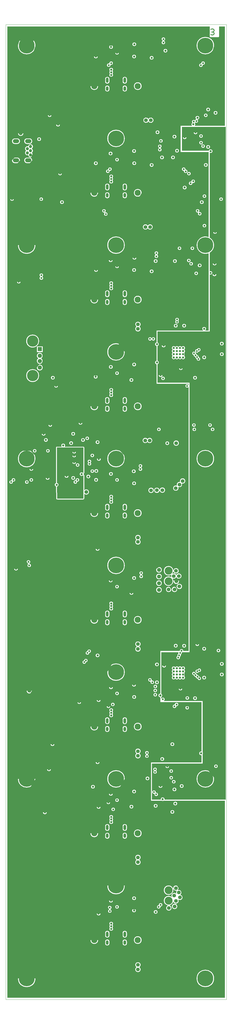
<source format=gbr>
%FSLAX35Y35*%
%MOIN*%
G04 EasyPC Gerber Version 18.0.8 Build 3632 *
%ADD20O,0.03937X0.06693*%
%ADD71O,0.03937X0.07874*%
%ADD15R,0.06299X0.06299*%
%ADD11C,0.00394*%
%ADD10C,0.00472*%
%ADD12C,0.01181*%
%ADD14C,0.02756*%
%ADD13C,0.03150*%
%ADD19C,0.04724*%
%ADD24C,0.05512*%
%ADD22C,0.05906*%
%ADD16C,0.06299*%
%ADD21C,0.09055*%
%ADD18C,0.11811*%
%ADD17C,0.16929*%
%ADD70O,0.09449X0.05906*%
%ADD23C,0.23622*%
X0Y0D02*
D02*
D10*
X78745Y177195D02*
X409454D01*
Y1637038*
X78745*
Y177195*
X155696Y950841D02*
G75*
G02X155709Y944988I-617J-2928D01*
G01*
X155748Y927441*
X194961*
Y962167*
G75*
G02X189528Y963898I-2441J1730*
G01*
G75*
G02X194961Y965628I2992*
G01*
Y1003622*
X155669*
Y962717*
X155696Y950841*
X167008Y961024D02*
G75*
G02X172992I2992D01*
G01*
G75*
G02X167008I-2992*
G01*
X176929Y958110D02*
G75*
G02X182913I2992D01*
G01*
G75*
G02X176929I-2992*
G01*
X178543Y981575D02*
G75*
G02X184134I2795D01*
G01*
G75*
G02X178543I-2795*
G01*
Y991575D02*
G75*
G02X184134I2795D01*
G01*
G75*
G02X178543I-2795*
G01*
Y997244D02*
G75*
G02X184134I2795D01*
G01*
G75*
G02X178543I-2795*
G01*
X183457Y954737D02*
G75*
G02X183425Y955157I2763J421D01*
G01*
G75*
G02X189016I2795*
G01*
G75*
G02X185834Y952389I-2795*
G01*
G75*
G02X185866Y951969I-2763J-421*
G01*
G75*
G02X180276I-2795*
G01*
G75*
G02X183457Y954737I2795*
G01*
X183740Y977480D02*
G75*
G02X189331I2795D01*
G01*
G75*
G02X183740I-2795*
G01*
X155673Y961024D02*
G36*
X155690Y953563D01*
X180775*
G75*
G02X183457Y954737I2296J-1594*
G01*
G75*
G02X183425Y955157I2763J421*
G01*
G75*
G02X189016I2795*
G01*
G75*
G02X188517Y953563I-2795*
G01*
X194961*
Y962167*
G75*
G02X191688Y961024I-2441J1730*
G01*
X180603*
G75*
G02X182913Y958110I-682J-2913*
G01*
G75*
G02X176929I-2992*
G01*
G75*
G02X179239Y961024I2992*
G01*
X172992*
G75*
G02X167008I-2992*
G01*
X155673*
G37*
X167008D02*
G36*
G75*
G02X172992I2992D01*
G01*
X179239*
G75*
G02X180603I682J-2913*
G01*
X191688*
G75*
G02X189528Y963898I832J2874*
G01*
G75*
G02X194961Y965628I2992*
G01*
Y977480*
X189331*
G75*
G02X183740I-2795*
G01*
X155669*
Y962717*
X155673Y961024*
X167008*
G37*
X155669Y981575D02*
G36*
Y977480D01*
X183740*
G75*
G02X189331I2795*
G01*
X194961*
Y981575*
X184134*
G75*
G02X178543I-2795*
G01*
X155669*
G37*
X178543D02*
G36*
G75*
G02X184134I2795D01*
G01*
X194961*
Y991575*
X184134*
G75*
G02X178543I-2795*
G01*
X155669*
Y981575*
X178543*
G37*
Y991575D02*
G36*
G75*
G02X184134I2795D01*
G01*
X194961*
Y997244*
X184134*
G75*
G02X178543I-2795*
G01*
X155669*
Y991575*
X178543*
G37*
Y997244D02*
G36*
G75*
G02X184134I2795D01*
G01*
X194961*
Y1003622*
X155669*
Y997244*
X178543*
G37*
X155690Y953563D02*
G36*
X155696Y950841D01*
G75*
G02X155709Y944988I-617J-2928*
G01*
X155748Y927441*
X194961*
Y953563*
X188517*
G75*
G02X185834Y952389I-2296J1594*
G01*
G75*
G02X185866Y951969I-2763J-421*
G01*
G75*
G02X180276I-2795*
G01*
G75*
G02X180775Y953563I2795J0*
G01*
X155690*
G37*
X296142Y530431D02*
G75*
G02Y530433I1592J1D01*
G01*
Y532480*
X371772*
Y542765*
G75*
G02X368543Y545748I-236J2983*
G01*
G75*
G02X371772Y548731I2992*
G01*
Y622480*
X310197*
Y627459*
G75*
G02X310157Y627818I1614J359*
G01*
Y629461*
G75*
G02Y635420I276J2980*
G01*
Y697047*
G75*
G02X310197Y697406I1654*
G01*
Y699528*
X339417*
G75*
G02X344993I2788J-197*
G01*
X352441*
Y1093704*
G75*
G02X347874Y1095866I-1772J2162*
G01*
G75*
G02X352441Y1098028I2795*
G01*
Y1099173*
X304488*
Y1128172*
G75*
G02Y1133876I906J2852*
G01*
Y1155494*
G75*
G02Y1161198I906J2852*
G01*
Y1179134*
X374344*
G75*
G02X373189Y1181496I1837J2362*
G01*
G75*
G02X379173I2992*
G01*
G75*
G02X378018Y1179134I-2992*
G01*
X382520*
Y1294278*
G75*
G02X364724Y1306693I-4567J12415*
G01*
G75*
G02X382520Y1319108I13228*
G01*
Y1446102*
X340512*
Y1485748*
X357720*
G75*
G02X358257Y1490041I2319J1890*
G01*
G75*
G02X362081Y1494006I2255J1652*
G01*
G75*
G02X363996Y1495278I2367J-1486*
G01*
G75*
G02X363071Y1497441I2067J2163*
G01*
G75*
G02X369055I2992*
G01*
G75*
G02X366448Y1494474I-2992*
G01*
G75*
G02X362879Y1490207I-1999J-1954*
G01*
G75*
G02X362327Y1489567I-2367J1485*
G01*
G75*
G02X362359Y1485748I-2287J-1929*
G01*
X406732*
Y1634173*
X398454*
G75*
G02X398465Y1634054I-619J-119*
G01*
Y1618699*
G75*
G02X397835Y1618069I-630*
G01*
X384843*
G75*
G02X384213Y1618699J630*
G01*
Y1634054*
G75*
G02X384225Y1634173I630J0*
G01*
X81378*
Y179961*
X406811*
Y474764*
X315949*
G75*
G02X312082I-1933J2283*
G01*
X296142*
Y530431*
X85472Y1375591D02*
G75*
G02X91063I2795D01*
G01*
G75*
G02X85472I-2795*
G01*
X87689Y954622D02*
G75*
G02X87638Y955157I2744J535D01*
G01*
G75*
G02X93228I2795*
G01*
G75*
G02X89555Y952504I-2795*
G01*
G75*
G02X89606Y951969I-2744J-535*
G01*
G75*
G02X84016I-2795*
G01*
G75*
G02X87689Y954622I2795*
G01*
X91220Y822244D02*
G75*
G02X97205I2992D01*
G01*
G75*
G02X91220I-2992*
G01*
X95551Y1251850D02*
G75*
G02X101142I2795D01*
G01*
G75*
G02X95551I-2795*
G01*
X95965Y1429290D02*
X92422D01*
G75*
G02Y1438030J4370*
G01*
X95965*
G75*
G02Y1429290J-4370*
G01*
Y1458030D02*
X92422D01*
G75*
G02Y1466770J4370*
G01*
X95965*
G75*
G02Y1458030J-4370*
G01*
X97008Y208661D02*
G75*
G02X123465I13228D01*
G01*
G75*
G02X97008I-13228*
G01*
Y507480D02*
G75*
G02X123465I13228D01*
G01*
G75*
G02X97008I-13228*
G01*
Y987008D02*
G75*
G02X123465I13228D01*
G01*
G75*
G02X97008I-13228*
G01*
Y1306693D02*
G75*
G02X123465I13228D01*
G01*
G75*
G02X97008I-13228*
G01*
Y1605512D02*
G75*
G02X123465I13228D01*
G01*
G75*
G02X97008I-13228*
G01*
X97087Y1474213D02*
G75*
G02X105433I4173D01*
G01*
G75*
G02X97087I-4173*
G01*
X107598Y951969D02*
G75*
G02X113189I2795D01*
G01*
G75*
G02X107598I-2795*
G01*
X109230Y1448031D02*
G75*
G02X112297Y1454832I2090J3149D01*
G01*
G75*
G02X116043Y1458110I3746J-501*
G01*
G75*
G02X118133Y1451181J-3780*
G01*
G75*
G02Y1444882I-2089J-3150*
G01*
G75*
G02X116043Y1437953I-2089J-3150*
G01*
G75*
G02X112297Y1441231J3780*
G01*
G75*
G02X109230Y1448031I-978J3651*
G01*
X109244Y1111339D02*
G75*
G02X129008I9882D01*
G01*
G75*
G02X109244I-9882*
G01*
X110000Y639370D02*
G75*
G02X118346I4173D01*
G01*
G75*
G02X110000I-4173*
G01*
X112672Y829617D02*
G75*
G02X110118Y832402I241J2785D01*
G01*
G75*
G02X115709I2795*
G01*
G75*
G02X114257Y829950I-2795*
G01*
G75*
G02X116811Y827165I-241J-2785*
G01*
G75*
G02X111220I-2795*
G01*
G75*
G02X112672Y829617I2795*
G01*
X114173Y971575D02*
G75*
G02X120157I2992D01*
G01*
G75*
G02X114173I-2992*
G01*
X114272Y1429290D02*
X110729D01*
G75*
G02Y1438030J4370*
G01*
X114272*
G75*
G02Y1429290J-4370*
G01*
Y1458030D02*
X110729D01*
G75*
G02Y1466770J4370*
G01*
X114272*
G75*
G02Y1458030J-4370*
G01*
X114370Y955157D02*
G75*
G02X119961I2795D01*
G01*
G75*
G02X114370I-2795*
G01*
X119409Y998740D02*
G75*
G02X125000I2795D01*
G01*
G75*
G02X119409I-2795*
G01*
X125229Y1155299D02*
G75*
G02X109244Y1163071I-6103J7772D01*
G01*
G75*
G02X129008I9882*
G01*
G75*
G02X125535Y1155550I-9882*
G01*
X134363*
Y1146416*
X125229*
Y1155299*
X125827Y1465394D02*
G75*
G02X131811I2992D01*
G01*
G75*
G02X125827I-2992*
G01*
X127481Y1137205D02*
G75*
G02X129795Y1145709I2315J3937D01*
G01*
G75*
G02X132110Y1137205J-4567*
G01*
G75*
G02X129795Y1128701I-2315J-3937*
G01*
G75*
G02X127481Y1137205J4567*
G01*
X129252Y1375591D02*
G75*
G02X134843I2795D01*
G01*
G75*
G02X129252I-2795*
G01*
X129795Y1127992D02*
G75*
G02Y1118858J-4567D01*
G01*
G75*
G02Y1127992J4567*
G01*
X130493Y1259572D02*
G75*
G02X129370Y1261811I1673J2239D01*
G01*
G75*
G02X134961I2795*
G01*
G75*
G02X133878Y1259602I-2795*
G01*
G75*
G02X135000Y1257362I-1673J-2239*
G01*
G75*
G02X129409I-2795*
G01*
G75*
G02X130493Y1259572I2795*
G01*
X132638Y1024213D02*
G75*
G02X138622I2992D01*
G01*
G75*
G02X132638I-2992*
G01*
X134449Y457323D02*
G75*
G02X140433I2992D01*
G01*
G75*
G02X134449I-2992*
G01*
X136024Y1014961D02*
G75*
G02X142008I2992D01*
G01*
G75*
G02X136024I-2992*
G01*
X138583Y958110D02*
G75*
G02X144567I2992D01*
G01*
G75*
G02X138583I-2992*
G01*
X139213Y998740D02*
G75*
G02X144803I2795D01*
G01*
G75*
G02X139213I-2795*
G01*
X140630Y521811D02*
G75*
G02X146614I2992D01*
G01*
G75*
G02X140630I-2992*
G01*
X141772Y1501102D02*
G75*
G02X147362I2795D01*
G01*
G75*
G02X141772I-2795*
G01*
X142756Y1037283D02*
G75*
G02X148346I2795D01*
G01*
G75*
G02X142756I-2795*
G01*
X145866Y559409D02*
G75*
G02X151850I2992D01*
G01*
G75*
G02X145866I-2992*
G01*
X146417Y1108189D02*
G75*
G02X152402I2992D01*
G01*
G75*
G02X146417I-2992*
G01*
X151496Y1095866D02*
G75*
G02X157087I2795D01*
G01*
G75*
G02X151496I-2795*
G01*
X154046Y950722D02*
G75*
G02X154042Y950838I1653J120D01*
G01*
X154016Y962713*
G75*
G02Y962717I1586J2*
G01*
Y1003622*
G75*
G02X155669Y1005276I1654*
G01*
X162393*
G75*
G02X161969Y1006811I2568J1535*
G01*
G75*
G02X167953I2992*
G01*
G75*
G02X167529Y1005276I-2992*
G01*
X194961*
G75*
G02X196614Y1003622J-1654*
G01*
Y965628*
G75*
G02X195507Y964067I-1654*
G01*
G75*
G02X195512Y963898I-2988J-168*
G01*
G75*
G02X195507Y963728I-2993J-2*
G01*
G75*
G02X196614Y962167I-546J-1561*
G01*
Y940036*
G75*
G02X203740Y937087I2953J-2949*
G01*
G75*
G02X196614Y934137I-4173*
G01*
Y927441*
G75*
G02X194961Y925787I-1654*
G01*
X155748*
G75*
G02X154094Y927437J1654*
G01*
X154056Y944985*
G75*
G02X154059Y945100I1653J2*
G01*
G75*
G02X154046Y950722I1019J2813*
G01*
X154173Y1487047D02*
G75*
G02X160157I2992D01*
G01*
G75*
G02X154173I-2992*
G01*
X157441Y1413819D02*
G75*
G02X163031I2795D01*
G01*
G75*
G02X157441I-2795*
G01*
X160079Y1371063D02*
G75*
G02X166063I2992D01*
G01*
G75*
G02X160079I-2992*
G01*
X173780Y1010276D02*
G75*
G02X179764I2992D01*
G01*
G75*
G02X173780I-2992*
G01*
X176929Y1024173D02*
G75*
G02X182913I2992D01*
G01*
G75*
G02X176929I-2992*
G01*
X186181Y622205D02*
G75*
G02X191772I2795D01*
G01*
G75*
G02X186181I-2795*
G01*
X187795Y1040591D02*
G75*
G02X193780I2992D01*
G01*
G75*
G02X187795I-2992*
G01*
X191654Y1014961D02*
G75*
G02X197638I2992D01*
G01*
G75*
G02X191654I-2992*
G01*
X196128Y685103D02*
G75*
G02X201693Y684724I2770J-379D01*
G01*
G75*
G02X199187Y681944I-2795*
G01*
G75*
G02X193622Y682323I-2770J379*
G01*
G75*
G02X196128Y685103I2795*
G01*
X198189Y1017480D02*
G75*
G02X203780I2795D01*
G01*
G75*
G02X198189I-2795*
G01*
X199646Y960276D02*
G75*
G02X205630I2992D01*
G01*
G75*
G02X199646I-2992*
G01*
X201067Y698815D02*
G75*
G02X206654Y698661I2791J-153D01*
G01*
G75*
G02X204011Y695870I-2795*
G01*
G75*
G02X198425Y696024I-2791J153*
G01*
G75*
G02X201067Y698815I2795*
G01*
X202140Y981043D02*
G75*
G02X201457Y982874I2112J1831D01*
G01*
G75*
G02X207047I2795*
G01*
G75*
G02X206364Y981043I-2795J0*
G01*
G75*
G02X207047Y979213I-2112J-1831*
G01*
G75*
G02X201457I-2795*
G01*
G75*
G02X202140Y981043I2795*
G01*
X205787Y968346D02*
G75*
G02X211378I2795D01*
G01*
G75*
G02X205787I-2795*
G01*
Y991811D02*
G75*
G02X211378I2795D01*
G01*
G75*
G02X205787I-2795*
G01*
X206496Y495709D02*
G75*
G02X212480I2992D01*
G01*
G75*
G02X206496I-2992*
G01*
X210630Y1109646D02*
G75*
G02X216614I2992D01*
G01*
G75*
G02X210630I-2992*
G01*
X210787Y1429331D02*
G75*
G02X216772I2992D01*
G01*
G75*
G02X210787I-2992*
G01*
X210827Y1589173D02*
G75*
G02X216811I2992D01*
G01*
G75*
G02X210827I-2992*
G01*
X211142Y1269488D02*
G75*
G02X217126I2992D01*
G01*
G75*
G02X211142I-2992*
G01*
X211260Y955236D02*
G75*
G02X217244I2992D01*
G01*
G75*
G02X211260I-2992*
G01*
X211535Y968583D02*
G75*
G02X217520I2992D01*
G01*
G75*
G02X211535I-2992*
G01*
X213425Y532441D02*
G75*
G02X219409I2992D01*
G01*
G75*
G02X213425I-2992*
G01*
Y692362D02*
G75*
G02X219409I2992D01*
G01*
G75*
G02X213425I-2992*
G01*
Y851772D02*
G75*
G02X219409I2992D01*
G01*
G75*
G02X213425I-2992*
G01*
Y1011654D02*
G75*
G02X219409I2992D01*
G01*
G75*
G02X213425I-2992*
G01*
X215039Y305709D02*
G75*
G02X221024I2992D01*
G01*
G75*
G02X215039I-2992*
G01*
Y465394D02*
G75*
G02X221024I2992D01*
G01*
G75*
G02X215039I-2992*
G01*
Y625472D02*
G75*
G02X221024I2992D01*
G01*
G75*
G02X215039I-2992*
G01*
X215394Y986457D02*
G75*
G02X221378I2992D01*
G01*
G75*
G02X215394I-2992*
G01*
X217461Y266122D02*
G75*
G02X205571I-5945D01*
G01*
G75*
G02X217461I5945*
G01*
Y425965D02*
G75*
G02X205571I-5945D01*
G01*
G75*
G02X217461I5945*
G01*
Y585807D02*
G75*
G02X205571I-5945D01*
G01*
G75*
G02X217461I5945*
G01*
Y745650D02*
G75*
G02X205571I-5945D01*
G01*
G75*
G02X217461I5945*
G01*
Y905492D02*
G75*
G02X205571I-5945D01*
G01*
G75*
G02X217461I5945*
G01*
Y1065335D02*
G75*
G02X205571I-5945D01*
G01*
G75*
G02X217461I5945*
G01*
Y1225177D02*
G75*
G02X205571I-5945D01*
G01*
G75*
G02X217461I5945*
G01*
Y1385020D02*
G75*
G02X205571I-5945D01*
G01*
G75*
G02X217461I5945*
G01*
Y1544862D02*
G75*
G02X205571I-5945D01*
G01*
G75*
G02X217461I5945*
G01*
X227030Y1355478D02*
G75*
G02X223189Y1358071I-1045J2593D01*
G01*
G75*
G02X228780I2795*
G01*
G75*
G02X227695Y1355860I-2795*
G01*
G75*
G02X231535Y1353268I1045J-2593*
G01*
G75*
G02X225945I-2795*
G01*
G75*
G02X227030Y1355478I2795*
G01*
X229803Y472205D02*
G75*
G02X235394I2795D01*
G01*
G75*
G02X229803I-2795*
G01*
X229961Y616102D02*
G75*
G02X235551I2795D01*
G01*
G75*
G02X229961I-2795*
G01*
X230866Y347638D02*
G75*
G02X257323I13228D01*
G01*
G75*
G02X230866I-13228*
G01*
Y507480D02*
G75*
G02X257323I13228D01*
G01*
G75*
G02X230866I-13228*
G01*
Y667323D02*
G75*
G02X257323I13228D01*
G01*
G75*
G02X230866I-13228*
G01*
Y827165D02*
G75*
G02X257323I13228D01*
G01*
G75*
G02X230866I-13228*
G01*
Y987008D02*
G75*
G02X257323I13228D01*
G01*
G75*
G02X230866I-13228*
G01*
Y1146850D02*
G75*
G02X257323I13228D01*
G01*
G75*
G02X230866I-13228*
G01*
Y1306693D02*
G75*
G02X257323I13228D01*
G01*
G75*
G02X230866I-13228*
G01*
Y1466535D02*
G75*
G02X257323I13228D01*
G01*
G75*
G02X230866I-13228*
G01*
X232193Y1420080D02*
G75*
G02X232165Y1420472I2767J391D01*
G01*
G75*
G02X237756I2795*
G01*
G75*
G02X234500Y1417715I-2795*
G01*
G75*
G02X234528Y1417323I-2767J-391*
G01*
G75*
G02X228937I-2795*
G01*
G75*
G02X232193Y1420080I2795*
G01*
X232913Y1443937D02*
G75*
G02X238898I2992D01*
G01*
G75*
G02X232913I-2992*
G01*
X233071Y804606D02*
G75*
G02X239055I2992D01*
G01*
G75*
G02X233071I-2992*
G01*
Y1284016D02*
G75*
G02X239055I2992D01*
G01*
G75*
G02X233071I-2992*
G01*
X233307Y485039D02*
G75*
G02X239291I2992D01*
G01*
G75*
G02X233307I-2992*
G01*
X233346Y1124370D02*
G75*
G02X239331I2992D01*
G01*
G75*
G02X233346I-2992*
G01*
X233425Y325000D02*
G75*
G02X239409I2992D01*
G01*
G75*
G02X233425I-2992*
G01*
X233465Y964173D02*
G75*
G02X239449I2992D01*
G01*
G75*
G02X233465I-2992*
G01*
X233543Y644646D02*
G75*
G02X239528I2992D01*
G01*
G75*
G02X233543I-2992*
G01*
X233661Y1603465D02*
G75*
G02X239646I2992D01*
G01*
G75*
G02X233661I-2992*
G01*
X233861Y312120D02*
G75*
G02X231850Y314803I784J2683D01*
G01*
G75*
G02X237441I2795*
G01*
G75*
G02X235587Y312171I-2795*
G01*
G75*
G02X237598Y309488I-784J-2683*
G01*
G75*
G02X232008I-2795*
G01*
G75*
G02X233861Y312120I2795*
G01*
X234007Y1578842D02*
G75*
G02X233976Y1579252I2765J411D01*
G01*
G75*
G02X239567I2795*
G01*
G75*
G02X235915Y1576591I-2795*
G01*
G75*
G02X235945Y1576181I-2765J-411*
G01*
G75*
G02X230354I-2795*
G01*
G75*
G02X234007Y1578842I2795*
G01*
X234391Y263876D02*
Y261120D01*
G75*
G02X227619I-3386*
G01*
Y263876*
G75*
G02X234391I3386*
G01*
Y276869D02*
Y272931D01*
G75*
G02X227619I-3386*
G01*
Y276869*
G75*
G02X234391I3386*
G01*
Y423719D02*
Y420963D01*
G75*
G02X227619I-3386*
G01*
Y423719*
G75*
G02X234391I3386*
G01*
Y436711D02*
Y432774D01*
G75*
G02X227619I-3386*
G01*
Y436711*
G75*
G02X234391I3386*
G01*
Y583561D02*
Y580806D01*
G75*
G02X227619I-3386*
G01*
Y583561*
G75*
G02X234391I3386*
G01*
Y596554D02*
Y592617D01*
G75*
G02X227619I-3386*
G01*
Y596554*
G75*
G02X234391I3386*
G01*
Y743404D02*
Y740648D01*
G75*
G02X227619I-3386*
G01*
Y743404*
G75*
G02X234391I3386*
G01*
Y756396D02*
Y752459D01*
G75*
G02X227619I-3386*
G01*
Y756396*
G75*
G02X234391I3386*
G01*
Y903246D02*
Y900491D01*
G75*
G02X227619I-3386*
G01*
Y903246*
G75*
G02X234391I3386*
G01*
Y916239D02*
Y912302D01*
G75*
G02X227619I-3386*
G01*
Y916239*
G75*
G02X234391I3386*
G01*
Y1063089D02*
Y1060333D01*
G75*
G02X227619I-3386*
G01*
Y1063089*
G75*
G02X234391I3386*
G01*
Y1076081D02*
Y1072144D01*
G75*
G02X227619I-3386*
G01*
Y1076081*
G75*
G02X234391I3386*
G01*
Y1222931D02*
Y1220176D01*
G75*
G02X227619I-3386*
G01*
Y1222931*
G75*
G02X234391I3386*
G01*
Y1235924D02*
Y1231987D01*
G75*
G02X227619I-3386*
G01*
Y1235924*
G75*
G02X234391I3386*
G01*
Y1382774D02*
Y1380018D01*
G75*
G02X227619I-3386*
G01*
Y1382774*
G75*
G02X234391I3386*
G01*
Y1395766D02*
Y1391829D01*
G75*
G02X227619I-3386*
G01*
Y1395766*
G75*
G02X234391I3386*
G01*
Y1542617D02*
Y1539861D01*
G75*
G02X227619I-3386*
G01*
Y1542617*
G75*
G02X234391I3386*
G01*
Y1555609D02*
Y1551672D01*
G75*
G02X227619I-3386*
G01*
Y1555609*
G75*
G02X234391I3386*
G01*
X234636Y284843D02*
G75*
G02Y288780I2254J1969D01*
G01*
G75*
G02X233898Y290748I2254J1968*
G01*
G75*
G02X239882I2992*
G01*
G75*
G02X239143Y288780I-2992*
G01*
G75*
G02Y284843I-2254J-1969*
G01*
G75*
G02X239882Y282874I-2254J-1969*
G01*
G75*
G02X233898I-2992*
G01*
G75*
G02X234636Y284843I2992J0*
G01*
Y444685D02*
G75*
G02Y448622I2254J1969D01*
G01*
G75*
G02X233898Y450591I2254J1968*
G01*
G75*
G02X239882I2992*
G01*
G75*
G02X239143Y448622I-2992*
G01*
G75*
G02Y444685I-2254J-1969*
G01*
G75*
G02X239882Y442717I-2254J-1969*
G01*
G75*
G02X233898I-2992*
G01*
G75*
G02X234636Y444685I2992J0*
G01*
Y604528D02*
G75*
G02Y608465I2254J1969D01*
G01*
G75*
G02X233898Y610433I2254J1968*
G01*
G75*
G02X239882I2992*
G01*
G75*
G02X239143Y608465I-2992*
G01*
G75*
G02Y604528I-2254J-1969*
G01*
G75*
G02X239882Y602559I-2254J-1969*
G01*
G75*
G02X233898I-2992*
G01*
G75*
G02X234636Y604528I2992J0*
G01*
Y764370D02*
G75*
G02Y768307I2254J1969D01*
G01*
G75*
G02X233898Y770276I2254J1968*
G01*
G75*
G02X239882I2992*
G01*
G75*
G02X239143Y768307I-2992*
G01*
G75*
G02Y764370I-2254J-1969*
G01*
G75*
G02X239882Y762402I-2254J-1969*
G01*
G75*
G02X233898I-2992*
G01*
G75*
G02X234636Y764370I2992J0*
G01*
Y924213D02*
G75*
G02Y928150I2254J1969D01*
G01*
G75*
G02X233898Y930118I2254J1968*
G01*
G75*
G02X239882I2992*
G01*
G75*
G02X239143Y928150I-2992*
G01*
G75*
G02Y924213I-2254J-1969*
G01*
G75*
G02X239882Y922244I-2254J-1969*
G01*
G75*
G02X233898I-2992*
G01*
G75*
G02X234636Y924213I2992J0*
G01*
Y1084055D02*
G75*
G02Y1087992I2254J1969D01*
G01*
G75*
G02X233898Y1089961I2254J1968*
G01*
G75*
G02X239882I2992*
G01*
G75*
G02X239143Y1087992I-2992*
G01*
G75*
G02Y1084055I-2254J-1969*
G01*
G75*
G02X239882Y1082087I-2254J-1969*
G01*
G75*
G02X233898I-2992*
G01*
G75*
G02X234636Y1084055I2992J0*
G01*
Y1243898D02*
G75*
G02Y1247835I2254J1969D01*
G01*
G75*
G02X233898Y1249803I2254J1968*
G01*
G75*
G02X239882I2992*
G01*
G75*
G02X239143Y1247835I-2992*
G01*
G75*
G02Y1243898I-2254J-1969*
G01*
G75*
G02X239882Y1241929I-2254J-1969*
G01*
G75*
G02X233898I-2992*
G01*
G75*
G02X234636Y1243898I2992J0*
G01*
Y1403740D02*
G75*
G02Y1407677I2254J1969D01*
G01*
G75*
G02X233898Y1409646I2254J1968*
G01*
G75*
G02X239882I2992*
G01*
G75*
G02X239143Y1407677I-2992*
G01*
G75*
G02Y1403740I-2254J-1969*
G01*
G75*
G02X239882Y1401772I-2254J-1969*
G01*
G75*
G02X233898I-2992*
G01*
G75*
G02X234636Y1403740I2992J0*
G01*
Y1563583D02*
G75*
G02Y1567520I2254J1969D01*
G01*
G75*
G02X233898Y1569488I2254J1968*
G01*
G75*
G02X239882I2992*
G01*
G75*
G02X239143Y1567520I-2992*
G01*
G75*
G02Y1563583I-2254J-1969*
G01*
G75*
G02X239882Y1561614I-2254J-1969*
G01*
G75*
G02X233898I-2992*
G01*
G75*
G02X234636Y1563583I2992J0*
G01*
X236496Y618937D02*
G75*
G02X242087I2795D01*
G01*
G75*
G02X236496I-2795*
G01*
X237047Y461890D02*
G75*
G02X242638I2795D01*
G01*
G75*
G02X237047I-2795*
G01*
X248425Y315787D02*
G75*
G02X242835I-2795D01*
G01*
G75*
G02X248425I2795*
G01*
Y475630D02*
G75*
G02X242835I-2795D01*
G01*
G75*
G02X248425I2795*
G01*
Y635472D02*
G75*
G02X242835I-2795D01*
G01*
G75*
G02X248425I2795*
G01*
Y795315D02*
G75*
G02X242835I-2795D01*
G01*
G75*
G02X248425I2795*
G01*
Y955157D02*
G75*
G02X242835I-2795D01*
G01*
G75*
G02X248425I2795*
G01*
Y1115000D02*
G75*
G02X242835I-2795D01*
G01*
G75*
G02X248425I2795*
G01*
Y1274843D02*
G75*
G02X242835I-2795D01*
G01*
G75*
G02X248425I2795*
G01*
Y1434685D02*
G75*
G02X242835I-2795D01*
G01*
G75*
G02X248425I2795*
G01*
Y1594528D02*
G75*
G02X242835I-2795D01*
G01*
G75*
G02X248425I2795*
G01*
X260572Y263876D02*
Y261120D01*
G75*
G02X253800I-3386*
G01*
Y263876*
G75*
G02X260572I3386*
G01*
Y276869D02*
Y272931D01*
G75*
G02X253800I-3386*
G01*
Y276869*
G75*
G02X260572I3386*
G01*
Y423719D02*
Y420963D01*
G75*
G02X253800I-3386*
G01*
Y423719*
G75*
G02X260572I3386*
G01*
Y436711D02*
Y432774D01*
G75*
G02X253800I-3386*
G01*
Y436711*
G75*
G02X260572I3386*
G01*
Y583561D02*
Y580806D01*
G75*
G02X253800I-3386*
G01*
Y583561*
G75*
G02X260572I3386*
G01*
Y596554D02*
Y592617D01*
G75*
G02X253800I-3386*
G01*
Y596554*
G75*
G02X260572I3386*
G01*
Y743404D02*
Y740648D01*
G75*
G02X253800I-3386*
G01*
Y743404*
G75*
G02X260572I3386*
G01*
Y756396D02*
Y752459D01*
G75*
G02X253800I-3386*
G01*
Y756396*
G75*
G02X260572I3386*
G01*
Y903246D02*
Y900491D01*
G75*
G02X253800I-3386*
G01*
Y903246*
G75*
G02X260572I3386*
G01*
Y916239D02*
Y912302D01*
G75*
G02X253800I-3386*
G01*
Y916239*
G75*
G02X260572I3386*
G01*
Y1063089D02*
Y1060333D01*
G75*
G02X253800I-3386*
G01*
Y1063089*
G75*
G02X260572I3386*
G01*
Y1076081D02*
Y1072144D01*
G75*
G02X253800I-3386*
G01*
Y1076081*
G75*
G02X260572I3386*
G01*
Y1222931D02*
Y1220176D01*
G75*
G02X253800I-3386*
G01*
Y1222931*
G75*
G02X260572I3386*
G01*
Y1235924D02*
Y1231987D01*
G75*
G02X253800I-3386*
G01*
Y1235924*
G75*
G02X260572I3386*
G01*
Y1382774D02*
Y1380018D01*
G75*
G02X253800I-3386*
G01*
Y1382774*
G75*
G02X260572I3386*
G01*
Y1395766D02*
Y1391829D01*
G75*
G02X253800I-3386*
G01*
Y1395766*
G75*
G02X260572I3386*
G01*
Y1542617D02*
Y1539861D01*
G75*
G02X253800I-3386*
G01*
Y1542617*
G75*
G02X260572I3386*
G01*
Y1555609D02*
Y1551672D01*
G75*
G02X253800I-3386*
G01*
Y1555609*
G75*
G02X260572I3386*
G01*
X264134Y1104764D02*
G75*
G02X270118I2992D01*
G01*
G75*
G02X264134I-2992*
G01*
X264173Y465866D02*
G75*
G02X270157I2992D01*
G01*
G75*
G02X264173I-2992*
G01*
Y785866D02*
G75*
G02X270157I2992D01*
G01*
G75*
G02X264173I-2992*
G01*
X267677Y968110D02*
G75*
G02X273661I2992D01*
G01*
G75*
G02X267677I-2992*
G01*
X268031Y648425D02*
G75*
G02X274016I2992D01*
G01*
G75*
G02X268031I-2992*
G01*
X268071Y310433D02*
G75*
G02X274055I2992D01*
G01*
G75*
G02X268071I-2992*
G01*
X268150Y328740D02*
G75*
G02X274134I2992D01*
G01*
G75*
G02X268150I-2992*
G01*
Y808268D02*
G75*
G02X274134I2992D01*
G01*
G75*
G02X268150I-2992*
G01*
Y1447638D02*
G75*
G02X274134I2992D01*
G01*
G75*
G02X268150I-2992*
G01*
X268189Y488583D02*
G75*
G02X274173I2992D01*
G01*
G75*
G02X268189I-2992*
G01*
Y950039D02*
G75*
G02X274173I2992D01*
G01*
G75*
G02X268189I-2992*
G01*
Y1269488D02*
G75*
G02X274173I2992D01*
G01*
G75*
G02X268189I-2992*
G01*
Y1589173D02*
G75*
G02X274173I2992D01*
G01*
G75*
G02X268189I-2992*
G01*
X268307Y630118D02*
G75*
G02X274291I2992D01*
G01*
G75*
G02X268307I-2992*
G01*
Y1127953D02*
G75*
G02X274291I2992D01*
G01*
G75*
G02X268307I-2992*
G01*
X268425Y1429331D02*
G75*
G02X274409I2992D01*
G01*
G75*
G02X268425I-2992*
G01*
X268504Y1607480D02*
G75*
G02X274488I2992D01*
G01*
G75*
G02X268504I-2992*
G01*
X268701Y1287795D02*
G75*
G02X274685I2992D01*
G01*
G75*
G02X268701I-2992*
G01*
X274309Y865610D02*
G75*
G02X272756Y868858I2620J3248D01*
G01*
G75*
G02X281102I4173*
G01*
G75*
G02X279550Y865610I-4173*
G01*
G75*
G02X281102Y862362I-2620J-3248*
G01*
G75*
G02X272756I-4173*
G01*
G75*
G02X274309Y865610I4173*
G01*
X274384Y1184724D02*
G75*
G02X272756Y1188031I2545J3307D01*
G01*
G75*
G02X281102I4173*
G01*
G75*
G02X279474Y1184724I-4173*
G01*
G75*
G02X281102Y1181417I-2545J-3307*
G01*
G75*
G02X272756I-4173*
G01*
G75*
G02X274384Y1184724I4173*
G01*
X274489Y225591D02*
G75*
G02X272756Y228976I2440J3386D01*
G01*
G75*
G02X281102I4173*
G01*
G75*
G02X279369Y225591I-4173*
G01*
G75*
G02X281102Y222205I-2440J-3386*
G01*
G75*
G02X272756I-4173*
G01*
G75*
G02X274489Y225591I4173*
G01*
Y545512D02*
G75*
G02X272756Y548898I2440J3386D01*
G01*
G75*
G02X281102I4173*
G01*
G75*
G02X279369Y545512I-4173*
G01*
G75*
G02X281102Y542126I-2440J-3386*
G01*
G75*
G02X272756I-4173*
G01*
G75*
G02X274489Y545512I4173*
G01*
X274756Y386280D02*
G75*
G02X272756Y389843I2173J3563D01*
G01*
G75*
G02X281102I4173*
G01*
G75*
G02X279102Y386280I-4173*
G01*
G75*
G02X281102Y382717I-2173J-3563*
G01*
G75*
G02X272756I-4173*
G01*
G75*
G02X274756Y386280I4173*
G01*
X274891Y705650D02*
G75*
G02X272756Y709291I2038J3642D01*
G01*
G75*
G02X281102I4173*
G01*
G75*
G02X278967Y705650I-4173*
G01*
G75*
G02X281102Y702008I-2038J-3642*
G01*
G75*
G02X272756I-4173*
G01*
G75*
G02X274891Y705650I4173*
G01*
X279272Y973720D02*
G75*
G02X277874Y976142I1397J2421D01*
G01*
G75*
G02X283465I2795*
G01*
G75*
G02X282066Y973720I-2795*
G01*
G75*
G02X283465Y971299I-1397J-2421*
G01*
G75*
G02X277874I-2795*
G01*
G75*
G02X279272Y973720I2795*
G01*
X280561Y813130D02*
G75*
G02X279016Y815630I1250J2500D01*
G01*
G75*
G02X284606I2795*
G01*
G75*
G02X283061Y813130I-2795*
G01*
G75*
G02X284606Y810630I-1250J-2500*
G01*
G75*
G02X279016I-2795*
G01*
G75*
G02X280561Y813130I2795*
G01*
X282618Y266122D02*
G75*
G02X270728I-5945D01*
G01*
G75*
G02X282618I5945*
G01*
Y425965D02*
G75*
G02X270728I-5945D01*
G01*
G75*
G02X282618I5945*
G01*
Y585807D02*
G75*
G02X270728I-5945D01*
G01*
G75*
G02X282618I5945*
G01*
Y745650D02*
G75*
G02X270728I-5945D01*
G01*
G75*
G02X282618I5945*
G01*
Y905492D02*
G75*
G02X270728I-5945D01*
G01*
G75*
G02X282618I5945*
G01*
Y1065335D02*
G75*
G02X270728I-5945D01*
G01*
G75*
G02X282618I5945*
G01*
Y1225177D02*
G75*
G02X270728I-5945D01*
G01*
G75*
G02X282618I5945*
G01*
Y1385020D02*
G75*
G02X270728I-5945D01*
G01*
G75*
G02X282618I5945*
G01*
Y1544862D02*
G75*
G02X270728I-5945D01*
G01*
G75*
G02X282618I5945*
G01*
X288228Y508189D02*
G75*
G02X294213I2992D01*
G01*
G75*
G02X288228I-2992*
G01*
X289183Y544094D02*
G75*
G02X287598Y546614I1210J2520D01*
G01*
G75*
G02X293189I2795*
G01*
G75*
G02X291604Y544094I-2795*
G01*
G75*
G02X293189Y541575I-1210J-2520*
G01*
G75*
G02X287598I-2795*
G01*
G75*
G02X289183Y544094I2795*
G01*
X291181Y1011656D02*
G75*
G02X283740Y1014252I-3268J2596D01*
G01*
G75*
G02X291181Y1016848I4173*
G01*
G75*
G02X298622Y1014252I3268J-2596*
G01*
G75*
G02X291181Y1011656I-4173*
G01*
X291693Y1331553D02*
G75*
G02X284094Y1333937I-3425J2384D01*
G01*
G75*
G02X291693Y1336321I4173*
G01*
G75*
G02X299291Y1333937I3425J-2384*
G01*
G75*
G02X291693Y1331553I-4173*
G01*
X292441Y939567D02*
G75*
G02X300787I4173D01*
G01*
G75*
G02X292441I-4173*
G01*
X292618Y1491607D02*
G75*
G02X284882Y1493780I-3563J2173D01*
G01*
G75*
G02X292618Y1495952I4173*
G01*
G75*
G02X300354Y1493780I3563J-2173*
G01*
G75*
G02X292618Y1491607I-4173*
G01*
X294449Y1267520D02*
G75*
G02X300433I2992D01*
G01*
G75*
G02X294449I-2992*
G01*
Y1426654D02*
G75*
G02X300433I2992D01*
G01*
G75*
G02X294449I-2992*
G01*
Y1587244D02*
G75*
G02X300433I2992D01*
G01*
G75*
G02X294449I-2992*
G01*
X295817Y653100D02*
G75*
G02X292126Y655748I-895J2648D01*
G01*
G75*
G02X297717I2795*
G01*
G75*
G02X297569Y654853I-2795*
G01*
G75*
G02X301260Y652205I895J-2648*
G01*
G75*
G02X295669I-2795*
G01*
G75*
G02X295817Y653100I2795*
G01*
X297500Y1165049D02*
G75*
G02X292205Y1166299I-2500J1250D01*
G01*
G75*
G02X297500Y1167550I2795*
G01*
G75*
G02X302795Y1166299I2500J-1250*
G01*
G75*
G02X297500Y1165049I-2795*
G01*
X300079Y639843D02*
G75*
G02X305669I2795D01*
G01*
G75*
G02X300079I-2795*
G01*
X300118Y633465D02*
G75*
G02X305709I2795D01*
G01*
G75*
G02X300118I-2795*
G01*
X300236Y645866D02*
G75*
G02X305827I2795D01*
G01*
G75*
G02X300236I-2795*
G01*
X300472Y308268D02*
G75*
G02X306457I2992D01*
G01*
G75*
G02X300472I-2992*
G01*
Y467126D02*
G75*
G02X306457I2992D01*
G01*
G75*
G02X300472I-2992*
G01*
Y1282874D02*
G75*
G02X306457I2992D01*
G01*
G75*
G02X300472I-2992*
G01*
X302402Y652087D02*
G75*
G02X308386I2992D01*
G01*
G75*
G02X302402I-2992*
G01*
Y678898D02*
G75*
G02X308386I2992D01*
G01*
G75*
G02X302402I-2992*
G01*
X303241Y1292382D02*
G75*
G02X301772Y1294843I1326J2461D01*
G01*
G75*
G02X307362I2795*
G01*
G75*
G02X305893Y1292382I-2795*
G01*
G75*
G02X307362Y1289921I-1326J-2461*
G01*
G75*
G02X301772I-2795*
G01*
G75*
G02X303241Y1292382I2795*
G01*
X303307Y1475748D02*
G75*
G02X309291I2992D01*
G01*
G75*
G02X303307I-2992*
G01*
X305512Y1030827D02*
G75*
G02X311102I2795D01*
G01*
G75*
G02X305512I-2795*
G01*
X308128Y318581D02*
G75*
G02X308110Y318898I2776J318D01*
G01*
G75*
G02X313701I2795*
G01*
G75*
G02X310809Y316104I-2795*
G01*
G75*
G02X310827Y315787I-2776J-318*
G01*
G75*
G02X305236I-2795*
G01*
G75*
G02X308128Y318581I2795*
G01*
X308465Y786142D02*
G75*
G02Y794882J4370D01*
G01*
G75*
G02Y786142J-4370*
G01*
Y796142D02*
G75*
G02Y804882J4370D01*
G01*
G75*
G02Y796142J-4370*
G01*
Y806142D02*
G75*
G02Y814882J4370D01*
G01*
G75*
G02Y806142J-4370*
G01*
Y816142D02*
G75*
G02Y824882J4370D01*
G01*
G75*
G02Y816142J-4370*
G01*
X308556Y1452185D02*
G75*
G02X306929Y1454724I1169J2539D01*
G01*
G75*
G02X312520I2795*
G01*
G75*
G02X310893Y1452185I-2795*
G01*
G75*
G02X312520Y1449646I-1169J-2539*
G01*
G75*
G02X306929I-2795*
G01*
G75*
G02X308556Y1452185I2795*
G01*
X308583Y1462874D02*
G75*
G02X314173I2795D01*
G01*
G75*
G02X308583I-2795*
G01*
X309393Y940323D02*
G75*
G02X317717Y939882I4150J-441D01*
G01*
G75*
G02X309426Y939204I-4173*
G01*
G75*
G02X301102Y939646I-4150J441*
G01*
G75*
G02X309393Y940323I4173*
G01*
X310000Y1438031D02*
G75*
G02X315984I2992D01*
G01*
G75*
G02X310000I-2992*
G01*
X310394Y537244D02*
G75*
G02X316378I2992D01*
G01*
G75*
G02X310394I-2992*
G01*
X314000Y1612657D02*
G75*
G02X312283Y1615236I1079J2579D01*
G01*
G75*
G02X317874I2795*
G01*
G75*
G02X316157Y1612657I-2795*
G01*
G75*
G02X317874Y1610079I-1079J-2579*
G01*
G75*
G02X312283I-2795*
G01*
G75*
G02X314000Y1612657I2795*
G01*
X315118Y1597874D02*
G75*
G02X321102I2992D01*
G01*
G75*
G02X315118I-2992*
G01*
X317913Y1010118D02*
G75*
G02X323898I2992D01*
G01*
G75*
G02X317913I-2992*
G01*
X318819Y791220D02*
G75*
G02X327165I4173D01*
G01*
G75*
G02X318819I-4173*
G01*
X321539Y318029D02*
G75*
G02X322835Y332559I1295J7207D01*
G01*
G75*
G02X327560Y330830J-7323*
G01*
G75*
G02X334178Y335778I3660J2004*
G01*
G75*
G02X334767Y339833I3892J1505*
G01*
G75*
G02X330042Y342123I-948J4064*
G01*
G75*
G02X322835Y333504I-7207J-1296*
G01*
G75*
G02Y348150J7323*
G01*
G75*
G02X329669Y343456J-7323*
G01*
G75*
G02X329646Y343898I4150J440*
G01*
G75*
G02X337992I4173*
G01*
G75*
G02X337122Y341348I-4173*
G01*
G75*
G02X340732Y334069I948J-4064*
G01*
G75*
G02X343976Y330000I-929J-4069*
G01*
G75*
G02X337706Y326392I-4173*
G01*
G75*
G02X338071Y324685I-3808J-1707*
G01*
G75*
G02X329925Y323406I-4173*
G01*
G75*
G02X324641Y318140I-7091J1830*
G01*
G75*
G02X327402Y314213I-1412J-3927*
G01*
G75*
G02X319055I-4173*
G01*
G75*
G02X321539Y318029I4173*
G01*
X325512Y458031D02*
G75*
G02X331496I2992D01*
G01*
G75*
G02X325512I-2992*
G01*
Y559409D02*
G75*
G02X331496I2992D01*
G01*
G75*
G02X325512I-2992*
G01*
X326457Y1438031D02*
G75*
G02X332441I2992D01*
G01*
G75*
G02X326457I-2992*
G01*
X326758Y809766D02*
G75*
G02X326952Y813118I3911J1454D01*
G01*
G75*
G02X322835Y811850I-4118J6056*
G01*
G75*
G02Y826496J7323*
G01*
G75*
G02X330067Y820323J-7323*
G01*
G75*
G02X338228Y819094I3989J-1228*
G01*
G75*
G02X330050Y817922I-4173*
G01*
G75*
G02X328828Y814965I-7215J1251*
G01*
G75*
G02X334409Y813072I1841J-3745*
G01*
G75*
G02X342323Y811220I3740J-1851*
G01*
G75*
G02X334409Y809369I-4173*
G01*
G75*
G02X329116Y807347I-3740J1851*
G01*
G75*
G02X322835Y796260I-6281J-3765*
G01*
G75*
G02Y810906J7323*
G01*
G75*
G02X326758Y809766I0J-7323*
G01*
X327559Y791220D02*
G75*
G02X335906I4173D01*
G01*
G75*
G02X327559I-4173*
G01*
X327677Y316535D02*
G75*
G02X336024I4173D01*
G01*
G75*
G02X327677I-4173*
G01*
X328701Y1469213D02*
G75*
G02X334685I2992D01*
G01*
G75*
G02X328701I-2992*
G01*
X329331Y1282874D02*
G75*
G02X335315I2992D01*
G01*
G75*
G02X329331I-2992*
G01*
X329961Y470551D02*
G75*
G02X335945I2992D01*
G01*
G75*
G02X329961I-2992*
G01*
X330079Y1010236D02*
G75*
G02X338425I4173D01*
G01*
G75*
G02X330079I-4173*
G01*
X330276Y803346D02*
G75*
G02X338622I4173D01*
G01*
G75*
G02X330276I-4173*
G01*
X330591Y706890D02*
G75*
G02X336575I2992D01*
G01*
G75*
G02X330591I-2992*
G01*
Y1186063D02*
G75*
G02X336575I2992D01*
G01*
G75*
G02X330591I-2992*
G01*
X332010Y618835D02*
G75*
G02X332008Y618937I2794J105D01*
G01*
G75*
G02X337598I2795*
G01*
G75*
G02X334447Y616165I-2795*
G01*
G75*
G02X334449Y616063I-2795J-105*
G01*
G75*
G02X328858I-2795*
G01*
G75*
G02X332010Y618835I2795*
G01*
X332559Y1448110D02*
G75*
G02X338543I2992D01*
G01*
G75*
G02X332559I-2992*
G01*
X333309Y1193700D02*
G75*
G02X332795Y1195315I2281J1616D01*
G01*
G75*
G02X338386I2795*
G01*
G75*
G02X337754Y1193544I-2795*
G01*
G75*
G02X338268Y1191929I-2281J-1616*
G01*
G75*
G02X332677I-2795*
G01*
G75*
G02X333309Y1193700I2795*
G01*
X334803Y795669D02*
G75*
G02X343150I4173D01*
G01*
G75*
G02X334803I-4173*
G01*
X335265Y946767D02*
G75*
G02X339902Y952337I3909J1462D01*
G01*
G75*
G02X339724Y953543I3995J1206*
G01*
G75*
G02X348071I4173*
G01*
G75*
G02X343169Y949434I-4173*
G01*
G75*
G02X337570Y944375I-3995J-1206*
G01*
G75*
G02X337835Y942913I-3909J-1462*
G01*
G75*
G02X329488I-4173*
G01*
G75*
G02X335265Y946767I4173*
G01*
X336378Y1302008D02*
G75*
G02X341969I2795D01*
G01*
G75*
G02X336378I-2795*
G01*
X343150Y706772D02*
G75*
G02X349134I2992D01*
G01*
G75*
G02X343150I-2992*
G01*
Y1186102D02*
G75*
G02X349134I2992D01*
G01*
G75*
G02X343150I-2992*
G01*
X343976Y1392953D02*
G75*
G02X349961I2992D01*
G01*
G75*
G02X343976I-2992*
G01*
X345751Y1417691D02*
G75*
G02X342677Y1420472I-279J2781D01*
G01*
G75*
G02X348268I2795*
G01*
G75*
G02X348225Y1419986I-2794J-1*
G01*
G75*
G02X351299Y1417205I279J-2781*
G01*
G75*
G02X345709I-2795*
G01*
G75*
G02X345751Y1417691I2794J1*
G01*
X347953Y613976D02*
G75*
G02X353543I2795D01*
G01*
G75*
G02X347953I-2795*
G01*
X350354Y1283740D02*
G75*
G02X355945I2795D01*
G01*
G75*
G02X350354I-2795*
G01*
X350512Y1413819D02*
G75*
G02X356102I2795D01*
G01*
G75*
G02X350512I-2795*
G01*
X353898Y1278858D02*
G75*
G02X359488I2795D01*
G01*
G75*
G02X353898I-2795*
G01*
X355709Y1302008D02*
G75*
G02X361299I2795D01*
G01*
G75*
G02X355709I-2795*
G01*
X356994Y1401905D02*
G75*
G02X356969Y1402283I2770J378D01*
G01*
G75*
G02X362559I2795*
G01*
G75*
G02X358675Y1399709I-2795*
G01*
G75*
G02X358701Y1399331I-2771J-378*
G01*
G75*
G02X353110I-2795*
G01*
G75*
G02X356994Y1401905I2795*
G01*
X361457Y1264488D02*
G75*
G02X367047I2795D01*
G01*
G75*
G02X361457I-2795*
G01*
X364724Y208661D02*
G75*
G02X391181I13228D01*
G01*
G75*
G02X364724I-13228*
G01*
Y1605512D02*
G75*
G02X391181I13228D01*
G01*
G75*
G02X364724I-13228*
G01*
X366417Y1276348D02*
G75*
G02X372402I2992D01*
G01*
G75*
G02X366417I-2992*
G01*
X367264Y1355433D02*
G75*
G02X363543Y1358071I-926J2638D01*
G01*
G75*
G02X369134I2795*
G01*
G75*
G02X368563Y1356378I-2795J0*
G01*
G75*
G02X372283Y1353740I925J-2638*
G01*
G75*
G02X366693I-2795*
G01*
G75*
G02X367264Y1355433I2795J0*
G01*
X369646Y1371063D02*
G75*
G02X375630I2992D01*
G01*
G75*
G02X369646I-2992*
G01*
X371807Y1578812D02*
G75*
G02X371772Y1579252I2760J441D01*
G01*
G75*
G02X377362I2795*
G01*
G75*
G02X374059Y1576503I-2795*
G01*
G75*
G02X374094Y1576063I-2761J-441*
G01*
G75*
G02X368504I-2795*
G01*
G75*
G02X371807Y1578812I2795*
G01*
X373780Y1335866D02*
G75*
G02X379370I2795D01*
G01*
G75*
G02X373780I-2795*
G01*
Y1380079D02*
G75*
G02X379370I2795D01*
G01*
G75*
G02X373780I-2795*
G01*
X375709Y1426772D02*
G75*
G02X381693I2992D01*
G01*
G75*
G02X375709I-2992*
G01*
X375787Y1501102D02*
G75*
G02X381378I2795D01*
G01*
G75*
G02X375787I-2795*
G01*
X379173Y1509803D02*
G75*
G02X385157I2992D01*
G01*
G75*
G02X379173I-2992*
G01*
X390236Y1504803D02*
G75*
G02X396220I2992D01*
G01*
G75*
G02X390236I-2992*
G01*
X81378Y1375591D02*
G36*
Y1371063D01*
X160079*
G75*
G02X166063I2992*
G01*
X369646*
G75*
G02X375630I2992*
G01*
X382520*
Y1375591*
X134843*
G75*
G02X129252I-2795*
G01*
X91063*
G75*
G02X85472I-2795*
G01*
X81378*
G37*
X85472D02*
G36*
G75*
G02X91063I2795D01*
G01*
X129252*
G75*
G02X134843I2795*
G01*
X382520*
Y1380079*
X379370*
G75*
G02X373780I-2795*
G01*
X279979*
G75*
G02X273367I-3306J4941*
G01*
X260572*
Y1380018*
G75*
G02X253800I-3386*
G01*
Y1380079*
X234391*
Y1380018*
G75*
G02X227619I-3386*
G01*
Y1380079*
X214822*
G75*
G02X208210I-3306J4941*
G01*
X81378*
Y1375591*
X85472*
G37*
X81378Y953563D02*
G36*
Y950039D01*
X84788*
G75*
G02X84016Y951969I2023J1929*
G01*
G75*
G02X84515Y953563I2795J0*
G01*
X81378*
G37*
X84515D02*
G36*
G75*
G02X87689Y954622I2296J-1594D01*
G01*
G75*
G02X87638Y955157I2744J535*
G01*
G75*
G02X93228I2795*
G01*
G75*
G02X92729Y953563I-2795J0*
G01*
X108098*
G75*
G02X112690I2296J-1594*
G01*
X114869*
G75*
G02X114370Y955157I2296J1594*
G01*
G75*
G02X119961I2795*
G01*
G75*
G02X119461Y953563I-2795*
G01*
X154036*
X154026Y958110*
X144567*
G75*
G02X138583I-2992*
G01*
X81378*
Y953563*
X84515*
G37*
X92729D02*
G36*
G75*
G02X89555Y952504I-2296J1594D01*
G01*
G75*
G02X89606Y951969I-2744J-535*
G01*
G75*
G02X88834Y950039I-2795*
G01*
X108371*
G75*
G02X107598Y951969I2023J1929*
G01*
G75*
G02X108098Y953563I2795J0*
G01*
X92729*
G37*
X112690D02*
G36*
G75*
G02X113189Y951969I-2296J-1594D01*
G01*
G75*
G02X112417Y950039I-2795*
G01*
X152974*
G75*
G02X154046Y950722I2105J-2126*
G01*
G75*
G02X154042Y950838I1653J120*
G01*
X154036Y953563*
X119461*
G75*
G02X114869I-2296J1594*
G01*
X112690*
G37*
X196614D02*
G36*
Y950039D01*
X268189*
G75*
G02X274173I2992*
G01*
X335413*
G75*
G02X339902Y952337I3760J-1811*
G01*
G75*
G02X339724Y953543I3995J1206*
G01*
G75*
G02Y953563I4162J10*
G01*
X247926*
G75*
G02X243334I-2296J1594*
G01*
X216733*
G75*
G02X211771I-2481J1673*
G01*
X196614*
G37*
X211771D02*
G36*
G75*
G02X211260Y955236I2481J1673D01*
G01*
G75*
G02X213420Y958110I2992*
G01*
X204703*
G75*
G02X200573I-2065J2165*
G01*
X196614*
Y953563*
X211771*
G37*
X243334D02*
G36*
G75*
G02X242835Y955157I2296J1594D01*
G01*
G75*
G02X248425I2795*
G01*
G75*
G02X247926Y953563I-2795*
G01*
X339724*
G75*
G02X348071I4173J-20*
G01*
X352441*
Y958110*
X215084*
G75*
G02X217244Y955236I-832J-2874*
G01*
G75*
G02X216733Y953563I-2992J0*
G01*
X243334*
G37*
X348071D02*
G36*
G75*
G02Y953543I-4177J-10D01*
G01*
G75*
G02X346165Y950039I-4173*
G01*
X352441*
Y953563*
X348071*
G37*
X81378Y822244D02*
G36*
Y808268D01*
X268150*
G75*
G02X274134I2992*
G01*
X280317*
G75*
G02X279016Y810630I1494J2362*
G01*
G75*
G02X280561Y813130I2795*
G01*
G75*
G02X279016Y815630I1250J2500*
G01*
G75*
G02X284606I2795*
G01*
G75*
G02X283061Y813130I-2795*
G01*
G75*
G02X284606Y810630I-1250J-2500*
G01*
G75*
G02X283306Y808268I-2795*
G01*
X304715*
G75*
G02X308465Y814882I3750J2244*
G01*
G75*
G02X312215Y808268J-4370*
G01*
X317207*
G75*
G02X322835Y810906I5628J-4685*
G01*
G75*
G02X326758Y809766I0J-7323*
G01*
G75*
G02X326952Y813118I3911J1454*
G01*
G75*
G02X322835Y811850I-4118J6056*
G01*
G75*
G02X316187Y822244J7323*
G01*
X312477*
G75*
G02X308465Y816142I-4012J-1732*
G01*
G75*
G02X304452Y822244J4370*
G01*
X256373*
G75*
G02X231816I-12279J4921*
G01*
X97205*
G75*
G02X91220I-2992*
G01*
X81378*
G37*
X91220D02*
G36*
G75*
G02X97205I2992D01*
G01*
X231816*
G75*
G02X230866Y827165I12278J4922*
G01*
G75*
G02X231128Y829783I13228J-1*
G01*
X114996*
G75*
G02X116811Y827165I-980J-2618*
G01*
G75*
G02X111220I-2795*
G01*
G75*
G02X112672Y829617I2795*
G01*
G75*
G02X111933Y829783I241J2785*
G01*
X81378*
Y822244*
X91220*
G37*
X304452D02*
G36*
G75*
G02X308465Y824882I4012J-1732D01*
G01*
G75*
G02X312477Y822244J-4370*
G01*
X316187*
G75*
G02X322835Y826496I6648J-3071*
G01*
G75*
G02X330067Y820323J-7323*
G01*
G75*
G02X336793Y822244I3989J-1228*
G01*
X352441*
Y829783*
X257061*
G75*
G02X257323Y827165I-12967J-2619*
G01*
G75*
G02X256373Y822244I-13229J0*
G01*
X304452*
G37*
X336793D02*
G36*
G75*
G02X338228Y819094I-2738J-3149D01*
G01*
G75*
G02X330050Y817922I-4173*
G01*
G75*
G02X328828Y814965I-7215J1251*
G01*
G75*
G02X334409Y813072I1841J-3745*
G01*
G75*
G02X342323Y811220I3740J-1851*
G01*
G75*
G02X341099Y808268I-4173*
G01*
X352441*
Y822244*
X336793*
G37*
X81378Y1251850D02*
G36*
Y1233955D01*
X227619*
Y1235924*
G75*
G02X234391I3386*
G01*
Y1233955*
X253800*
Y1235924*
G75*
G02X260572I3386*
G01*
Y1233955*
X382520*
Y1251850*
X239072*
G75*
G02X239882Y1249803I-2182J-2047*
G01*
G75*
G02X239143Y1247835I-2992*
G01*
G75*
G02Y1243898I-2254J-1969*
G01*
G75*
G02X239882Y1241929I-2254J-1969*
G01*
G75*
G02X233898I-2992*
G01*
G75*
G02X234636Y1243898I2992J0*
G01*
G75*
G02Y1247835I2254J1969*
G01*
G75*
G02X233898Y1249803I2254J1968*
G01*
G75*
G02X234707Y1251850I2992*
G01*
X101142*
G75*
G02X95551I-2795*
G01*
X81378*
G37*
X95551D02*
G36*
G75*
G02X101142I2795D01*
G01*
X234707*
G75*
G02X239072I2182J-2047*
G01*
X382520*
Y1259587*
X133898*
G75*
G02X135000Y1257362I-1693J-2224*
G01*
G75*
G02X129409I-2795*
G01*
G75*
G02X130493Y1259572I2795*
G01*
G75*
G02X130473Y1259587I1684J2237*
G01*
X81378*
Y1251850*
X95551*
G37*
X81379Y1433660D02*
G36*
Y1429329D01*
X91825*
G75*
G02X88052Y1433660I598J4330*
G01*
X81379*
G37*
X88052D02*
G36*
G75*
G02X92422Y1438030I4370D01*
G01*
X95965*
G75*
G02X100335Y1433660J-4370*
G01*
X106359*
G75*
G02X110729Y1438030I4370*
G01*
X114272*
G75*
G02X118643Y1433660J-4370*
G01*
X243030*
G75*
G02X242835Y1434685I2600J1026*
G01*
G75*
G02X248425I2795*
G01*
G75*
G02X248230Y1433660I-2795J0*
G01*
X382520*
Y1438031*
X332441*
G75*
G02X326457I-2992*
G01*
X315984*
G75*
G02X310000I-2992*
G01*
X116811*
G75*
G02X116043Y1437953I-767J3701*
G01*
G75*
G02X115276Y1438031J3780*
G01*
X81378*
Y1433660*
X88052*
G37*
X100335D02*
G36*
G75*
G02X96562Y1429329I-4371J-1D01*
G01*
X110132*
G75*
G02X106359Y1433660I598J4330*
G01*
X100335*
G37*
X118643D02*
G36*
G75*
G02X114869Y1429331I-4370D01*
G01*
X210787*
G75*
G02X216772I2992*
G01*
X268425*
G75*
G02X274409I2992*
G01*
X296105*
G75*
G02X298777I1336J-2677*
G01*
X377150*
G75*
G02X380251I1550J-2559*
G01*
X382520*
Y1433660*
X248230*
G75*
G02X243030I-2600J1025*
G01*
X118643*
G37*
X81378Y1462400D02*
G36*
Y1448031D01*
X109230*
G75*
G02X112297Y1454832I2090J3149*
G01*
G75*
G02X116043Y1458110I3746J-501*
G01*
G75*
G02X118133Y1451181J-3780*
G01*
G75*
G02X119823Y1448031I-2089J-3150*
G01*
X268176*
G75*
G02X274108I2966J-394*
G01*
X307442*
G75*
G02X306929Y1449646I2282J1614*
G01*
G75*
G02X308556Y1452185I2795*
G01*
G75*
G02X306929Y1454724I1169J2539*
G01*
G75*
G02X312520I2795*
G01*
G75*
G02X310893Y1452185I-2795*
G01*
G75*
G02X312520Y1449646I-1169J-2539*
G01*
G75*
G02X312007Y1448031I-2795J0*
G01*
X332559*
G75*
G02Y1448110I2991J39*
G01*
G75*
G02X338543I2992*
G01*
G75*
G02Y1448031I-2994J-39*
G01*
X340512*
Y1462400*
X314133*
G75*
G02X308623I-2755J474*
G01*
X256660*
G75*
G02X231529I-12565J4135*
G01*
X118643*
G75*
G02X114272Y1458030I-4370*
G01*
X110729*
G75*
G02X106359Y1462400J4370*
G01*
X100335*
G75*
G02X95965Y1458030I-4370*
G01*
X92422*
G75*
G02X88052Y1462400J4370*
G01*
X81378*
G37*
X88052D02*
G36*
G75*
G02X89239Y1465392I4368J-1D01*
G01*
X81379*
Y1462400*
X88052*
G37*
X106359D02*
G36*
G75*
G02X107546Y1465392I4368J-1D01*
G01*
X99149*
G75*
G02X100335Y1462400I-3181J-2993*
G01*
X106359*
G37*
X231529D02*
G36*
G75*
G02X230915Y1465394I12565J4136D01*
G01*
X131811*
G75*
G02X125827I-2992*
G01*
X117456*
G75*
G02X118643Y1462400I-3183J-2994*
G01*
X231529*
G37*
X308623D02*
G36*
G75*
G02X308583Y1462874I2755J474D01*
G01*
G75*
G02X310168Y1465394I2795*
G01*
X257274*
G75*
G02X256660Y1462400I-13179J1142*
G01*
X308623*
G37*
X340512D02*
G36*
Y1465394D01*
X312588*
G75*
G02X314173Y1462874I-1210J-2520*
G01*
G75*
G02X314133Y1462400I-2795J0*
G01*
X340512*
G37*
X81378Y208661D02*
G36*
Y179961D01*
X406811*
Y208661*
X391181*
G75*
G02X364724I-13228*
G01*
X123465*
G75*
G02X97008I-13228*
G01*
X81378*
G37*
X97008D02*
G36*
G75*
G02X123465I13228D01*
G01*
X364724*
G75*
G02X391181I13228*
G01*
X406811*
Y225591*
X279369*
G75*
G02X281102Y222205I-2440J-3386*
G01*
G75*
G02X272756I-4173*
G01*
G75*
G02X274489Y225591I4173*
G01*
X81378*
Y208661*
X97008*
G37*
X81379Y507479D02*
G36*
Y495707D01*
X104202*
G75*
G02X97008Y507479I6035J11772*
G01*
X81379*
G37*
X97008Y507480D02*
G36*
G75*
G02X123465I13228D01*
G01*
X230866*
G75*
G02X257323I13228*
G01*
X288313*
G75*
G02X288228Y508189I2907J708*
G01*
G75*
G02X294213I2992*
G01*
G75*
G02X294128Y507480I-2993J0*
G01*
X296142*
Y521811*
X146614*
G75*
G02X140630I-2992*
G01*
X81378*
Y507480*
X97008*
G37*
X123465D02*
G36*
G75*
G02X116271Y495709I-13228D01*
G01*
X206496*
G75*
G02X212480I2992*
G01*
X238060*
G75*
G02X230866Y507480I6035J11772*
G01*
X123465*
G37*
X257323D02*
G36*
G75*
G02X250129Y495709I-13228D01*
G01*
X296142*
Y507480*
X294128*
G75*
G02X288313I-2907J709*
G01*
X257323*
G37*
X81379Y987006D02*
G36*
Y981042D01*
X98429*
G75*
G02X97008Y987006I11807J5964*
G01*
X81379*
G37*
X97008D02*
G36*
G75*
G02X97911Y991809I13228J0D01*
G01*
X81379*
Y987006*
X97008*
G37*
X123465D02*
G36*
G75*
G02X122044Y981042I-13229J0D01*
G01*
X154017*
Y987006*
X123465*
G37*
X154017D02*
G36*
Y991809D01*
X122562*
G75*
G02X123465Y987006I-12326J-4803*
G01*
X154017*
G37*
X196614Y987008D02*
G36*
Y981043D01*
X202140*
G75*
G02X201457Y982874I2112J1831*
G01*
G75*
G02X207047I2795*
G01*
G75*
G02X206364Y981043I-2795J0*
G01*
X232287*
G75*
G02X230866Y987008I11807J5964*
G01*
X221327*
G75*
G02X221378Y986457I-2941J-551*
G01*
G75*
G02X215394I-2992*
G01*
G75*
G02X215445Y987008I2992*
G01*
X196614*
G37*
X215445D02*
G36*
G75*
G02X221327I2941J-551D01*
G01*
X230866*
G75*
G02X231769Y991811I13228J0*
G01*
X211378*
G75*
G02X205787I-2795*
G01*
X196614*
Y987008*
X215445*
G37*
X257323Y987006D02*
G36*
G75*
G02X255902Y981042I-13229J0D01*
G01*
X352442*
Y987006*
X257323*
G37*
X352442D02*
G36*
Y991809D01*
X256420*
G75*
G02X257323Y987006I-12326J-4803*
G01*
X352442*
G37*
X81379Y1306691D02*
G36*
Y1302006D01*
X97865*
G75*
G02X97008Y1306691I12370J4685*
G01*
X81379*
G37*
X97008Y1306693D02*
G36*
G75*
G02X123465I13228D01*
G01*
X230866*
G75*
G02X257323I13228*
G01*
X364724*
G75*
G02X382520Y1319108I13228*
G01*
Y1333937*
X378598*
G75*
G02X374552I-2023J1929*
G01*
X299291*
G75*
G02X291693Y1331553I-4173*
G01*
G75*
G02X284094Y1333937I-3425J2384*
G01*
X81378*
Y1306693*
X97008*
G37*
X123465Y1306691D02*
G36*
G75*
G02X122607Y1302006I-13229D01*
G01*
X231724*
G75*
G02X230866Y1306691I12370J4685*
G01*
X123465*
G37*
X257323Y1306693D02*
G36*
G75*
G02X256465Y1302008I-13229D01*
G01*
X336378*
G75*
G02X341969I2795*
G01*
X355709*
G75*
G02X361299I2795*
G01*
X365582*
G75*
G02X364724Y1306693I12370J4685*
G01*
X257323*
G37*
X81379Y1605510D02*
G36*
Y1597872D01*
X99435*
G75*
G02X97008Y1605510I10800J7637*
G01*
X81379*
G37*
X97008D02*
G36*
G75*
G02X99104Y1612656I13228D01*
G01*
X81379*
Y1605510*
X97008*
G37*
X123465Y1605512D02*
G36*
G75*
G02X121037Y1597874I-13228J0D01*
G01*
X315118*
G75*
G02X321102I2992*
G01*
X367152*
G75*
G02X364724Y1605512I10800J7637*
G01*
X273750*
G75*
G02X269243I-2254J1969*
G01*
X238836*
G75*
G02X239646Y1603465I-2182J-2047*
G01*
G75*
G02X233661I-2992*
G01*
G75*
G02X234471Y1605512I2992*
G01*
X123465*
G37*
X234471D02*
G36*
G75*
G02X238836I2182J-2047D01*
G01*
X269243*
G75*
G02X268504Y1607480I2254J1969*
G01*
G75*
G02X274488I2992*
G01*
G75*
G02X273750Y1605512I-2992*
G01*
X364724*
G75*
G02X366820Y1612657I13228*
G01*
X316157*
G75*
G02X317874Y1610079I-1079J-2579*
G01*
G75*
G02X312283I-2795*
G01*
G75*
G02X314000Y1612657I2795*
G01*
X121369*
G75*
G02X123465Y1605512I-11133J-7146*
G01*
X234471*
G37*
X391181Y1605510D02*
G36*
G75*
G02X388754Y1597872I-13228J0D01*
G01*
X406733*
Y1605510*
X391181*
G37*
X406733D02*
G36*
Y1612656D01*
X389085*
G75*
G02X391181Y1605510I-11133J-7146*
G01*
X406733*
G37*
X81378Y1474213D02*
G36*
Y1469213D01*
X231140*
G75*
G02X233322Y1474213I12955J-2677*
G01*
X105433*
G75*
G02X97087I-4173*
G01*
X81378*
G37*
X97087D02*
G36*
G75*
G02X105433I4173D01*
G01*
X233322*
G75*
G02X254867I10773J-7677*
G01*
X303731*
G75*
G02X303307Y1475748I2568J1535*
G01*
G75*
G02X309291I2992*
G01*
G75*
G02X308867Y1474213I-2992*
G01*
X340512*
Y1485748*
X357720*
G75*
G02X357106Y1487047I2319J1890*
G01*
X160157*
G75*
G02X154173I-2992*
G01*
X81378*
Y1474213*
X97087*
G37*
X254867D02*
G36*
G75*
G02X257049Y1469213I-10773J-7677D01*
G01*
X328701*
G75*
G02X334685I2992*
G01*
X340512*
Y1474213*
X308867*
G75*
G02X303731I-2568J1535*
G01*
X254867*
G37*
X81379Y1448030D02*
G36*
Y1443935D01*
X107659*
G75*
G02X109230Y1448030I3659J945*
G01*
X81379*
G37*
X119823Y1448031D02*
G36*
G75*
G02X118133Y1444882I-3780D01*
G01*
G75*
G02X119113Y1443937I-2089J-3150*
G01*
X232913*
G75*
G02X238898I2992*
G01*
X382520*
Y1446102*
X340512*
Y1448031*
X338543*
G75*
G02X332559I-2992J79*
G01*
X312007*
G75*
G02X307442I-2282J1614*
G01*
X274108*
G75*
G02X274134Y1447638I-2967J-393*
G01*
G75*
G02X268150I-2992*
G01*
G75*
G02X268176Y1448031I2992J0*
G01*
X119823*
G37*
X81379Y1111337D02*
G36*
Y1108187D01*
X109759*
G75*
G02X109244Y1111337I9367J3150*
G01*
X81379*
G37*
X109244D02*
G36*
G75*
G02X109947Y1114998I9881J0D01*
G01*
X81379*
Y1111337*
X109244*
G37*
X129008Y1111339D02*
G36*
G75*
G02X128493Y1108189I-9882D01*
G01*
X146417*
G75*
G02X152402I2992*
G01*
X211008*
G75*
G02X210630Y1109646I2614J1456*
G01*
G75*
G02X211155Y1111339I2992J0*
G01*
X129008*
G37*
X211155D02*
G36*
G75*
G02X216089I2467J-1693D01*
G01*
X304488*
Y1115000*
X248425*
G75*
G02X242835I-2795*
G01*
X128305*
G75*
G02X129008Y1111339I-9179J-3661*
G01*
X211155*
G37*
X216089D02*
G36*
G75*
G02X216614Y1109646I-2467J-1693D01*
G01*
G75*
G02X216236Y1108189I-2992J0*
G01*
X304488*
Y1111339*
X216089*
G37*
X81379Y639369D02*
G36*
Y635471D01*
X112682*
G75*
G02X110000Y639369I1491J3898*
G01*
X81379*
G37*
X110000Y639370D02*
G36*
G75*
G02X118346I4173D01*
G01*
X300119*
G75*
G02X300079Y639843I2755J472*
G01*
G75*
G02X305669I2795*
G01*
G75*
G02X305629Y639370I-2795J0*
G01*
X310157*
Y644646*
X305546*
G75*
G02X300517I-2515J1220*
G01*
X239528*
G75*
G02X233543I-2992*
G01*
X81378*
Y639370*
X110000*
G37*
X118346D02*
G36*
G75*
G02X115665Y635472I-4173D01*
G01*
X242835*
G75*
G02X248425I2795*
G01*
X300969*
G75*
G02X304858I1945J-2008*
G01*
X310157*
Y639370*
X305629*
G75*
G02X300119I-2755J472*
G01*
X118346*
G37*
X111933Y829783D02*
G36*
G75*
G02X110118Y832402I980J2618D01*
G01*
G75*
G02X115709I2795*
G01*
G75*
G02X114257Y829950I-2795*
G01*
G75*
G02X114996Y829783I-241J-2785*
G01*
X231128*
G75*
G02X257061I12967J-2618*
G01*
X352441*
Y851772*
X219409*
G75*
G02X213425I-2992*
G01*
X81378*
Y829783*
X111933*
G37*
X81378Y971575D02*
G36*
Y968346D01*
X154016*
Y971575*
X120157*
G75*
G02X114173I-2992*
G01*
X81378*
G37*
X114173D02*
G36*
G75*
G02X120157I2992D01*
G01*
X154016*
Y981043*
X122044*
G75*
G02X98429I-11807J5965*
G01*
X81378*
Y971575*
X114173*
G37*
X196614D02*
G36*
Y968346D01*
X205787*
G75*
G02X211378I2795*
G01*
X211545*
G75*
G02X211535Y968583I2982J237*
G01*
G75*
G02X217520I2992*
G01*
G75*
G02X217510Y968346I-2992J2*
G01*
X267687*
G75*
G02X273652I2983J-236*
G01*
X352441*
Y971575*
X283451*
G75*
G02X283465Y971299I-2781J-277*
G01*
G75*
G02X277874I-2795*
G01*
G75*
G02X277888Y971575I2795J-2*
G01*
X196614*
G37*
X277888D02*
G36*
G75*
G02X279272Y973720I2781J-276D01*
G01*
G75*
G02X277874Y976142I1397J2421*
G01*
G75*
G02X283465I2795*
G01*
G75*
G02X282066Y973720I-2795*
G01*
G75*
G02X283451Y971575I-1397J-2421*
G01*
X352441*
Y981043*
X255902*
G75*
G02X232287I-11807J5965*
G01*
X206364*
G75*
G02X207047Y979213I-2112J-1831*
G01*
G75*
G02X201457I-2795*
G01*
G75*
G02X202140Y981043I2795*
G01*
X196614*
Y971575*
X277888*
G37*
X81379Y998739D02*
G36*
Y991809D01*
X97911*
G75*
G02X104125Y998739I12326J-4803*
G01*
X81379*
G37*
X104125Y998740D02*
G36*
G75*
G02X116347I6111J-11732D01*
G01*
X119409*
G75*
G02X125000I2795*
G01*
X139213*
G75*
G02X144803I2795*
G01*
X154016*
Y1003622*
G75*
G02X155669Y1005276I1654*
G01*
X162393*
G75*
G02X161969Y1006811I2568J1535*
G01*
G75*
G02X167953I2992*
G01*
G75*
G02X167529Y1005276I-2992*
G01*
X194961*
G75*
G02X196614Y1003622J-1654*
G01*
Y998740*
X237983*
G75*
G02X250206I6111J-11732*
G01*
X352441*
Y1010276*
X338425*
G75*
G02Y1010236I-4177J-20*
G01*
G75*
G02X330079I-4173*
G01*
G75*
G02Y1010276I4170J20*
G01*
X323893*
G75*
G02X323898Y1010118I-2988J-161*
G01*
G75*
G02X317913I-2992*
G01*
G75*
G02X317918Y1010276I2991J-4*
G01*
X295715*
G75*
G02X291181Y1011656I-1267J3976*
G01*
G75*
G02X286647Y1010276I-3268J2596*
G01*
X219073*
G75*
G02X213761I-2656J1378*
G01*
X179764*
G75*
G02X173780I-2992*
G01*
X81378*
Y998740*
X104125*
G37*
X116347D02*
G36*
G75*
G02X122562Y991811I-6111J-11732D01*
G01*
X154016*
Y998740*
X144803*
G75*
G02X139213I-2795*
G01*
X125000*
G75*
G02X119409I-2795*
G01*
X116347*
G37*
X196614D02*
G36*
Y991811D01*
X205787*
G75*
G02X211378I2795*
G01*
X231769*
G75*
G02X237983Y998740I12326J-4803*
G01*
X196614*
G37*
X250206Y998739D02*
G36*
G75*
G02X256420Y991809I-6111J-11732D01*
G01*
X352442*
Y998739*
X250206*
G37*
X81378Y1159684D02*
G36*
Y1137205D01*
X127481*
G75*
G02X129795Y1145709I2315J3937*
G01*
G75*
G02X132110Y1137205J-4567*
G01*
X235042*
G75*
G02X230866Y1146850I9053J9646*
G01*
G75*
G02X240888Y1159684I13228*
G01*
X128409*
G75*
G02X125535Y1155550I-9283J3387*
G01*
X134363*
Y1146416*
X125229*
Y1155299*
G75*
G02X109843Y1159684I-6103J7772*
G01*
X81378*
G37*
X109843D02*
G36*
G75*
G02X109244Y1163071I9283J3387D01*
G01*
G75*
G02X109786Y1166299I9881J0*
G01*
X81378*
Y1159684*
X109843*
G37*
X240888D02*
G36*
G75*
G02X247301I3206J-12833D01*
G01*
X302717*
G75*
G02X304488Y1161198I2676J-1338*
G01*
Y1166299*
X302795*
G75*
G02X297500Y1165049I-2795*
G01*
G75*
G02X292205Y1166299I-2500J1250*
G01*
X128466*
G75*
G02X129008Y1163071I-9340J-3228*
G01*
G75*
G02X128409Y1159684I-9882*
G01*
X240888*
G37*
X247301D02*
G36*
G75*
G02X257323Y1146850I-3206J-12834D01*
G01*
G75*
G02X253147Y1137205I-13228*
G01*
X304488*
Y1155494*
G75*
G02X302717Y1159684I906J2852*
G01*
X247301*
G37*
X89239Y1465394D02*
G36*
G75*
G02X92422Y1466770I3183J-2994D01*
G01*
X95965*
G75*
G02X99149Y1465394J-4370*
G01*
X107546*
G75*
G02X110729Y1466770I3183J-2994*
G01*
X114272*
G75*
G02X117456Y1465394J-4370*
G01*
X125827*
G75*
G02X131811I2992*
G01*
X230915*
G75*
G02X230866Y1466535I13177J1140*
G01*
G75*
G02X231140Y1469213I13228J1*
G01*
X81378*
Y1465394*
X89239*
G37*
X310168D02*
G36*
G75*
G02X312588I1210J-2520D01*
G01*
X340512*
Y1469213*
X334685*
G75*
G02X328701I-2992*
G01*
X257049*
G75*
G02X257323Y1466535I-12955J-2677*
G01*
G75*
G02X257274Y1465394I-13229J-2*
G01*
X310168*
G37*
X81378Y1137205D02*
G36*
Y1127953D01*
X129197*
G75*
G02X129795Y1127992I598J-4528*
G01*
G75*
G02X130394Y1127953J-4567*
G01*
X268307*
G75*
G02X274291I2992*
G01*
X304488*
Y1128172*
G75*
G02Y1133876I906J2852*
G01*
Y1137205*
X253147*
G75*
G02X235042I-9053J9646*
G01*
X132110*
G75*
G02X129795Y1128701I-2315J-3937*
G01*
G75*
G02X127481Y1137205J4567*
G01*
X81378*
G37*
Y1123425D02*
G36*
Y1115000D01*
X109947*
G75*
G02X128305I9179J-3661*
G01*
X242835*
G75*
G02X248425I2795*
G01*
X304488*
Y1123425*
X239178*
G75*
G02X233500I-2839J945*
G01*
X134362*
G75*
G02X129795Y1118858I-4567*
G01*
G75*
G02X125228Y1123425J4567*
G01*
X81378*
G37*
X125228Y1123424D02*
G36*
G75*
G02X129197Y1127951I4567D01*
G01*
X81379*
Y1123424*
X125228*
G37*
X233500Y1123425D02*
G36*
G75*
G02X233346Y1124370I2839J945D01*
G01*
G75*
G02X239331I2992*
G01*
G75*
G02X239178Y1123425I-2992*
G01*
X304488*
Y1127953*
X274291*
G75*
G02X268307I-2992*
G01*
X130394*
G75*
G02X134362Y1123425I-598J-4528*
G01*
X233500*
G37*
X130473Y1259587D02*
G36*
G75*
G02X129370Y1261811I1693J2224D01*
G01*
G75*
G02X131361Y1264488I2795*
G01*
X81378*
Y1259587*
X130473*
G37*
X382520D02*
G36*
Y1264488D01*
X367047*
G75*
G02X361457I-2795*
G01*
X132969*
G75*
G02X134961Y1261811I-804J-2677*
G01*
G75*
G02X133878Y1259602I-2795*
G01*
G75*
G02X133898Y1259587I-1661J-2250*
G01*
X382520*
G37*
X81378Y1024213D02*
G36*
Y1014961D01*
X136024*
G75*
G02X142008I2992*
G01*
X191654*
G75*
G02X197638I2992*
G01*
X199774*
G75*
G02X198189Y1017480I1210J2520*
G01*
G75*
G02X203780I2795*
G01*
G75*
G02X202194Y1014961I-2795*
G01*
X283801*
G75*
G02X291181Y1016848I4113J-709*
G01*
G75*
G02X298561Y1014961I3268J-2596*
G01*
X352441*
Y1024213*
X182913*
G75*
G02Y1024173I-2996J-20*
G01*
G75*
G02X176929I-2992*
G01*
G75*
G02Y1024213I2992J20*
G01*
X138622*
G75*
G02X132638I-2992*
G01*
X81378*
G37*
X132638D02*
G36*
G75*
G02X138622I2992D01*
G01*
X176929*
G75*
G02X182913I2992J-39*
G01*
X352441*
Y1030827*
X311102*
G75*
G02X305512I-2795*
G01*
X81378*
Y1024213*
X132638*
G37*
X81378Y457323D02*
G36*
Y446654D01*
X233898*
G75*
G02X234636Y448622I2992*
G01*
G75*
G02X233898Y450591I2254J1968*
G01*
G75*
G02X239882I2992*
G01*
G75*
G02X239143Y448622I-2992*
G01*
G75*
G02X239882Y446654I-2254J-1969*
G01*
X406811*
Y457323*
X331411*
G75*
G02X325597I-2907J709*
G01*
X140433*
G75*
G02X134449I-2992*
G01*
X81378*
G37*
X134449D02*
G36*
G75*
G02X140433I2992D01*
G01*
X325597*
G75*
G02X325512Y458031I2907J708*
G01*
G75*
G02X331496I2992*
G01*
G75*
G02X331411Y457323I-2993J0*
G01*
X406811*
Y461890*
X242638*
G75*
G02X237047I-2795*
G01*
X81378*
Y457323*
X134449*
G37*
X81378Y1014961D02*
G36*
Y1010276D01*
X173780*
G75*
G02X179764I2992*
G01*
X213761*
G75*
G02X213425Y1011654I2656J1378*
G01*
G75*
G02X219409I2992*
G01*
G75*
G02X219073Y1010276I-2992*
G01*
X286647*
G75*
G02X283740Y1014252I1267J3976*
G01*
G75*
G02X283801Y1014961I4173*
G01*
X202194*
G75*
G02X199774I-1210J2520*
G01*
X197638*
G75*
G02X191654I-2992*
G01*
X142008*
G75*
G02X136024I-2992*
G01*
X81378*
G37*
X298561D02*
G36*
G75*
G02X298622Y1014252I-4113J-709D01*
G01*
G75*
G02X295715Y1010276I-4173*
G01*
X317918*
G75*
G02X323893I2988J-157*
G01*
X330079*
G75*
G02X338425I4173J-39*
G01*
X352441*
Y1014961*
X298561*
G37*
X138583Y958110D02*
G36*
G75*
G02X144567I2992D01*
G01*
X154026*
X154016Y962713*
G75*
G02Y962717I1586J2*
G01*
Y964173*
X81378*
Y958110*
X138583*
G37*
X200573D02*
G36*
G75*
G02X199646Y960276I2065J2165D01*
G01*
G75*
G02X205630I2992*
G01*
G75*
G02X204703Y958110I-2992*
G01*
X213420*
G75*
G02X215084I832J-2874*
G01*
X352441*
Y964173*
X239449*
G75*
G02X233465I-2992*
G01*
X195747*
G75*
G02X195507Y964067I-786J1455*
G01*
G75*
G02X195512Y963898I-2988J-168*
G01*
G75*
G02X195507Y963728I-2993J-2*
G01*
G75*
G02X196614Y962167I-546J-1561*
G01*
Y958110*
X200573*
G37*
X140630Y521811D02*
G36*
G75*
G02X146614I2992D01*
G01*
X296142*
Y530433*
Y532441*
X219409*
G75*
G02X213425I-2992*
G01*
X81378*
Y521811*
X140630*
G37*
X81378Y1501102D02*
G36*
Y1493780D01*
X284882*
G75*
G02X292618Y1495952I4173*
G01*
G75*
G02X300354Y1493780I3563J-2173*
G01*
X358652*
G75*
G02X362081Y1494006I1860J-2087*
G01*
G75*
G02X363996Y1495278I2367J-1486*
G01*
G75*
G02X363071Y1497441I2067J2163*
G01*
G75*
G02X369055I2992*
G01*
G75*
G02X366448Y1494474I-2992*
G01*
G75*
G02X362879Y1490207I-1999J-1954*
G01*
G75*
G02X362327Y1489567I-2367J1485*
G01*
G75*
G02X362359Y1485748I-2287J-1929*
G01*
X406732*
Y1501102*
X381378*
G75*
G02X375787I-2795*
G01*
X147362*
G75*
G02X141772I-2795*
G01*
X81378*
G37*
X141772D02*
G36*
G75*
G02X147362I2795D01*
G01*
X375787*
G75*
G02X381378I2795*
G01*
X406732*
Y1504803*
X396220*
G75*
G02X390236I-2992*
G01*
X81378*
Y1501102*
X141772*
G37*
X81378Y1037283D02*
G36*
Y1030827D01*
X305512*
G75*
G02X311102I2795*
G01*
X352441*
Y1037283*
X148346*
G75*
G02X142756I-2795*
G01*
X81378*
G37*
X142756D02*
G36*
G75*
G02X148346I2795D01*
G01*
X352441*
Y1040591*
X193780*
G75*
G02X187795I-2992*
G01*
X81378*
Y1037283*
X142756*
G37*
X81378Y559409D02*
G36*
Y545512D01*
X274489*
G75*
G02X272756Y548898I2440J3386*
G01*
G75*
G02X281102I4173*
G01*
G75*
G02X279369Y545512I-4173*
G01*
X287825*
G75*
G02X287598Y546614I2569J1102*
G01*
G75*
G02X293189I2795*
G01*
G75*
G02X292963Y545512I-2795J0*
G01*
X368553*
G75*
G02X368543Y545748I2982J237*
G01*
G75*
G02X371772Y548731I2992*
G01*
Y559409*
X331496*
G75*
G02X325512I-2992*
G01*
X151850*
G75*
G02X145866I-2992*
G01*
X81378*
G37*
X145866D02*
G36*
G75*
G02X151850I2992D01*
G01*
X325512*
G75*
G02X331496I2992*
G01*
X371772*
Y585807*
X282618*
G75*
G02X270728I-5945*
G01*
X259720*
G75*
G02X260572Y583561I-2534J-2246*
G01*
Y580806*
G75*
G02X253800I-3386*
G01*
Y583561*
G75*
G02X254652Y585807I3386*
G01*
X233539*
G75*
G02X234391Y583561I-2534J-2246*
G01*
Y580806*
G75*
G02X227619I-3386*
G01*
Y583561*
G75*
G02X228471Y585807I3386*
G01*
X217461*
G75*
G02X205571I-5945*
G01*
X81378*
Y559409*
X145866*
G37*
X81379Y1108187D02*
G36*
Y1104762D01*
X111749*
G75*
G02X109759Y1108187I7377J6575*
G01*
X81379*
G37*
X128493Y1108189D02*
G36*
G75*
G02X126503Y1104764I-9367J3150D01*
G01*
X264134*
G75*
G02X270118I2992*
G01*
X304488*
Y1108189*
X216236*
G75*
G02X211008I-2614J1457*
G01*
X152402*
G75*
G02X146417I-2992*
G01*
X128493*
G37*
X81378Y1095866D02*
G36*
Y1086024D01*
X233898*
G75*
G02X234636Y1087992I2992*
G01*
G75*
G02X233898Y1089961I2254J1968*
G01*
G75*
G02X239882I2992*
G01*
G75*
G02X239143Y1087992I-2992*
G01*
G75*
G02X239882Y1086024I-2254J-1969*
G01*
X352441*
Y1093704*
G75*
G02X347874Y1095866I-1772J2162*
G01*
X157087*
G75*
G02X151496I-2795*
G01*
X81378*
G37*
X151496D02*
G36*
G75*
G02X157087I2795D01*
G01*
X347874*
G75*
G02X352441Y1098028I2795*
G01*
Y1099173*
X304488*
Y1104764*
X270118*
G75*
G02X264134I-2992*
G01*
X126503*
G75*
G02X111749I-7377J6575*
G01*
X81378*
Y1095866*
X151496*
G37*
X154173Y1487047D02*
G36*
G75*
G02X160157I2992D01*
G01*
X357106*
G75*
G02X358257Y1490041I2933J591*
G01*
G75*
G02X358652Y1493780I2255J1652*
G01*
X300354*
G75*
G02X292618Y1491607I-4173*
G01*
G75*
G02X284882Y1493780I-3563J2173*
G01*
X81378*
Y1487047*
X154173*
G37*
X81378Y1413819D02*
G36*
Y1405709D01*
X233898*
G75*
G02X234636Y1407677I2992*
G01*
G75*
G02X233898Y1409646I2254J1968*
G01*
G75*
G02X239882I2992*
G01*
G75*
G02X239143Y1407677I-2992*
G01*
G75*
G02X239882Y1405709I-2254J-1969*
G01*
X382520*
Y1413819*
X356102*
G75*
G02X350512I-2795*
G01*
X163031*
G75*
G02X157441I-2795*
G01*
X81378*
G37*
X157441D02*
G36*
G75*
G02X163031I2795D01*
G01*
X350512*
G75*
G02X356102I2795*
G01*
X382520*
Y1418898*
X350728*
G75*
G02X351299Y1417205I-2224J-1693*
G01*
G75*
G02X345709I-2795*
G01*
G75*
G02X345751Y1417691I2794J1*
G01*
G75*
G02X343163Y1418898I-279J2781*
G01*
X237270*
G75*
G02X234500Y1417715I-2309J1575*
G01*
G75*
G02X234528Y1417323I-2767J-391*
G01*
G75*
G02X228937I-2795*
G01*
G75*
G02X229423Y1418898I2795*
G01*
X81378*
Y1413819*
X157441*
G37*
X81378Y1371063D02*
G36*
Y1355669D01*
X224554*
G75*
G02X223189Y1358071I1430J2402*
G01*
G75*
G02X228780I2795*
G01*
G75*
G02X227695Y1355860I-2795*
G01*
G75*
G02X230170Y1355669I1045J-2593*
G01*
X364908*
G75*
G02X363543Y1358071I1431J2402*
G01*
G75*
G02X369134I2795*
G01*
G75*
G02X368563Y1356378I-2795J0*
G01*
G75*
G02X371511Y1355669I925J-2638*
G01*
X382520*
Y1371063*
X375630*
G75*
G02X369646I-2992*
G01*
X166063*
G75*
G02X160079I-2992*
G01*
X81378*
G37*
Y622205D02*
G36*
Y618937D01*
X236496*
G75*
G02X242087I2795*
G01*
X332008*
G75*
G02X337598I2795*
G01*
X371772*
Y622205*
X191772*
G75*
G02X186181I-2795*
G01*
X81378*
G37*
X186181D02*
G36*
G75*
G02X191772I2795D01*
G01*
X371772*
Y622480*
X310197*
Y625472*
X221024*
G75*
G02X215039I-2992*
G01*
X81378*
Y622205*
X186181*
G37*
X187795Y1040591D02*
G36*
G75*
G02X193780I2992D01*
G01*
X352441*
Y1065335*
X282618*
G75*
G02X270728I-5945*
G01*
X259720*
G75*
G02X260572Y1063089I-2534J-2246*
G01*
Y1060333*
G75*
G02X253800I-3386*
G01*
Y1063089*
G75*
G02X254652Y1065335I3386*
G01*
X233539*
G75*
G02X234391Y1063089I-2534J-2246*
G01*
Y1060333*
G75*
G02X227619I-3386*
G01*
Y1063089*
G75*
G02X228471Y1065335I3386*
G01*
X217461*
G75*
G02X205571I-5945*
G01*
X81378*
Y1040591*
X187795*
G37*
X81378Y683524D02*
G36*
Y678898D01*
X237690*
G75*
G02X250499I6404J-11575*
G01*
X302402*
G75*
G02X308386I2992*
G01*
X310157*
Y683524*
X201422*
G75*
G02X199187Y681944I-2524J1201*
G01*
G75*
G02X193622Y682323I-2770J379*
G01*
G75*
G02X193893Y683524I2795J0*
G01*
X81378*
G37*
X193893D02*
G36*
G75*
G02X196128Y685103I2524J-1201D01*
G01*
G75*
G02X201693Y684724I2770J-379*
G01*
G75*
G02X201422Y683524I-2795J0*
G01*
X310157*
Y692362*
X219409*
G75*
G02X213425I-2992*
G01*
X81378*
Y683524*
X193893*
G37*
X81378Y697343D02*
G36*
Y692362D01*
X213425*
G75*
G02X219409I2992*
G01*
X310157*
Y697047*
G75*
G02X310184Y697343I1654J-1*
G01*
X206323*
G75*
G02X204011Y695870I-2465J1319*
G01*
G75*
G02X198425Y696024I-2791J153*
G01*
G75*
G02X198756Y697343I2795*
G01*
X81378*
G37*
X198756D02*
G36*
G75*
G02X201067Y698815I2465J-1319D01*
G01*
G75*
G02X206654Y698661I2791J-153*
G01*
G75*
G02X206323Y697343I-2795*
G01*
X310184*
G75*
G02X310197Y697406I1628J-291*
G01*
Y699528*
X339417*
G75*
G02X344993I2788J-197*
G01*
X352441*
Y705650*
X348915*
G75*
G02X343368I-2774J1122*
G01*
X336306*
G75*
G02X330860I-2723J1240*
G01*
X278967*
G75*
G02X281102Y702008I-2038J-3642*
G01*
G75*
G02X272756I-4173*
G01*
G75*
G02X274891Y705650I4173*
G01*
X81378*
Y697343*
X198756*
G37*
X81379Y968345D02*
G36*
Y964172D01*
X154017*
Y968345*
X81379*
G37*
X196614Y968346D02*
G36*
Y965628D01*
G75*
G02X195747Y964173I-1654*
G01*
X233465*
G75*
G02X239449I2992*
G01*
X352441*
Y968346*
X273652*
G75*
G02X273661Y968110I-2983J-238*
G01*
G75*
G02X267677I-2992*
G01*
G75*
G02X267687Y968346I2992J-1*
G01*
X217510*
G75*
G02X211545I-2983J236*
G01*
X211378*
G75*
G02X205787I-2795*
G01*
X196614*
G37*
X81378Y495709D02*
G36*
Y488583D01*
X268189*
G75*
G02X274173I2992*
G01*
X296142*
Y495709*
X250129*
G75*
G02X238060I-6035J11772*
G01*
X212480*
G75*
G02X206496I-2992*
G01*
X116271*
G75*
G02X104202I-6035J11772*
G01*
X81378*
G37*
Y1429331D02*
G36*
Y1418898D01*
X229423*
G75*
G02X232193Y1420080I2309J-1575*
G01*
G75*
G02X232165Y1420472I2767J391*
G01*
G75*
G02X237756I2795*
G01*
G75*
G02X237270Y1418898I-2795*
G01*
X343163*
G75*
G02X342677Y1420472I2309J1575*
G01*
G75*
G02X348268I2795*
G01*
G75*
G02X348225Y1419986I-2794J-1*
G01*
G75*
G02X350728Y1418898I279J-2781*
G01*
X382520*
Y1429331*
X380251*
G75*
G02X381693Y1426772I-1550J-2559*
G01*
G75*
G02X375709I-2992*
G01*
G75*
G02X377150Y1429331I2992*
G01*
X298777*
G75*
G02X300433Y1426654I-1336J-2677*
G01*
G75*
G02X294449I-2992*
G01*
G75*
G02X296105Y1429331I2992*
G01*
X274409*
G75*
G02X268425I-2992*
G01*
X216772*
G75*
G02X210787I-2992*
G01*
X114869*
G75*
G02X114272Y1429290I-597J4329*
G01*
X110729*
G75*
G02X110132Y1429331J4370*
G01*
X96562*
G75*
G02X95965Y1429290I-597J4329*
G01*
X92422*
G75*
G02X91825Y1429331J4370*
G01*
X81378*
G37*
Y1589173D02*
G36*
Y1577717D01*
X230814*
G75*
G02X234007Y1578842I2336J-1535*
G01*
G75*
G02X233976Y1579252I2765J411*
G01*
G75*
G02X239567I2795*
G01*
G75*
G02X239107Y1577717I-2795*
G01*
X369045*
G75*
G02X371807Y1578812I2254J-1654*
G01*
G75*
G02X371772Y1579252I2760J441*
G01*
G75*
G02X377362I2795*
G01*
G75*
G02X376903Y1577717I-2795*
G01*
X406732*
Y1589173*
X299728*
G75*
G02X300433Y1587244I-2287J-1930*
G01*
G75*
G02X294449I-2992*
G01*
G75*
G02X295154Y1589173I2992*
G01*
X274173*
G75*
G02X268189I-2992*
G01*
X216811*
G75*
G02X210827I-2992*
G01*
X81378*
G37*
X210827D02*
G36*
G75*
G02X216811I2992D01*
G01*
X268189*
G75*
G02X274173I2992*
G01*
X295154*
G75*
G02X299728I2287J-1929*
G01*
X406732*
Y1594528*
X385324*
G75*
G02X370581I-7371J10984*
G01*
X248425*
G75*
G02X242835I-2795*
G01*
X117607*
G75*
G02X102865I-7371J10984*
G01*
X81378*
Y1589173*
X210827*
G37*
X81378Y1269488D02*
G36*
Y1264488D01*
X131361*
G75*
G02X132969I804J-2677*
G01*
X361457*
G75*
G02X367047I2795*
G01*
X382520*
Y1269488*
X299694*
G75*
G02X300433Y1267520I-2254J-1969*
G01*
G75*
G02X294449I-2992*
G01*
G75*
G02X295187Y1269488I2992*
G01*
X274173*
G75*
G02X268189I-2992*
G01*
X217126*
G75*
G02X211142I-2992*
G01*
X81378*
G37*
X211142D02*
G36*
G75*
G02X217126I2992D01*
G01*
X268189*
G75*
G02X274173I2992*
G01*
X295187*
G75*
G02X299694I2254J-1969*
G01*
X382520*
Y1274843*
X371995*
G75*
G02X366824I-2585J1506*
G01*
X248425*
G75*
G02X242835I-2795*
G01*
X81378*
Y1269488*
X211142*
G37*
X213425Y532441D02*
G36*
G75*
G02X219409I2992D01*
G01*
X296142*
Y532480*
X371772*
Y537244*
X316378*
G75*
G02X310394I-2992*
G01*
X81378*
Y532441*
X213425*
G37*
Y851772D02*
G36*
G75*
G02X219409I2992D01*
G01*
X352441*
Y865610*
X279550*
G75*
G02X281102Y862362I-2620J-3248*
G01*
G75*
G02X272756I-4173*
G01*
G75*
G02X274309Y865610I4173*
G01*
X81378*
Y851772*
X213425*
G37*
X81378Y305709D02*
G36*
Y286811D01*
X233898*
G75*
G02X234636Y288780I2992*
G01*
G75*
G02X233898Y290748I2254J1968*
G01*
G75*
G02X239882I2992*
G01*
G75*
G02X239143Y288780I-2992*
G01*
G75*
G02X239882Y286811I-2254J-1969*
G01*
X406811*
Y305709*
X305015*
G75*
G02X301914I-1550J2559*
G01*
X221024*
G75*
G02X215039I-2992*
G01*
X81378*
G37*
X215039D02*
G36*
G75*
G02X221024I2992D01*
G01*
X301914*
G75*
G02X300472Y308268I1550J2559*
G01*
G75*
G02X306457I2992*
G01*
G75*
G02X305015Y305709I-2992*
G01*
X406811*
Y312146*
X326854*
G75*
G02X319603I-3626J2067*
G01*
X273517*
G75*
G02X274055Y310433I-2454J-1713*
G01*
G75*
G02X268071I-2992*
G01*
G75*
G02X268609Y312146I2992*
G01*
X235670*
G75*
G02X237598Y309488I-867J-2657*
G01*
G75*
G02X232008I-2795*
G01*
G75*
G02X233861Y312120I2795*
G01*
G75*
G02X233779Y312146I785J2683*
G01*
X81378*
Y305709*
X215039*
G37*
X81378Y465394D02*
G36*
Y461890D01*
X237047*
G75*
G02X242638I2795*
G01*
X406811*
Y465394*
X305904*
G75*
G02X301025I-2440J1732*
G01*
X270120*
G75*
G02X264211I-2955J472*
G01*
X221024*
G75*
G02X215039I-2992*
G01*
X81378*
G37*
X215039D02*
G36*
G75*
G02X221024I2992D01*
G01*
X264211*
G75*
G02X264173Y465866I2955J472*
G01*
G75*
G02X270157I2992*
G01*
G75*
G02X270120Y465394I-2992J-1*
G01*
X301025*
G75*
G02X300472Y467126I2440J1732*
G01*
G75*
G02X306457I2992*
G01*
G75*
G02X305904Y465394I-2992*
G01*
X406811*
Y472205*
X335446*
G75*
G02X335945Y470551I-2494J-1654*
G01*
G75*
G02X329961I-2992*
G01*
G75*
G02X330459Y472205I2992*
G01*
X235394*
G75*
G02X229803I-2795*
G01*
X81378*
Y465394*
X215039*
G37*
Y625472D02*
G36*
G75*
G02X221024I2992D01*
G01*
X310197*
Y627459*
G75*
G02X310157Y627818I1614J359*
G01*
Y629461*
G75*
G02X308547Y630118I276J2980*
G01*
X274291*
G75*
G02X268307I-2992*
G01*
X81378*
Y625472*
X215039*
G37*
X81378Y266122D02*
G36*
Y225591D01*
X274489*
G75*
G02X272756Y228976I2440J3386*
G01*
G75*
G02X281102I4173*
G01*
G75*
G02X279369Y225591I-4173*
G01*
X406811*
Y266122*
X282618*
G75*
G02X270728I-5945*
G01*
X259720*
G75*
G02X260572Y263876I-2534J-2246*
G01*
Y261120*
G75*
G02X253800I-3386*
G01*
Y263876*
G75*
G02X254652Y266122I3386*
G01*
X233539*
G75*
G02X234391Y263876I-2534J-2246*
G01*
Y261120*
G75*
G02X227619I-3386*
G01*
Y263876*
G75*
G02X228471Y266122I3386*
G01*
X217461*
G75*
G02X205571I-5945*
G01*
X81378*
G37*
X205571D02*
G36*
G75*
G02X217461I5945D01*
G01*
X228471*
G75*
G02X233539I2534J-2246*
G01*
X254652*
G75*
G02X259720I2534J-2246*
G01*
X270728*
G75*
G02X282618I5945*
G01*
X406811*
Y274900*
X260572*
Y272931*
G75*
G02X253800I-3386*
G01*
Y274900*
X234391*
Y272931*
G75*
G02X227619I-3386*
G01*
Y274900*
X81378*
Y266122*
X205571*
G37*
X81378Y425965D02*
G36*
Y386280D01*
X274756*
G75*
G02X272756Y389843I2173J3563*
G01*
G75*
G02X281102I4173*
G01*
G75*
G02X279102Y386280I-4173*
G01*
X406811*
Y425965*
X282618*
G75*
G02X270728I-5945*
G01*
X259720*
G75*
G02X260572Y423719I-2534J-2246*
G01*
Y420963*
G75*
G02X253800I-3386*
G01*
Y423719*
G75*
G02X254652Y425965I3386*
G01*
X233539*
G75*
G02X234391Y423719I-2534J-2246*
G01*
Y420963*
G75*
G02X227619I-3386*
G01*
Y423719*
G75*
G02X228471Y425965I3386*
G01*
X217461*
G75*
G02X205571I-5945*
G01*
X81378*
G37*
X205571D02*
G36*
G75*
G02X217461I5945D01*
G01*
X228471*
G75*
G02X233539I2534J-2246*
G01*
X254652*
G75*
G02X259720I2534J-2246*
G01*
X270728*
G75*
G02X282618I5945*
G01*
X406811*
Y434743*
X260572*
Y432774*
G75*
G02X253800I-3386*
G01*
Y434743*
X234391*
Y432774*
G75*
G02X227619I-3386*
G01*
Y434743*
X81378*
Y425965*
X205571*
G37*
Y585807D02*
G36*
G75*
G02X217461I5945D01*
G01*
X228471*
G75*
G02X233539I2534J-2246*
G01*
X254652*
G75*
G02X259720I2534J-2246*
G01*
X270728*
G75*
G02X282618I5945*
G01*
X371772*
Y594585*
X260572*
Y592617*
G75*
G02X253800I-3386*
G01*
Y594585*
X234391*
Y592617*
G75*
G02X227619I-3386*
G01*
Y594585*
X81378*
Y585807*
X205571*
G37*
X81378Y745650D02*
G36*
Y705650D01*
X274891*
G75*
G02X272756Y709291I2038J3642*
G01*
G75*
G02X281102I4173*
G01*
G75*
G02X278967Y705650I-4173*
G01*
X330860*
G75*
G02X330591Y706890I2723J1241*
G01*
G75*
G02X336575I2992*
G01*
G75*
G02X336306Y705650I-2992J0*
G01*
X343368*
G75*
G02X343150Y706772I2774J1122*
G01*
G75*
G02X349134I2992*
G01*
G75*
G02X348915Y705650I-2992J0*
G01*
X352441*
Y745650*
X282618*
G75*
G02X270728I-5945*
G01*
X259720*
G75*
G02X260572Y743404I-2534J-2246*
G01*
Y740648*
G75*
G02X253800I-3386*
G01*
Y743404*
G75*
G02X254652Y745650I3386*
G01*
X233539*
G75*
G02X234391Y743404I-2534J-2246*
G01*
Y740648*
G75*
G02X227619I-3386*
G01*
Y743404*
G75*
G02X228471Y745650I3386*
G01*
X217461*
G75*
G02X205571I-5945*
G01*
X81378*
G37*
X205571D02*
G36*
G75*
G02X217461I5945D01*
G01*
X228471*
G75*
G02X233539I2534J-2246*
G01*
X254652*
G75*
G02X259720I2534J-2246*
G01*
X270728*
G75*
G02X282618I5945*
G01*
X352441*
Y754428*
X260572*
Y752459*
G75*
G02X253800I-3386*
G01*
Y754428*
X234391*
Y752459*
G75*
G02X227619I-3386*
G01*
Y754428*
X81378*
Y745650*
X205571*
G37*
X81378Y905492D02*
G36*
Y865610D01*
X274309*
G75*
G02X272756Y868858I2620J3248*
G01*
G75*
G02X281102I4173*
G01*
G75*
G02X279550Y865610I-4173*
G01*
X352441*
Y905492*
X282618*
G75*
G02X270728I-5945*
G01*
X259720*
G75*
G02X260572Y903246I-2534J-2246*
G01*
Y900491*
G75*
G02X253800I-3386*
G01*
Y903246*
G75*
G02X254652Y905492I3386*
G01*
X233539*
G75*
G02X234391Y903246I-2534J-2246*
G01*
Y900491*
G75*
G02X227619I-3386*
G01*
Y903246*
G75*
G02X228471Y905492I3386*
G01*
X217461*
G75*
G02X205571I-5945*
G01*
X81378*
G37*
X205571D02*
G36*
G75*
G02X217461I5945D01*
G01*
X228471*
G75*
G02X233539I2534J-2246*
G01*
X254652*
G75*
G02X259720I2534J-2246*
G01*
X270728*
G75*
G02X282618I5945*
G01*
X352441*
Y914270*
X260572*
Y912302*
G75*
G02X253800I-3386*
G01*
Y914270*
X234391*
Y912302*
G75*
G02X227619I-3386*
G01*
Y914270*
X81378*
Y905492*
X205571*
G37*
Y1065335D02*
G36*
G75*
G02X217461I5945D01*
G01*
X228471*
G75*
G02X233539I2534J-2246*
G01*
X254652*
G75*
G02X259720I2534J-2246*
G01*
X270728*
G75*
G02X282618I5945*
G01*
X352441*
Y1074113*
X260572*
Y1072144*
G75*
G02X253800I-3386*
G01*
Y1074113*
X234391*
Y1072144*
G75*
G02X227619I-3386*
G01*
Y1074113*
X81378*
Y1065335*
X205571*
G37*
X81378Y1225177D02*
G36*
Y1193622D01*
X333248*
G75*
G02X333309Y1193700I2222J-1696*
G01*
G75*
G02X332795Y1195315I2281J1616*
G01*
G75*
G02X338386I2795*
G01*
G75*
G02X337815Y1193622I-2795*
G01*
X382520*
Y1225177*
X282618*
G75*
G02X270728I-5945*
G01*
X259720*
G75*
G02X260572Y1222931I-2534J-2246*
G01*
Y1220176*
G75*
G02X253800I-3386*
G01*
Y1222931*
G75*
G02X254652Y1225177I3386*
G01*
X233539*
G75*
G02X234391Y1222931I-2534J-2246*
G01*
Y1220176*
G75*
G02X227619I-3386*
G01*
Y1222931*
G75*
G02X228471Y1225177I3386*
G01*
X217461*
G75*
G02X205571I-5945*
G01*
X81378*
G37*
X205571D02*
G36*
G75*
G02X217461I5945D01*
G01*
X228471*
G75*
G02X233539I2534J-2246*
G01*
X254652*
G75*
G02X259720I2534J-2246*
G01*
X270728*
G75*
G02X282618I5945*
G01*
X382520*
Y1233955*
X260572*
Y1231987*
G75*
G02X253800I-3386*
G01*
Y1233955*
X234391*
Y1231987*
G75*
G02X227619I-3386*
G01*
Y1233955*
X81378*
Y1225177*
X205571*
G37*
X81379Y1385018D02*
G36*
Y1380077D01*
X208210*
G75*
G02X205571Y1385018I3306J4941*
G01*
X81379*
G37*
X205571Y1385020D02*
G36*
G75*
G02X217461I5945D01*
G01*
X228471*
G75*
G02X233539I2534J-2246*
G01*
X254652*
G75*
G02X259720I2534J-2246*
G01*
X270728*
G75*
G02X282618I5945*
G01*
X382520*
Y1393798*
X349839*
G75*
G02X349961Y1392953I-2870J-844*
G01*
G75*
G02X343976I-2992*
G01*
G75*
G02X344098Y1393798I2992J0*
G01*
X260572*
Y1391829*
G75*
G02X253800I-3386*
G01*
Y1393798*
X234391*
Y1391829*
G75*
G02X227619I-3386*
G01*
Y1393798*
X81378*
Y1385020*
X205571*
G37*
X217461D02*
G36*
G75*
G02X214822Y1380079I-5945D01*
G01*
X227619*
Y1382774*
G75*
G02X228471Y1385020I3386*
G01*
X217461*
G37*
X233539D02*
G36*
G75*
G02X234391Y1382774I-2534J-2246D01*
G01*
Y1380079*
X253800*
Y1382774*
G75*
G02X254652Y1385020I3386*
G01*
X233539*
G37*
X259720D02*
G36*
G75*
G02X260572Y1382774I-2534J-2246D01*
G01*
Y1380079*
X273367*
G75*
G02X270728Y1385020I3306J4941*
G01*
X259720*
G37*
X282618D02*
G36*
G75*
G02X279979Y1380079I-5945D01*
G01*
X373780*
G75*
G02X379370I2795*
G01*
X382520*
Y1385020*
X282618*
G37*
X81378Y1544862D02*
G36*
Y1509803D01*
X379173*
G75*
G02X385157I2992*
G01*
X406732*
Y1544862*
X282618*
G75*
G02X270728I-5945*
G01*
X259720*
G75*
G02X260572Y1542617I-2534J-2246*
G01*
Y1539861*
G75*
G02X253800I-3386*
G01*
Y1542617*
G75*
G02X254652Y1544862I3386*
G01*
X233539*
G75*
G02X234391Y1542617I-2534J-2246*
G01*
Y1539861*
G75*
G02X227619I-3386*
G01*
Y1542617*
G75*
G02X228471Y1544862I3386*
G01*
X217461*
G75*
G02X205571I-5945*
G01*
X81378*
G37*
X205571D02*
G36*
G75*
G02X217461I5945D01*
G01*
X228471*
G75*
G02X233539I2534J-2246*
G01*
X254652*
G75*
G02X259720I2534J-2246*
G01*
X270728*
G75*
G02X282618I5945*
G01*
X406732*
Y1553640*
X260572*
Y1551672*
G75*
G02X253800I-3386*
G01*
Y1553640*
X234391*
Y1551672*
G75*
G02X227619I-3386*
G01*
Y1553640*
X81378*
Y1544862*
X205571*
G37*
X81378Y1355669D02*
G36*
Y1333937D01*
X284094*
G75*
G02X291693Y1336321I4173*
G01*
G75*
G02X299291Y1333937I3425J-2384*
G01*
X374552*
G75*
G02X373780Y1335866I2023J1929*
G01*
G75*
G02X379370I2795*
G01*
G75*
G02X378598Y1333937I-2795*
G01*
X382520*
Y1355669*
X371511*
G75*
G02X372283Y1353740I-2023J-1929*
G01*
G75*
G02X366693I-2795*
G01*
G75*
G02X367264Y1355433I2795J0*
G01*
G75*
G02X364908Y1355669I-926J2638*
G01*
X230170*
G75*
G02X231535Y1353268I-1430J-2402*
G01*
G75*
G02X225945I-2795*
G01*
G75*
G02X227030Y1355478I2795*
G01*
G75*
G02X224554Y1355669I-1045J2593*
G01*
X81378*
G37*
X229803Y472205D02*
G36*
G75*
G02X235394I2795D01*
G01*
X330459*
G75*
G02X335446I2494J-1654*
G01*
X406811*
Y474764*
X315949*
G75*
G02X312082I-1933J2283*
G01*
X296142*
Y475630*
X248425*
G75*
G02X242835I-2795*
G01*
X81378*
Y472205*
X229803*
G37*
X81378Y616102D02*
G36*
Y606496D01*
X233898*
G75*
G02X234636Y608465I2992*
G01*
G75*
G02X233898Y610433I2254J1968*
G01*
G75*
G02X239882I2992*
G01*
G75*
G02X239143Y608465I-2992*
G01*
G75*
G02X239882Y606496I-2254J-1969*
G01*
X371772*
Y616102*
X352563*
G75*
G02X353543Y613976I-1815J-2126*
G01*
G75*
G02X347953I-2795*
G01*
G75*
G02X348933Y616102I2795*
G01*
X334449*
G75*
G02Y616063I-2799J-20*
G01*
G75*
G02X328858I-2795*
G01*
G75*
G02Y616102I2795J20*
G01*
X235551*
G75*
G02X229961I-2795*
G01*
X81378*
G37*
X229961D02*
G36*
G75*
G02X235551I2795D01*
G01*
X328858*
G75*
G02X332010Y618835I2795J-39*
G01*
G75*
G02X332008Y618937I2794J105*
G01*
X242087*
G75*
G02X236496I-2795*
G01*
X81378*
Y616102*
X229961*
G37*
X348933D02*
G36*
G75*
G02X352563I1815J-2126D01*
G01*
X371772*
Y618937*
X337598*
G75*
G02X334447Y616165I-2795*
G01*
G75*
G02X334449Y616102I-2794J-120*
G01*
X348933*
G37*
X81378Y347638D02*
G36*
Y328740D01*
X268150*
G75*
G02X274134I2992*
G01*
X316404*
G75*
G02X322835Y332559I6430J-3504*
G01*
G75*
G02X327560Y330830J-7323*
G01*
G75*
G02X334178Y335778I3660J2004*
G01*
G75*
G02X334767Y339833I3892J1505*
G01*
G75*
G02X330042Y342123I-948J4064*
G01*
G75*
G02X322835Y333504I-7207J-1296*
G01*
G75*
G02X320145Y347638J7323*
G01*
X257323*
G75*
G02X230866I-13228*
G01*
X81378*
G37*
X230866D02*
G36*
G75*
G02X257323I13228D01*
G01*
X320145*
G75*
G02X322835Y348150I2690J-6811*
G01*
G75*
G02X329669Y343456J-7323*
G01*
G75*
G02X329646Y343898I4150J440*
G01*
G75*
G02X335670Y347638I4173*
G01*
X406811*
Y386280*
X279102*
G75*
G02X281102Y382717I-2173J-3563*
G01*
G75*
G02X272756I-4173*
G01*
G75*
G02X274756Y386280I4173*
G01*
X81378*
Y347638*
X230866*
G37*
X335670D02*
G36*
G75*
G02X337992Y343898I-1851J-3740D01*
G01*
G75*
G02X337122Y341348I-4173*
G01*
G75*
G02X340732Y334069I948J-4064*
G01*
G75*
G02X343976Y330000I-929J-4069*
G01*
G75*
G02X343781Y328740I-4173J0*
G01*
X406811*
Y347638*
X335670*
G37*
X81378Y667323D02*
G36*
Y653976D01*
X292759*
G75*
G02X292126Y655748I2162J1772*
G01*
G75*
G02X297717I2795*
G01*
G75*
G02X297569Y654853I-2795*
G01*
G75*
G02X300627Y653976I895J-2648*
G01*
X303074*
G75*
G02X307713I2320J-1890*
G01*
X310157*
Y667323*
X257323*
G75*
G02X230866I-13228*
G01*
X81378*
G37*
X230866Y667321D02*
G36*
G75*
G02X237690Y678896I13228D01*
G01*
X81379*
Y667321*
X230866*
G37*
X310157Y667323D02*
G36*
Y678898D01*
X308386*
G75*
G02X302402I-2992*
G01*
X250499*
G75*
G02X257323Y667323I-6404J-11575*
G01*
X310157*
G37*
X81378Y1443937D02*
G36*
Y1438031D01*
X115276*
G75*
G02X112297Y1441231I767J3701*
G01*
G75*
G02X107659Y1443937I-978J3651*
G01*
X81378*
G37*
X119113D02*
G36*
G75*
G02X116811Y1438031I-3070J-2205D01*
G01*
X310000*
G75*
G02X315984I2992*
G01*
X326457*
G75*
G02X332441I2992*
G01*
X382520*
Y1443937*
X238898*
G75*
G02X232913I-2992*
G01*
X119113*
G37*
X81378Y804606D02*
G36*
Y795315D01*
X242835*
G75*
G02X248425I2795*
G01*
X322185*
G75*
G02X323799I807J-4094*
G01*
X330926*
G75*
G02X332539I807J-4094*
G01*
X334818*
G75*
G02X334803Y795669I4158J353*
G01*
G75*
G02X343150I4173*
G01*
G75*
G02X343135Y795315I-4174J-1*
G01*
X352441*
Y804606*
X338427*
G75*
G02X338622Y803346I-3978J-1260*
G01*
G75*
G02X330276I-4173*
G01*
G75*
G02X330470Y804606I4173J0*
G01*
X330086*
G75*
G02X322835Y796260I-7251J-1024*
G01*
G75*
G02X315584Y804606J7323*
G01*
X309992*
G75*
G02X308465Y796142I-1527J-4094*
G01*
G75*
G02X306937Y804606J4370*
G01*
X239055*
G75*
G02X233071I-2992*
G01*
X81378*
G37*
X233071D02*
G36*
G75*
G02X239055I2992D01*
G01*
X306937*
G75*
G02X308465Y804882I1527J-4094*
G01*
G75*
G02X309992Y804606J-4370*
G01*
X315584*
G75*
G02X317207Y808268I7251J-1024*
G01*
X312215*
G75*
G02X308465Y806142I-3750J2244*
G01*
G75*
G02X304715Y808268J4370*
G01*
X283306*
G75*
G02X280317I-1494J2362*
G01*
X274134*
G75*
G02X268150I-2992*
G01*
X81378*
Y804606*
X233071*
G37*
X330470D02*
G36*
G75*
G02X338427I3978J-1260D01*
G01*
X352441*
Y808268*
X341099*
G75*
G02X334409Y809369I-2949J2953*
G01*
G75*
G02X329116Y807347I-3740J1851*
G01*
G75*
G02X330086Y804606I-6281J-3765*
G01*
X330470*
G37*
X81378Y1284016D02*
G36*
Y1278858D01*
X353898*
G75*
G02X359488I2795*
G01*
X367780*
G75*
G02X371039I1629J-2510*
G01*
X382520*
Y1284016*
X355931*
G75*
G02X355945Y1283740I-2781J-277*
G01*
G75*
G02X350354I-2795*
G01*
G75*
G02X350368Y1284016I2795J-2*
G01*
X335089*
G75*
G02X335315Y1282874I-2766J-1142*
G01*
G75*
G02X329331I-2992*
G01*
G75*
G02X329557Y1284016I2992*
G01*
X306230*
G75*
G02X306457Y1282874I-2766J-1142*
G01*
G75*
G02X300472I-2992*
G01*
G75*
G02X300699Y1284016I2992*
G01*
X239055*
G75*
G02X233071I-2992*
G01*
X81378*
G37*
X233071D02*
G36*
G75*
G02X239055I2992D01*
G01*
X300699*
G75*
G02X306230I2766J-1142*
G01*
X329557*
G75*
G02X335089I2766J-1142*
G01*
X350368*
G75*
G02X355931I2781J-276*
G01*
X382520*
Y1287795*
X306382*
G75*
G02X302752I-1815J2126*
G01*
X274685*
G75*
G02X268701I-2992*
G01*
X81378*
Y1284016*
X233071*
G37*
X81378Y485039D02*
G36*
Y475630D01*
X242835*
G75*
G02X248425I2795*
G01*
X296142*
Y485039*
X239291*
G75*
G02X233307I-2992*
G01*
X81378*
G37*
X233307D02*
G36*
G75*
G02X239291I2992D01*
G01*
X296142*
Y488583*
X274173*
G75*
G02X268189I-2992*
G01*
X81378*
Y485039*
X233307*
G37*
X81378Y325000D02*
G36*
Y315787D01*
X232030*
G75*
G02X237262I2616J-984*
G01*
X242835*
G75*
G02X248425I2795*
G01*
X305236*
G75*
G02X308128Y318581I2795*
G01*
G75*
G02X308110Y318898I2776J318*
G01*
G75*
G02X313701I2795*
G01*
G75*
G02X310809Y316104I-2795*
G01*
G75*
G02X310827Y315787I-2776J-318*
G01*
X319364*
G75*
G02X321539Y318029I3865J-1575*
G01*
G75*
G02X315516Y325000I1295J7207*
G01*
X239409*
G75*
G02X233425I-2992*
G01*
X81378*
G37*
X233425D02*
G36*
G75*
G02X239409I2992D01*
G01*
X315516*
G75*
G02X316404Y328740I7319J237*
G01*
X274134*
G75*
G02X268150I-2992*
G01*
X81378*
Y325000*
X233425*
G37*
X338059D02*
G36*
G75*
G02X338071Y324685I-4163J-314D01*
G01*
G75*
G02X329925Y323406I-4173*
G01*
G75*
G02X324641Y318140I-7091J1830*
G01*
G75*
G02X327093Y315787I-1412J-3927*
G01*
X327745*
G75*
G02X327677Y316535I4105J749*
G01*
G75*
G02X336024I4173*
G01*
G75*
G02X335956Y315787I-4173J1*
G01*
X406811*
Y325000*
X338059*
G37*
X406811D02*
G36*
Y328740D01*
X343781*
G75*
G02X337706Y326392I-3978J1260*
G01*
G75*
G02X338059Y325000I-3808J-1707*
G01*
X406811*
G37*
X233543Y644646D02*
G36*
G75*
G02X239528I2992D01*
G01*
X300517*
G75*
G02X300236Y645866I2515J1221*
G01*
G75*
G02X301907Y648425I2795*
G01*
X274016*
G75*
G02X268031I-2992*
G01*
X81378*
Y644646*
X233543*
G37*
X310157D02*
G36*
Y648425D01*
X304156*
G75*
G02X305827Y645866I-1125J-2559*
G01*
G75*
G02X305546Y644646I-2795J0*
G01*
X310157*
G37*
X233779Y312146D02*
G36*
G75*
G02X231850Y314803I867J2657D01*
G01*
G75*
G02X232030Y315787I2795J0*
G01*
X81378*
Y312146*
X233779*
G37*
X268609D02*
G36*
G75*
G02X273517I2454J-1713D01*
G01*
X319603*
G75*
G02X319055Y314213I3626J2067*
G01*
G75*
G02X319364Y315787I4173J0*
G01*
X310827*
G75*
G02X305236I-2795*
G01*
X248425*
G75*
G02X242835I-2795*
G01*
X237262*
G75*
G02X237441Y314803I-2616J-985*
G01*
G75*
G02X235587Y312171I-2795*
G01*
G75*
G02X235670Y312146I-785J-2683*
G01*
X268609*
G37*
X406811D02*
G36*
Y315787D01*
X335956*
G75*
G02X327745I-4106J748*
G01*
X327093*
G75*
G02X327402Y314213I-3865J-1574*
G01*
G75*
G02X326854Y312146I-4173J0*
G01*
X406811*
G37*
X81378Y1577717D02*
G36*
Y1565551D01*
X233898*
G75*
G02X234636Y1567520I2992*
G01*
G75*
G02X233898Y1569488I2254J1968*
G01*
G75*
G02X239882I2992*
G01*
G75*
G02X239143Y1567520I-2992*
G01*
G75*
G02X239882Y1565551I-2254J-1969*
G01*
X406732*
Y1577717*
X376903*
G75*
G02X374059Y1576503I-2336J1535*
G01*
G75*
G02X374094Y1576063I-2761J-441*
G01*
G75*
G02X368504I-2795*
G01*
G75*
G02X369045Y1577717I2795J0*
G01*
X239107*
G75*
G02X235915Y1576591I-2336J1535*
G01*
G75*
G02X235945Y1576181I-2765J-411*
G01*
G75*
G02X230354I-2795*
G01*
G75*
G02X230814Y1577717I2795*
G01*
X81378*
G37*
X227619Y274900D02*
G36*
Y276869D01*
G75*
G02X234391I3386*
G01*
Y274900*
X253800*
Y276869*
G75*
G02X260572I3386*
G01*
Y274900*
X406811*
Y286811*
X239882*
G75*
G02X239143Y284843I-2992*
G01*
G75*
G02X239882Y282874I-2254J-1969*
G01*
G75*
G02X233898I-2992*
G01*
G75*
G02X234636Y284843I2992J0*
G01*
G75*
G02X233898Y286811I2254J1969*
G01*
X81378*
Y274900*
X227619*
G37*
Y434743D02*
G36*
Y436711D01*
G75*
G02X234391I3386*
G01*
Y434743*
X253800*
Y436711*
G75*
G02X260572I3386*
G01*
Y434743*
X406811*
Y446654*
X239882*
G75*
G02X239143Y444685I-2992*
G01*
G75*
G02X239882Y442717I-2254J-1969*
G01*
G75*
G02X233898I-2992*
G01*
G75*
G02X234636Y444685I2992J0*
G01*
G75*
G02X233898Y446654I2254J1969*
G01*
X81378*
Y434743*
X227619*
G37*
Y594585D02*
G36*
Y596554D01*
G75*
G02X234391I3386*
G01*
Y594585*
X253800*
Y596554*
G75*
G02X260572I3386*
G01*
Y594585*
X371772*
Y606496*
X239882*
G75*
G02X239143Y604528I-2992*
G01*
G75*
G02X239882Y602559I-2254J-1969*
G01*
G75*
G02X233898I-2992*
G01*
G75*
G02X234636Y604528I2992J0*
G01*
G75*
G02X233898Y606496I2254J1969*
G01*
X81378*
Y594585*
X227619*
G37*
Y754428D02*
G36*
Y756396D01*
G75*
G02X234391I3386*
G01*
Y754428*
X253800*
Y756396*
G75*
G02X260572I3386*
G01*
Y754428*
X352441*
Y766339*
X239882*
G75*
G02X239143Y764370I-2992*
G01*
G75*
G02X239882Y762402I-2254J-1969*
G01*
G75*
G02X233898I-2992*
G01*
G75*
G02X234636Y764370I2992J0*
G01*
G75*
G02X233898Y766339I2254J1969*
G01*
X81378*
Y754428*
X227619*
G37*
Y914270D02*
G36*
Y916239D01*
G75*
G02X234391I3386*
G01*
Y914270*
X253800*
Y916239*
G75*
G02X260572I3386*
G01*
Y914270*
X352441*
Y926181*
X239882*
G75*
G02X239143Y924213I-2992*
G01*
G75*
G02X239882Y922244I-2254J-1969*
G01*
G75*
G02X233898I-2992*
G01*
G75*
G02X234636Y924213I2992J0*
G01*
G75*
G02X233898Y926181I2254J1969*
G01*
X196031*
G75*
G02X194961Y925787I-1071J1260*
G01*
X155748*
G75*
G02X154677Y926181J1654*
G01*
X81378*
Y914270*
X227619*
G37*
Y1074113D02*
G36*
Y1076081D01*
G75*
G02X234391I3386*
G01*
Y1074113*
X253800*
Y1076081*
G75*
G02X260572I3386*
G01*
Y1074113*
X352441*
Y1086024*
X239882*
G75*
G02X239143Y1084055I-2992*
G01*
G75*
G02X239882Y1082087I-2254J-1969*
G01*
G75*
G02X233898I-2992*
G01*
G75*
G02X234636Y1084055I2992J0*
G01*
G75*
G02X233898Y1086024I2254J1969*
G01*
X81378*
Y1074113*
X227619*
G37*
Y1393798D02*
G36*
Y1395766D01*
G75*
G02X234391I3386*
G01*
Y1393798*
X253800*
Y1395766*
G75*
G02X260572I3386*
G01*
Y1393798*
X344098*
G75*
G02X349839I2870J-845*
G01*
X382520*
Y1400807*
X362137*
G75*
G02X358675Y1399709I-2374J1476*
G01*
G75*
G02X358701Y1399331I-2771J-378*
G01*
G75*
G02X353110I-2795*
G01*
G75*
G02X353532Y1400807I2795*
G01*
X239722*
G75*
G02X234057I-2832J965*
G01*
X81378*
Y1393798*
X227619*
G37*
Y1553640D02*
G36*
Y1555609D01*
G75*
G02X234391I3386*
G01*
Y1553640*
X253800*
Y1555609*
G75*
G02X260572I3386*
G01*
Y1553640*
X406732*
Y1565551*
X239882*
G75*
G02X239143Y1563583I-2992*
G01*
G75*
G02X239882Y1561614I-2254J-1969*
G01*
G75*
G02X233898I-2992*
G01*
G75*
G02X234636Y1563583I2992J0*
G01*
G75*
G02X233898Y1565551I2254J1969*
G01*
X81378*
Y1553640*
X227619*
G37*
X233898Y766339D02*
G36*
G75*
G02X234636Y768307I2992D01*
G01*
G75*
G02X233898Y770276I2254J1968*
G01*
G75*
G02X239882I2992*
G01*
G75*
G02X239143Y768307I-2992*
G01*
G75*
G02X239882Y766339I-2254J-1969*
G01*
X352441*
Y785866*
X270157*
G75*
G02X264173I-2992*
G01*
X81378*
Y766339*
X233898*
G37*
X154677Y926181D02*
G36*
G75*
G02X154094Y927437I1071J1260D01*
G01*
X154068Y939567*
X81378*
Y926181*
X154677*
G37*
X233898D02*
G36*
G75*
G02X234636Y928150I2992D01*
G01*
G75*
G02X233898Y930118I2254J1968*
G01*
G75*
G02X239882I2992*
G01*
G75*
G02X239143Y928150I-2992*
G01*
G75*
G02X239882Y926181I-2254J-1969*
G01*
X352441*
Y939567*
X336155*
G75*
G02X331168I-2493J3346*
G01*
X317705*
G75*
G02X309426Y939204I-4161J315*
G01*
G75*
G02X301102Y939567I-4150J441*
G01*
X300787*
G75*
G02X292441I-4173*
G01*
X202923*
G75*
G02X203740Y937087I-3356J-2480*
G01*
G75*
G02X196614Y934137I-4173*
G01*
Y927441*
G75*
G02X196031Y926181I-1654*
G01*
X233898*
G37*
X81378Y1405709D02*
G36*
Y1400807D01*
X234057*
G75*
G02X233898Y1401772I2832J965*
G01*
G75*
G02X234636Y1403740I2992J0*
G01*
G75*
G02X233898Y1405709I2254J1969*
G01*
X81378*
G37*
X239882D02*
G36*
G75*
G02X239143Y1403740I-2992D01*
G01*
G75*
G02X239882Y1401772I-2254J-1969*
G01*
G75*
G02X239722Y1400807I-2992J0*
G01*
X353532*
G75*
G02X356994Y1401905I2374J-1476*
G01*
G75*
G02X356969Y1402283I2770J378*
G01*
G75*
G02X362559I2795*
G01*
G75*
G02X362137Y1400807I-2795*
G01*
X382520*
Y1405709*
X239882*
G37*
X81378Y635472D02*
G36*
Y630118D01*
X268307*
G75*
G02X274291I2992*
G01*
X308547*
G75*
G02X310157Y635420I1886J2323*
G01*
Y635472*
X304858*
G75*
G02X305709Y633465I-1945J-2008*
G01*
G75*
G02X300118I-2795*
G01*
G75*
G02X300969Y635472I2795*
G01*
X248425*
G75*
G02X242835I-2795*
G01*
X115665*
G75*
G02X112682I-1491J3898*
G01*
X81378*
G37*
Y795315D02*
G36*
Y790512D01*
X304094*
G75*
G02X308465Y794882I4370*
G01*
G75*
G02X312835Y790512J-4370*
G01*
X318880*
G75*
G02X318819Y791220I4113J709*
G01*
G75*
G02X322185Y795315I4173*
G01*
X248425*
G75*
G02X242835I-2795*
G01*
X81378*
G37*
X323799D02*
G36*
G75*
G02X327165Y791220I-807J-4094D01*
G01*
G75*
G02X327105Y790512I-4174*
G01*
X327620*
G75*
G02X327559Y791220I4113J709*
G01*
G75*
G02X330926Y795315I4173*
G01*
X323799*
G37*
X332539D02*
G36*
G75*
G02X335906Y791220I-807J-4094D01*
G01*
G75*
G02X335845Y790512I-4174*
G01*
X352441*
Y795315*
X343135*
G75*
G02X334818I-4158J354*
G01*
X332539*
G37*
X242835Y1274843D02*
G36*
G75*
G02X248425I2795D01*
G01*
X366824*
G75*
G02X366417Y1276348I2585J1506*
G01*
G75*
G02X367780Y1278858I2992*
G01*
X359488*
G75*
G02X353898I-2795*
G01*
X81378*
Y1274843*
X242835*
G37*
X382520D02*
G36*
Y1278858D01*
X371039*
G75*
G02X372402Y1276348I-1629J-2510*
G01*
G75*
G02X371995Y1274843I-2992J0*
G01*
X382520*
G37*
X102865Y1594526D02*
G36*
G75*
G02X99435Y1597872I7371J10985D01*
G01*
X81379*
Y1594526*
X102865*
G37*
X242835Y1594528D02*
G36*
G75*
G02X248425I2795D01*
G01*
X370581*
G75*
G02X367152Y1597874I7371J10985*
G01*
X321102*
G75*
G02X315118I-2992*
G01*
X121037*
G75*
G02X117607Y1594528I-10801J7638*
G01*
X242835*
G37*
X406733Y1594526D02*
G36*
Y1597872D01*
X388754*
G75*
G02X385324Y1594526I-10801J7638*
G01*
X406733*
G37*
X264173Y785866D02*
G36*
G75*
G02X270157I2992D01*
G01*
X352441*
Y790512*
X335845*
G75*
G02X327620I-4113J709*
G01*
X327105*
G75*
G02X318880I-4113J709*
G01*
X312835*
G75*
G02X308465Y786142I-4370*
G01*
G75*
G02X304094Y790512J4370*
G01*
X81378*
Y785866*
X264173*
G37*
X268031Y648425D02*
G36*
G75*
G02X274016I2992D01*
G01*
X301907*
G75*
G02X304156I1125J-2559*
G01*
X310157*
Y653976*
X307713*
G75*
G02X308386Y652087I-2320J-1890*
G01*
G75*
G02X302402I-2992*
G01*
G75*
G02X303074Y653976I2992*
G01*
X300627*
G75*
G02X301260Y652205I-2162J-1772*
G01*
G75*
G02X295669I-2795*
G01*
G75*
G02X295817Y653100I2795*
G01*
G75*
G02X292759Y653976I-895J2648*
G01*
X81378*
Y648425*
X268031*
G37*
X81378Y950039D02*
G36*
Y939567D01*
X154068*
X154056Y944985*
G75*
G02X154059Y945100I1653J2*
G01*
G75*
G02X152974Y950039I1019J2813*
G01*
X112417*
G75*
G02X108371I-2023J1929*
G01*
X88834*
G75*
G02X84788I-2023J1929*
G01*
X81378*
G37*
X196614D02*
G36*
Y940036D01*
G75*
G02X202923Y939567I2953J-2949*
G01*
X292441*
G75*
G02X300787I4173*
G01*
X301102*
G75*
G02Y939646I4173J39*
G01*
G75*
G02X309393Y940323I4173*
G01*
G75*
G02X317717Y939882I4150J-441*
G01*
G75*
G02X317705Y939567I-4174J-1*
G01*
X331168*
G75*
G02X329488Y942913I2493J3346*
G01*
G75*
G02X335265Y946767I4173*
G01*
G75*
G02X335413Y950039I3909J1462*
G01*
X274173*
G75*
G02X268189I-2992*
G01*
X196614*
G37*
X346165D02*
G36*
G75*
G02X343169Y949434I-2267J3504D01*
G01*
G75*
G02X337570Y944375I-3995J-1206*
G01*
G75*
G02X337835Y942913I-3909J-1462*
G01*
G75*
G02X336155Y939567I-4173*
G01*
X352441*
Y950039*
X346165*
G37*
X268701Y1287795D02*
G36*
G75*
G02X274685I2992D01*
G01*
X302752*
G75*
G02X301772Y1289921I1815J2126*
G01*
G75*
G02X303241Y1292382I2795*
G01*
G75*
G02X301772Y1294843I1326J2461*
G01*
G75*
G02X307362I2795*
G01*
G75*
G02X305893Y1292382I-2795*
G01*
G75*
G02X307362Y1289921I-1326J-2461*
G01*
G75*
G02X306382Y1287795I-2795*
G01*
X382520*
Y1294278*
G75*
G02X365582Y1302008I-4567J12415*
G01*
X361299*
G75*
G02X355709I-2795*
G01*
X341969*
G75*
G02X336378I-2795*
G01*
X256465*
G75*
G02X231724I-12371J4685*
G01*
X122607*
G75*
G02X97865I-12371J4685*
G01*
X81378*
Y1287795*
X268701*
G37*
X81378Y1184724D02*
G36*
Y1166299D01*
X109786*
G75*
G02X128466I9340J-3228*
G01*
X292205*
G75*
G02X297500Y1167550I2795*
G01*
G75*
G02X302795Y1166299I2500J-1250*
G01*
X304488*
Y1179134*
X374344*
G75*
G02X373189Y1181496I1837J2362*
G01*
G75*
G02X379173I2992*
G01*
G75*
G02X378018Y1179134I-2992*
G01*
X382520*
Y1184724*
X348798*
G75*
G02X343486I-2656J1378*
G01*
X336259*
G75*
G02X330907I-2676J1339*
G01*
X279474*
G75*
G02X281102Y1181417I-2545J-3307*
G01*
G75*
G02X272756I-4173*
G01*
G75*
G02X274384Y1184724I4173*
G01*
X81378*
G37*
X274384D02*
G36*
G75*
G02X272756Y1188031I2545J3307D01*
G01*
G75*
G02X281102I4173*
G01*
G75*
G02X279474Y1184724I-4173*
G01*
X330907*
G75*
G02X330591Y1186063I2676J1339*
G01*
G75*
G02X336575I2992*
G01*
G75*
G02X336259Y1184724I-2992*
G01*
X343486*
G75*
G02X343150Y1186102I2656J1378*
G01*
G75*
G02X349134I2992*
G01*
G75*
G02X348798Y1184724I-2992*
G01*
X382520*
Y1193622*
X337815*
G75*
G02X337754Y1193544I-2222J1696*
G01*
G75*
G02X338268Y1191929I-2281J-1616*
G01*
G75*
G02X332677I-2795*
G01*
G75*
G02X333248Y1193622I2795*
G01*
X81378*
Y1184724*
X274384*
G37*
X81378Y545512D02*
G36*
Y537244D01*
X310394*
G75*
G02X316378I2992*
G01*
X371772*
Y542765*
G75*
G02X368553Y545512I-236J2983*
G01*
X292963*
G75*
G02X291604Y544094I-2569J1102*
G01*
G75*
G02X293189Y541575I-1210J-2520*
G01*
G75*
G02X287598I-2795*
G01*
G75*
G02X289183Y544094I2795*
G01*
G75*
G02X287825Y545512I1210J2520*
G01*
X279369*
G75*
G02X281102Y542126I-2440J-3386*
G01*
G75*
G02X272756I-4173*
G01*
G75*
G02X274489Y545512I4173*
G01*
X81378*
G37*
X99104Y1612657D02*
G36*
G75*
G02X121369I11132J-7146D01*
G01*
X314000*
G75*
G02X312283Y1615236I1079J2579*
G01*
G75*
G02X317874I2795*
G01*
G75*
G02X316157Y1612657I-2795*
G01*
X366820*
G75*
G02X389085I11132J-7146*
G01*
X406732*
Y1634173*
X398454*
G75*
G02X398465Y1634054I-619J-119*
G01*
Y1618699*
G75*
G02X397835Y1618069I-630*
G01*
X384843*
G75*
G02X384213Y1618699J630*
G01*
Y1634054*
G75*
G02X384225Y1634173I630J0*
G01*
X81378*
Y1612657*
X99104*
G37*
X81378Y1509803D02*
G36*
Y1504803D01*
X390236*
G75*
G02X396220I2992*
G01*
X406732*
Y1509803*
X385157*
G75*
G02X379173I-2992*
G01*
X81378*
G37*
X306378Y1128198D02*
Y1101142D01*
X354331*
Y697047*
X343817*
G75*
G02X342888Y696620I-1612J2284*
G01*
G75*
G02X341303Y693474I-2731J-597*
G01*
G75*
G02X339941Y690074I-2641J-915*
G01*
G75*
G02X340118Y689094I-2619J-980*
G01*
G75*
G02X334528I-2795*
G01*
G75*
G02X336043Y691580I2795*
G01*
G75*
G02X337516Y695109I2618J980*
G01*
G75*
G02X337556Y697047I2641J915*
G01*
X311811*
Y635097*
G75*
G02Y629785I-1378J-2656*
G01*
Y627818*
G75*
G02X317165Y626693I2559J-1125*
G01*
G75*
G02X315982Y624409I-2795*
G01*
X373976*
Y547478*
G75*
G02Y544018I-2441J-1730*
G01*
Y530433*
X297795*
X297874Y476850*
X311030*
G75*
G02X311024Y477047I2985J194*
G01*
G75*
G02X317008I2992*
G01*
G75*
G02X317002Y476850I-2992J-3*
G01*
X408386*
Y1483622*
X342835*
Y1448425*
X383008*
G75*
G02X388858Y1447539I2858J-886*
G01*
G75*
G02X384449Y1444904I-2992*
G01*
Y1318217*
G75*
G02Y1295169I-6497J-11524*
G01*
Y1267711*
G75*
G02X388543Y1265236I1299J-2475*
G01*
G75*
G02X384449Y1262761I-2795*
G01*
Y1177283*
X306378*
Y1161172*
G75*
G02Y1155521I-984J-2826*
G01*
Y1133849*
G75*
G02Y1128198I-984J-2826*
G01*
X300635Y519825D02*
G75*
G02X299724Y521890I1884J2065D01*
G01*
G75*
G02X305315I2795*
G01*
G75*
G02X304483Y519900I-2795*
G01*
G75*
G02X305394Y517835I-1884J-2065*
G01*
G75*
G02X299803I-2795*
G01*
G75*
G02X300635Y519825I2795J0*
G01*
X301628Y485006D02*
G75*
G02X298150Y487717I-683J2710D01*
G01*
G75*
G02X303740I2795*
G01*
G75*
G02X303647Y487002I-2796*
G01*
G75*
G02X307126Y484291I683J-2710*
G01*
G75*
G02X301535I-2795*
G01*
G75*
G02X301628Y485006I2796*
G01*
X307756Y496791D02*
G75*
G02X313740I2992D01*
G01*
G75*
G02X307756I-2992*
G01*
X307874Y1111969D02*
G75*
G02X313858I2992D01*
G01*
G75*
G02X307874I-2992*
G01*
X311772Y1107244D02*
G75*
G02X317362I2795D01*
G01*
G75*
G02X311772I-2795*
G01*
X312441Y1156457D02*
G75*
G02X318425I2992D01*
G01*
G75*
G02X312441I-2992*
G01*
X313071Y676969D02*
G75*
G02X319055I2992D01*
G01*
G75*
G02X313071I-2992*
G01*
X318071Y526181D02*
G75*
G02X323661I2795D01*
G01*
G75*
G02X318071I-2795*
G01*
X324016Y509213D02*
G75*
G02X329606I2795D01*
G01*
G75*
G02X324016I-2795*
G01*
Y519213D02*
G75*
G02X329606I2795D01*
G01*
G75*
G02X324016I-2795*
G01*
X327835Y503228D02*
G75*
G02X333425I2795D01*
G01*
G75*
G02X327835I-2795*
G01*
X328661Y491693D02*
G75*
G02X334646I2992D01*
G01*
G75*
G02X328661I-2992*
G01*
X328675Y661417D02*
G75*
G02Y666142I1837J2362D01*
G01*
G75*
G02Y670866I1837J2362*
G01*
G75*
G02X327520Y673228I1837J2362*
G01*
G75*
G02X332874Y675065I2992*
G01*
G75*
G02X337598I2362J-1837*
G01*
G75*
G02X342323I2362J-1837*
G01*
G75*
G02X347677Y673228I2362J-1837*
G01*
G75*
G02X346522Y670866I-2992*
G01*
G75*
G02Y666142I-1837J-2362*
G01*
G75*
G02Y661417I-1837J-2362*
G01*
G75*
G02X347677Y659055I-1837J-2362*
G01*
G75*
G02X342323Y657219I-2992*
G01*
G75*
G02X337598I-2362J1837*
G01*
G75*
G02X332874I-2362J1837*
G01*
G75*
G02X327520Y659055I-2362J1837*
G01*
G75*
G02X328675Y661417I2992*
G01*
Y1140945D02*
G75*
G02Y1145669I1837J2362D01*
G01*
G75*
G02Y1150394I1837J2362*
G01*
G75*
G02X327520Y1152756I1837J2362*
G01*
G75*
G02X332874Y1154593I2992*
G01*
G75*
G02X337598I2362J-1837*
G01*
G75*
G02X342323I2362J-1837*
G01*
G75*
G02X347677Y1152756I2362J-1837*
G01*
G75*
G02X346522Y1150394I-2992*
G01*
G75*
G02Y1145669I-1837J-2362*
G01*
G75*
G02Y1140945I-1837J-2362*
G01*
G75*
G02X347677Y1138583I-1837J-2362*
G01*
G75*
G02X342323Y1136746I-2992*
G01*
G75*
G02X337598I-2362J1837*
G01*
G75*
G02X332874I-2362J1837*
G01*
G75*
G02X327520Y1138583I-2362J1837*
G01*
G75*
G02X328675Y1140945I2992*
G01*
X337874Y642480D02*
G75*
G02X343465I2795D01*
G01*
G75*
G02X337874I-2795*
G01*
X338386Y1122244D02*
G75*
G02X343976I2795D01*
G01*
G75*
G02X338386I-2795*
G01*
X339528Y496791D02*
G75*
G02X345512I2992D01*
G01*
G75*
G02X339528I-2992*
G01*
X344173Y1467992D02*
G75*
G02X349764I2795D01*
G01*
G75*
G02X344173I-2795*
G01*
X348110Y628622D02*
G75*
G02X353701I2795D01*
G01*
G75*
G02X348110I-2795*
G01*
X358031Y1037283D02*
G75*
G02X363622I2795D01*
G01*
G75*
G02X358031I-2795*
G01*
X358622Y1030827D02*
G75*
G02X364213I2795D01*
G01*
G75*
G02X358622I-2795*
G01*
X359488Y628307D02*
G75*
G02X365472I2992D01*
G01*
G75*
G02X359488I-2992*
G01*
Y1108150D02*
G75*
G02X365472I2992D01*
G01*
G75*
G02X359488I-2992*
G01*
X360317Y1141961D02*
G75*
G02X358150Y1144685I628J2724D01*
G01*
G75*
G02X362770Y1146802I2795*
G01*
G75*
G02X365474Y1150970I2427J1387*
G01*
G75*
G02X370906Y1150039I2636J-931*
G01*
G75*
G02X367833Y1147258I-2795*
G01*
G75*
G02X363372Y1146072I-2636J931*
G01*
G75*
G02X363740Y1144685I-2428J-1387*
G01*
G75*
G02X363738Y1144574I-2792J4*
G01*
G75*
G02X365906Y1141876I-628J-2724*
G01*
G75*
G02X368425Y1139094I-276J-2781*
G01*
G75*
G02X368418Y1138893I-2795J-3*
G01*
G75*
G02X370394Y1136220I-820J-2672*
G01*
G75*
G02X364803I-2795*
G01*
G75*
G02X364810Y1136422I2795J3*
G01*
G75*
G02X362835Y1139069I820J2672*
G01*
G75*
G02X360315Y1141850I276J2781*
G01*
G75*
G02X360317Y1141961I2792J-4*
G01*
X360394Y1475354D02*
G75*
G02X365984I2795D01*
G01*
G75*
G02X360394I-2795*
G01*
X360564Y662486D02*
G75*
G02X357953Y665276I184J2789D01*
G01*
G75*
G02X363530Y665545I2795*
G01*
G75*
G02X366119Y663110I-184J-2789*
G01*
G75*
G02X368824Y660748I-57J-2795*
G01*
G75*
G02X371654Y657953I34J-2795*
G01*
G75*
G02X366097Y657520I-2795*
G01*
G75*
G02X363290Y659961I-34J2795*
G01*
G75*
G02X360564Y662486I56J2795*
G01*
X363031Y708976D02*
G75*
G02X368622I2795D01*
G01*
G75*
G02X363031I-2795*
G01*
X364724Y507480D02*
G75*
G02X391181I13228D01*
G01*
G75*
G02X364724I-13228*
G01*
Y987008D02*
G75*
G02X391181I13228D01*
G01*
G75*
G02X364724I-13228*
G01*
X366345Y671376D02*
G75*
G02X371693Y670236I2552J-1140D01*
G01*
G75*
G02X368419Y667482I-2795*
G01*
G75*
G02X363071Y668622I-2552J1140*
G01*
G75*
G02X366345Y671376I2795*
G01*
X368701Y1460079D02*
G75*
G02X374291I2795D01*
G01*
G75*
G02X368701I-2795*
G01*
Y1470079D02*
G75*
G02X374291I2795D01*
G01*
G75*
G02X368701I-2795*
G01*
X371772Y1454961D02*
G75*
G02X377362I2795D01*
G01*
G75*
G02X371772I-2795*
G01*
X373189Y659134D02*
G75*
G02X379173I2992D01*
G01*
G75*
G02X373189I-2992*
G01*
Y702323D02*
G75*
G02X379173I2992D01*
G01*
G75*
G02X373189I-2992*
G01*
Y1138661D02*
G75*
G02X379173I2992D01*
G01*
G75*
G02X373189I-2992*
G01*
X379173Y1453780D02*
G75*
G02X385157I2992D01*
G01*
G75*
G02X379173I-2992*
G01*
X382165Y1037283D02*
G75*
G02X387756I2795D01*
G01*
G75*
G02X382165I-2795*
G01*
X386024Y1030827D02*
G75*
G02X391614I2795D01*
G01*
G75*
G02X386024I-2795*
G01*
X388622Y1262953D02*
G75*
G02X394606I2992D01*
G01*
G75*
G02X388622I-2992*
G01*
X388780Y1279213D02*
G75*
G02X394764I2992D01*
G01*
G75*
G02X388780I-2992*
G01*
X389646Y1326260D02*
G75*
G02X395236I2795D01*
G01*
G75*
G02X389646I-2795*
G01*
X391063Y526417D02*
G75*
G02X396654I2795D01*
G01*
G75*
G02X391063I-2795*
G01*
X394803Y699685D02*
G75*
G02X400394I2795D01*
G01*
G75*
G02X394803I-2795*
G01*
X398740Y1375591D02*
G75*
G02X404331I2795D01*
G01*
G75*
G02X398740I-2795*
G01*
X399646Y663819D02*
G75*
G02X405630I2992D01*
G01*
G75*
G02X399646I-2992*
G01*
Y679685D02*
G75*
G02X405630I2992D01*
G01*
G75*
G02X399646I-2992*
G01*
Y1143465D02*
G75*
G02X405630I2992D01*
G01*
G75*
G02X399646I-2992*
G01*
Y1159252D02*
G75*
G02X405630I2992D01*
G01*
G75*
G02X399646I-2992*
G01*
X297811Y519862D02*
G36*
X297826Y509213D01*
X324016*
G75*
G02X329606I2795*
G01*
X364838*
G75*
G02X373297Y519862I13115J-1732*
G01*
X329530*
G75*
G02X329606Y519213I-2719J-649*
G01*
G75*
G02X324016I-2795*
G01*
G75*
G02X324092Y519862I2795J1*
G01*
X304523*
G75*
G02X305394Y517835I-1924J-2027*
G01*
G75*
G02X299803I-2795*
G01*
G75*
G02X300635Y519825I2795J0*
G01*
G75*
G02X300595Y519862I1885J2064*
G01*
X297811*
G37*
X300595D02*
G36*
G75*
G02X299724Y521890I1924J2027D01*
G01*
G75*
G02X305315I2795*
G01*
G75*
G02X304483Y519900I-2795*
G01*
G75*
G02X304523Y519862I-1885J-2064*
G01*
X324092*
G75*
G02X329530I2719J-650*
G01*
X373297*
G75*
G02X382609I4656J-12382*
G01*
X408386*
Y526181*
X396644*
G75*
G02X391073I-2785J236*
G01*
X323661*
G75*
G02X318071I-2795*
G01*
X297802*
X297811Y519862*
X300595*
G37*
X382609Y519861D02*
G36*
G75*
G02X391067Y509211I-4656J-12382D01*
G01*
X408387*
Y519861*
X382609*
G37*
X297861Y486004D02*
G36*
X297874Y476850D01*
X311030*
G75*
G02X311024Y477047I2985J194*
G01*
G75*
G02X317008I2992*
G01*
G75*
G02X317002Y476850I-2992J-3*
G01*
X408386*
Y486004*
X306540*
G75*
G02X307126Y484291I-2209J-1713*
G01*
G75*
G02X301535I-2795*
G01*
G75*
G02X301628Y485006I2796*
G01*
G75*
G02X298736Y486004I-683J2710*
G01*
X297861*
G37*
X298736D02*
G36*
G75*
G02X298150Y487717I2209J1713D01*
G01*
G75*
G02X303740I2795*
G01*
G75*
G02X303647Y487002I-2796*
G01*
G75*
G02X306540Y486004I683J-2710*
G01*
X408386*
Y491693*
X334646*
G75*
G02X328661I-2992*
G01*
X297852*
X297861Y486004*
X298736*
G37*
X297845Y496791D02*
G36*
X297852Y491693D01*
X328661*
G75*
G02X334646I2992*
G01*
X408386*
Y496791*
X385746*
G75*
G02X370159I-7793J10689*
G01*
X345512*
G75*
G02X339528I-2992*
G01*
X313740*
G75*
G02X307756I-2992*
G01*
X297845*
G37*
X307756D02*
G36*
G75*
G02X313740I2992D01*
G01*
X339528*
G75*
G02X345512I2992*
G01*
X370159*
G75*
G02X365426Y503228I7793J10689*
G01*
X333425*
G75*
G02X327835I-2795*
G01*
X297835*
X297845Y496791*
X307756*
G37*
X408387Y496790D02*
G36*
Y503227D01*
X390479*
G75*
G02X385746Y496790I-12526J4252*
G01*
X408387*
G37*
X306378Y1111969D02*
G36*
Y1107244D01*
X311772*
G75*
G02X317362I2795*
G01*
X359628*
G75*
G02X359488Y1108150I2852J905*
G01*
G75*
G02X365472I2992*
G01*
G75*
G02X365332Y1107244I-2993J0*
G01*
X408386*
Y1111969*
X313858*
G75*
G02X307874I-2992*
G01*
X306378*
G37*
X307874D02*
G36*
G75*
G02X313858I2992D01*
G01*
X408386*
Y1122244*
X343976*
G75*
G02X338386I-2795*
G01*
X306378*
Y1111969*
X307874*
G37*
X306378Y1107244D02*
G36*
Y1101142D01*
X354331*
Y1037283*
X358031*
G75*
G02X363622I2795*
G01*
X382165*
G75*
G02X387756I2795*
G01*
X408386*
Y1107244*
X365332*
G75*
G02X359628I-2852J906*
G01*
X317362*
G75*
G02X311772I-2795*
G01*
X306378*
G37*
X307713Y1156457D02*
G36*
G75*
G02X306378Y1155521I-2320J1890D01*
G01*
Y1145669*
X328675*
G75*
G02Y1150394I1837J2362*
G01*
G75*
G02X327520Y1152756I1837J2362*
G01*
G75*
G02X332874Y1154593I2992*
G01*
G75*
G02X337598I2362J-1837*
G01*
G75*
G02X342323I2362J-1837*
G01*
G75*
G02X347677Y1152756I2362J-1837*
G01*
G75*
G02X346522Y1150394I-2992*
G01*
G75*
G02Y1145669I-1837J-2362*
G01*
X358329*
G75*
G02X362770Y1146802I2616J-984*
G01*
G75*
G02X365474Y1150970I2427J1387*
G01*
G75*
G02X370906Y1150039I2636J-931*
G01*
G75*
G02X367833Y1147258I-2795*
G01*
G75*
G02X366407Y1145669I-2636J931*
G01*
X400615*
G75*
G02X404661I2023J-2205*
G01*
X408386*
Y1156457*
X403705*
G75*
G02X401570I-1067J2795*
G01*
X318425*
G75*
G02X312441I-2992*
G01*
X307713*
G37*
X312441D02*
G36*
G75*
G02X318425I2992D01*
G01*
X401570*
G75*
G02X399646Y1159252I1067J2795*
G01*
G75*
G02X405630I2992*
G01*
G75*
G02X403705Y1156457I-2992*
G01*
X408386*
Y1262953*
X394606*
G75*
G02X388622I-2992*
G01*
X387360*
G75*
G02X384449Y1262761I-1612J2283*
G01*
Y1177283*
X306378*
Y1161172*
G75*
G02X307713Y1156457I-984J-2826*
G01*
X312441*
G37*
X311811Y676969D02*
G36*
Y666142D01*
X328675*
G75*
G02Y670866I1837J2362*
G01*
G75*
G02X327520Y673228I1837J2362*
G01*
G75*
G02X332874Y675065I2992*
G01*
G75*
G02X337598I2362J-1837*
G01*
G75*
G02X342323I2362J-1837*
G01*
G75*
G02X347677Y673228I2362J-1837*
G01*
G75*
G02X346522Y670866I-2992*
G01*
G75*
G02Y666142I-1837J-2362*
G01*
X358090*
G75*
G02X363406I2658J-866*
G01*
X364577*
G75*
G02X363071Y668622I1289J2480*
G01*
G75*
G02X366345Y671376I2795*
G01*
G75*
G02X371693Y670236I2552J-1140*
G01*
G75*
G02X368419Y667482I-2795*
G01*
G75*
G02X367155Y666142I-2552J1140*
G01*
X400752*
G75*
G02X404524I1886J-2323*
G01*
X408386*
Y676969*
X403892*
G75*
G02X401383I-1254J2717*
G01*
X319055*
G75*
G02X313071I-2992*
G01*
X311811*
G37*
X313071D02*
G36*
G75*
G02X319055I2992D01*
G01*
X401383*
G75*
G02X399646Y679685I1254J2717*
G01*
G75*
G02X405630I2992*
G01*
G75*
G02X403892Y676969I-2992*
G01*
X408386*
Y702323*
X398523*
G75*
G02X400394Y699685I-925J-2638*
G01*
G75*
G02X394803I-2795*
G01*
G75*
G02X396674Y702323I2795*
G01*
X379173*
G75*
G02X373189I-2992*
G01*
X354331*
Y697047*
X343817*
G75*
G02X342888Y696620I-1612J2284*
G01*
G75*
G02X341303Y693474I-2731J-597*
G01*
G75*
G02X339941Y690074I-2641J-915*
G01*
G75*
G02X340118Y689094I-2619J-980*
G01*
G75*
G02X334528I-2795*
G01*
G75*
G02X336043Y691580I2795*
G01*
G75*
G02X337516Y695109I2618J980*
G01*
G75*
G02X337556Y697047I2641J915*
G01*
X311811*
Y676969*
X313071*
G37*
X318071Y526181D02*
G36*
G75*
G02X323661I2795D01*
G01*
X391073*
G75*
G02X391063Y526417I2785J234*
G01*
G75*
G02X396654I2795*
G01*
G75*
G02X396644Y526181I-2796J-2*
G01*
X408386*
Y628622*
X365456*
G75*
G02X365472Y628307I-2976J-314*
G01*
G75*
G02X359488I-2992*
G01*
G75*
G02X359505Y628622I2992J1*
G01*
X353701*
G75*
G02X348110I-2795*
G01*
X316393*
G75*
G02X317165Y626693I-2023J-1929*
G01*
G75*
G02X315982Y624409I-2795*
G01*
X373976*
Y547478*
G75*
G02Y544018I-2441J-1730*
G01*
Y530433*
X297795*
X297802Y526181*
X318071*
G37*
X297826Y509213D02*
G36*
X297835Y503228D01*
X327835*
G75*
G02X333425I2795*
G01*
X365426*
G75*
G02X364724Y507480I12526J4252*
G01*
G75*
G02X364838Y509213I13228J1*
G01*
X329606*
G75*
G02X324016I-2795*
G01*
X297826*
G37*
X391067D02*
G36*
G75*
G02X391181Y507480I-13116J-1731D01*
G01*
G75*
G02X390479Y503228I-13229*
G01*
X408386*
Y509213*
X391067*
G37*
X311811Y666142D02*
G36*
Y659134D01*
X327520*
G75*
G02X328675Y661417I2992J-80*
G01*
G75*
G02Y666142I1837J2362*
G01*
X311811*
G37*
X346522D02*
G36*
G75*
G02Y661417I-1837J-2362D01*
G01*
G75*
G02X347677Y659134I-1836J-2363*
G01*
X363530*
G75*
G02X363290Y659961I2533J1181*
G01*
G75*
G02X360564Y662486I56J2795*
G01*
G75*
G02X357953Y665276I184J2789*
G01*
G75*
G02X358090Y666142I2795J0*
G01*
X346522*
G37*
X363406D02*
G36*
G75*
G02X363530Y665545I-2658J-866D01*
G01*
G75*
G02X366119Y663110I-184J-2789*
G01*
G75*
G02X368824Y660748I-57J-2795*
G01*
G75*
G02X371392Y659134I34J-2795*
G01*
X373189*
G75*
G02X379173I2992*
G01*
X408386*
Y666142*
X404524*
G75*
G02X405630Y663819I-1886J-2323*
G01*
G75*
G02X399646I-2992*
G01*
G75*
G02X400752Y666142I2992*
G01*
X367155*
G75*
G02X364577I-1289J2480*
G01*
X363406*
G37*
X306378Y1145669D02*
G36*
Y1138661D01*
X327520*
G75*
G02X328675Y1140945I2992J-80*
G01*
G75*
G02Y1145669I1837J2362*
G01*
X306378*
G37*
X346522D02*
G36*
G75*
G02Y1140945I-1837J-2362D01*
G01*
G75*
G02X347677Y1138661I-1836J-2363*
G01*
X362869*
G75*
G02X362835Y1139069I2761J435*
G01*
G75*
G02X360315Y1141850I276J2781*
G01*
G75*
G02X360317Y1141961I2792J-4*
G01*
G75*
G02X358150Y1144685I628J2724*
G01*
G75*
G02X358329Y1145669I2795J0*
G01*
X346522*
G37*
X366407D02*
G36*
G75*
G02X363372Y1146072I-1210J2520D01*
G01*
G75*
G02X363740Y1144685I-2428J-1387*
G01*
G75*
G02X363738Y1144574I-2792J4*
G01*
G75*
G02X365906Y1141876I-628J-2724*
G01*
G75*
G02X368425Y1139094I-276J-2781*
G01*
G75*
G02X368418Y1138893I-2795J-3*
G01*
G75*
G02X368961Y1138661I-820J-2672*
G01*
X373189*
G75*
G02X379173I2992*
G01*
X408386*
Y1145669*
X404661*
G75*
G02X405630Y1143465I-2023J-2205*
G01*
G75*
G02X399646I-2992*
G01*
G75*
G02X400615Y1145669I2992*
G01*
X366407*
G37*
X311811Y642480D02*
G36*
Y635097D01*
G75*
G02Y629785I-1378J-2656*
G01*
Y627818*
G75*
G02X316393Y628622I2559J-1125*
G01*
X348110*
G75*
G02X353701I2795*
G01*
X359505*
G75*
G02X365456I2976J-315*
G01*
X408386*
Y642480*
X343465*
G75*
G02X337874I-2795*
G01*
X311811*
G37*
X337874D02*
G36*
G75*
G02X343465I2795D01*
G01*
X408386*
Y659134*
X379173*
G75*
G02X373189I-2992*
G01*
X371392*
G75*
G02X371654Y657953I-2533J-1181*
G01*
G75*
G02X366097Y657520I-2795*
G01*
G75*
G02X363530Y659134I-34J2795*
G01*
X347677*
G75*
G02Y659055I-2994J-39*
G01*
G75*
G02X342323Y657219I-2992*
G01*
G75*
G02X337598I-2362J1837*
G01*
G75*
G02X332874I-2362J1837*
G01*
G75*
G02X327520Y659055I-2362J1837*
G01*
G75*
G02Y659134I2991J39*
G01*
X311811*
Y642480*
X337874*
G37*
X338386Y1122244D02*
G36*
G75*
G02X343976I2795D01*
G01*
X408386*
Y1138661*
X379173*
G75*
G02X373189I-2992*
G01*
X368961*
G75*
G02X370394Y1136220I-1362J-2441*
G01*
G75*
G02X364803I-2795*
G01*
G75*
G02X364810Y1136422I2795J3*
G01*
G75*
G02X362869Y1138661I820J2672*
G01*
X347677*
G75*
G02Y1138583I-2994J-39*
G01*
G75*
G02X342323Y1136746I-2992*
G01*
G75*
G02X337598I-2362J1837*
G01*
G75*
G02X332874I-2362J1837*
G01*
G75*
G02X327520Y1138583I-2362J1837*
G01*
G75*
G02Y1138661I2991J39*
G01*
X306378*
Y1133849*
G75*
G02Y1128198I-984J-2826*
G01*
Y1122244*
X338386*
G37*
X342835Y1467992D02*
G36*
Y1460079D01*
X368701*
G75*
G02X374291I2795*
G01*
X408386*
Y1467992*
X373356*
G75*
G02X369636I-1860J2087*
G01*
X349764*
G75*
G02X344173I-2795*
G01*
X342835*
G37*
X344173D02*
G36*
G75*
G02X349764I2795D01*
G01*
X369636*
G75*
G02X368701Y1470079I1860J2087*
G01*
G75*
G02X374291I2795*
G01*
G75*
G02X373356Y1467992I-2795*
G01*
X408386*
Y1475354*
X365984*
G75*
G02X360394I-2795*
G01*
X342835*
Y1467992*
X344173*
G37*
X354331Y1037283D02*
G36*
Y1030827D01*
X358622*
G75*
G02X364213I2795*
G01*
X386024*
G75*
G02X391614I2795*
G01*
X408386*
Y1037283*
X387756*
G75*
G02X382165I-2795*
G01*
X363622*
G75*
G02X358031I-2795*
G01*
X354331*
G37*
Y1030827D02*
G36*
Y987008D01*
X364724*
G75*
G02X391181I13228*
G01*
X408386*
Y1030827*
X391614*
G75*
G02X386024I-2795*
G01*
X364213*
G75*
G02X358622I-2795*
G01*
X354331*
G37*
X360394Y1475354D02*
G36*
G75*
G02X365984I2795D01*
G01*
X408386*
Y1483622*
X342835*
Y1475354*
X360394*
G37*
X354331Y708976D02*
G36*
Y702323D01*
X373189*
G75*
G02X379173I2992*
G01*
X396674*
G75*
G02X398523I925J-2638*
G01*
X408386*
Y708976*
X368622*
G75*
G02X363031I-2795*
G01*
X354331*
G37*
X363031D02*
G36*
G75*
G02X368622I2795D01*
G01*
X408386*
Y987008*
X391181*
G75*
G02X364724I-13228*
G01*
X354331*
Y708976*
X363031*
G37*
X342835Y1460079D02*
G36*
Y1454961D01*
X371772*
G75*
G02X377362I2795*
G01*
X379416*
G75*
G02X384915I2749J-1181*
G01*
X408386*
Y1460079*
X374291*
G75*
G02X368701I-2795*
G01*
X342835*
G37*
Y1454961D02*
G36*
Y1448425D01*
X383008*
G75*
G02X388858Y1447539I2858J-886*
G01*
G75*
G02X384449Y1444904I-2992*
G01*
Y1375591*
X398740*
G75*
G02X404331I2795*
G01*
X408386*
Y1454961*
X384915*
G75*
G02X385157Y1453780I-2749J-1181*
G01*
G75*
G02X379173I-2992*
G01*
G75*
G02X379416Y1454961I2992*
G01*
X377362*
G75*
G02X371772I-2795*
G01*
X342835*
G37*
X388622Y1262953D02*
G36*
G75*
G02X394606I2992D01*
G01*
X408386*
Y1279213*
X394764*
G75*
G02X388780I-2992*
G01*
X384449*
Y1267711*
G75*
G02X388543Y1265236I1299J-2475*
G01*
G75*
G02X387360Y1262953I-2795J0*
G01*
X388622*
G37*
X388780Y1279213D02*
G36*
G75*
G02X394764I2992D01*
G01*
X408386*
Y1326260*
X395236*
G75*
G02X389646I-2795*
G01*
X384449*
Y1318217*
G75*
G02Y1295169I-6497J-11524*
G01*
Y1279213*
X388780*
G37*
X389646Y1326260D02*
G36*
G75*
G02X395236I2795D01*
G01*
X408386*
Y1375591*
X404331*
G75*
G02X398740I-2795*
G01*
X384449*
Y1326260*
X389646*
G37*
D02*
D11*
X93071Y837008D02*
X91457D01*
X94449Y835630D02*
Y834016D01*
Y838386D02*
Y840000D01*
X95827Y837008D02*
X97441D01*
X111614Y649016D02*
X110000D01*
X114173Y646457D02*
Y644843D01*
Y651575D02*
Y653189D01*
X116732Y649016D02*
X118346D01*
X157402Y1000394D02*
X155787D01*
X158780Y999016D02*
Y997402D01*
Y1001772D02*
Y1003386D01*
X160157Y1000394D02*
X161772D01*
X161929Y937087D02*
X160315D01*
X164488Y934528D02*
Y932913D01*
Y939646D02*
Y941260D01*
X167047Y937087D02*
X168661D01*
X180079D02*
X178465D01*
X182638Y934528D02*
Y932913D01*
Y939646D02*
Y941260D01*
X185197Y937087D02*
X186811D01*
X187756Y981614D02*
X186142D01*
X189134Y980236D02*
Y978622D01*
Y982992D02*
Y984606D01*
X189726Y935277D02*
X188585Y934136D01*
X189726Y938896D02*
X188585Y940037D01*
X190079Y991181D02*
X188465D01*
X190512Y981614D02*
X192126D01*
X191457Y989803D02*
Y988189D01*
Y992559D02*
Y994173D01*
X191821Y941546D02*
X190680Y940404D01*
X191821Y943494D02*
X190680Y944635D01*
X192835Y991181D02*
X194449D01*
X193345Y935277D02*
X194486Y934136D01*
X193345Y938896D02*
X194486Y940037D01*
X193769Y941546D02*
X194911Y940404D01*
X193769Y943494D02*
X194911Y944635D01*
X233583Y1119843D02*
X231969D01*
X233622Y1279921D02*
X232008D01*
X233622Y1439213D02*
X232008D01*
X233858Y959764D02*
X232244D01*
X233858Y1599173D02*
X232244D01*
X233937Y800236D02*
X232323D01*
X234016Y480472D02*
X232402D01*
X234055Y639961D02*
X232441D01*
X234302Y319065D02*
X233160Y317924D01*
X234302Y321013D02*
X233160Y322155D01*
X234961Y1118465D02*
Y1116850D01*
X235000Y1278543D02*
Y1276929D01*
Y1437835D02*
Y1436220D01*
X235236Y958386D02*
Y956772D01*
Y1597795D02*
Y1596181D01*
X235315Y798858D02*
Y797244D01*
X235394Y479094D02*
Y477480D01*
X235433Y638583D02*
Y636969D01*
X236250Y319065D02*
X237391Y317924D01*
X236250Y321013D02*
X237391Y322155D01*
X236339Y1119843D02*
X237953D01*
X236378Y1279921D02*
X237992D01*
X236378Y1439213D02*
X237992D01*
X236614Y959764D02*
X238228D01*
X236614Y1599173D02*
X238228D01*
X236693Y800236D02*
X238307D01*
X236772Y480472D02*
X238386D01*
X236811Y639961D02*
X238425D01*
X241024Y547402D02*
X239409D01*
X241024Y706417D02*
X239409D01*
X241024Y868307D02*
X239409D01*
X241024Y1027244D02*
X239409D01*
X242402Y546024D02*
Y544409D01*
Y548780D02*
Y550394D01*
Y705039D02*
Y703425D01*
Y707795D02*
Y709409D01*
Y866929D02*
Y865315D01*
Y869685D02*
Y871299D01*
Y1025866D02*
Y1024252D01*
Y1028622D02*
Y1030236D01*
X243780Y547402D02*
X245394D01*
X243780Y706417D02*
X245394D01*
X243780Y868307D02*
X245394D01*
X243780Y1027244D02*
X245394D01*
X249016Y325984D02*
X247402D01*
X249016Y485827D02*
X247402D01*
X249016Y645669D02*
X247402D01*
X249016Y805512D02*
X247402D01*
X249016Y965354D02*
X247402D01*
X249016Y1125197D02*
X247402D01*
X249016Y1285039D02*
X247402D01*
X249016Y1444882D02*
X247402D01*
X249094Y1604606D02*
X247480D01*
X249094Y1608307D02*
X247480D01*
X250276Y1603425D02*
Y1601811D01*
Y1605787D02*
Y1607402D01*
Y1607126D02*
Y1605512D01*
Y1609488D02*
Y1611102D01*
X250394Y324606D02*
Y322992D01*
Y327362D02*
Y328976D01*
Y484449D02*
Y482835D01*
Y487205D02*
Y488819D01*
Y644291D02*
Y642677D01*
Y647047D02*
Y648661D01*
Y804134D02*
Y802520D01*
Y806890D02*
Y808504D01*
Y963976D02*
Y962362D01*
Y966732D02*
Y968346D01*
Y1123819D02*
Y1122205D01*
Y1126575D02*
Y1128189D01*
Y1283661D02*
Y1282047D01*
Y1286417D02*
Y1288031D01*
Y1443504D02*
Y1441890D01*
Y1446260D02*
Y1447874D01*
X251457Y1604606D02*
X253071D01*
X251457Y1608307D02*
X253071D01*
X251575Y322638D02*
X249961D01*
X251575Y329331D02*
X249961D01*
X251575Y482480D02*
X249961D01*
X251575Y489173D02*
X249961D01*
X251575Y642323D02*
X249961D01*
X251575Y649016D02*
X249961D01*
X251575Y802165D02*
X249961D01*
X251575Y808858D02*
X249961D01*
X251575Y962008D02*
X249961D01*
X251575Y968701D02*
X249961D01*
X251575Y1121850D02*
X249961D01*
X251575Y1128543D02*
X249961D01*
X251575Y1281693D02*
X249961D01*
X251575Y1288386D02*
X249961D01*
X251575Y1441535D02*
X249961D01*
X251575Y1448228D02*
X249961D01*
X251772Y325984D02*
X253386D01*
X251772Y485827D02*
X253386D01*
X251772Y645669D02*
X253386D01*
X251772Y805512D02*
X253386D01*
X251772Y965354D02*
X253386D01*
X251772Y1125197D02*
X253386D01*
X251772Y1285039D02*
X253386D01*
X251772Y1444882D02*
X253386D01*
X252480Y1608268D02*
X250866D01*
X252598Y1604646D02*
X250984D01*
X252953Y321260D02*
Y319646D01*
Y324016D02*
Y325630D01*
Y327953D02*
Y326339D01*
Y330709D02*
Y332323D01*
Y481102D02*
Y479488D01*
Y483858D02*
Y485472D01*
Y487795D02*
Y486181D01*
Y490551D02*
Y492165D01*
Y640945D02*
Y639331D01*
Y643701D02*
Y645315D01*
Y647638D02*
Y646024D01*
Y650394D02*
Y652008D01*
Y800787D02*
Y799173D01*
Y803543D02*
Y805157D01*
Y807480D02*
Y805866D01*
Y810236D02*
Y811850D01*
Y960630D02*
Y959016D01*
Y963386D02*
Y965000D01*
Y967323D02*
Y965709D01*
Y970079D02*
Y971693D01*
Y1120472D02*
Y1118858D01*
Y1123228D02*
Y1124843D01*
Y1127165D02*
Y1125551D01*
Y1129921D02*
Y1131535D01*
Y1280315D02*
Y1278701D01*
Y1283071D02*
Y1284685D01*
Y1287008D02*
Y1285394D01*
Y1289764D02*
Y1291378D01*
Y1440157D02*
Y1438543D01*
Y1442913D02*
Y1444528D01*
Y1446850D02*
Y1445236D01*
Y1449606D02*
Y1451220D01*
X253661Y1607087D02*
Y1605472D01*
Y1609449D02*
Y1611063D01*
X253780Y1603465D02*
Y1601850D01*
Y1605827D02*
Y1607441D01*
X254134Y325984D02*
X252520D01*
X254134Y485827D02*
X252520D01*
X254134Y645669D02*
X252520D01*
X254134Y805512D02*
X252520D01*
X254134Y965354D02*
X252520D01*
X254134Y1125197D02*
X252520D01*
X254134Y1285039D02*
X252520D01*
X254134Y1444882D02*
X252520D01*
X254331Y322638D02*
X255945D01*
X254331Y329331D02*
X255945D01*
X254331Y482480D02*
X255945D01*
X254331Y489173D02*
X255945D01*
X254331Y642323D02*
X255945D01*
X254331Y649016D02*
X255945D01*
X254331Y802165D02*
X255945D01*
X254331Y808858D02*
X255945D01*
X254331Y962008D02*
X255945D01*
X254331Y968701D02*
X255945D01*
X254331Y1121850D02*
X255945D01*
X254331Y1128543D02*
X255945D01*
X254331Y1281693D02*
X255945D01*
X254331Y1288386D02*
X255945D01*
X254331Y1441535D02*
X255945D01*
X254331Y1448228D02*
X255945D01*
X254567Y954921D02*
X252953D01*
X254606Y1114843D02*
X252992D01*
X254646Y795118D02*
X253031D01*
X254843Y475236D02*
X253228D01*
X254843Y1608268D02*
X256457D01*
X254961Y1435197D02*
X253346D01*
X254961Y1604646D02*
X256575D01*
X255039Y635157D02*
X253425D01*
X255079Y1274843D02*
X253465D01*
X255157Y315236D02*
X253543D01*
X255512Y324606D02*
Y322992D01*
Y327362D02*
Y328976D01*
Y484449D02*
Y482835D01*
Y487205D02*
Y488819D01*
Y644291D02*
Y642677D01*
Y647047D02*
Y648661D01*
Y804134D02*
Y802520D01*
Y806890D02*
Y808504D01*
Y963976D02*
Y962362D01*
Y966732D02*
Y968346D01*
Y1123819D02*
Y1122205D01*
Y1126575D02*
Y1128189D01*
Y1283661D02*
Y1282047D01*
Y1286417D02*
Y1288031D01*
Y1443504D02*
Y1441890D01*
Y1446260D02*
Y1447874D01*
X255827Y1595118D02*
X254213D01*
X255945Y953543D02*
Y951929D01*
Y956299D02*
Y957913D01*
X255984Y1113465D02*
Y1111850D01*
Y1116220D02*
Y1117835D01*
X256024Y793740D02*
Y792126D01*
Y796496D02*
Y798110D01*
X256142Y1434016D02*
Y1432402D01*
Y1436378D02*
Y1437992D01*
X256220Y473858D02*
Y472244D01*
Y476614D02*
Y478228D01*
X256417Y633780D02*
Y632165D01*
Y636535D02*
Y638150D01*
X256457Y1273465D02*
Y1271850D01*
Y1276220D02*
Y1277835D01*
X256535Y313858D02*
Y312244D01*
Y316614D02*
Y318228D01*
X256890Y325984D02*
X258504D01*
X256890Y485827D02*
X258504D01*
X256890Y645669D02*
X258504D01*
X256890Y805512D02*
X258504D01*
X256890Y965354D02*
X258504D01*
X256890Y1125197D02*
X258504D01*
X256890Y1285039D02*
X258504D01*
X256890Y1444882D02*
X258504D01*
X257008Y1593937D02*
Y1592323D01*
Y1596299D02*
Y1597913D01*
X257323Y954921D02*
X258937D01*
X257323Y1435197D02*
X258937D01*
X257362Y1114843D02*
X258976D01*
X257402Y795118D02*
X259016D01*
X257598Y475236D02*
X259213D01*
X257795Y635157D02*
X259409D01*
X257835Y1274843D02*
X259449D01*
X257913Y315236D02*
X259528D01*
X258189Y1595118D02*
X259803D01*
X266457Y1466772D02*
X264843D01*
X267835Y1465394D02*
Y1463780D01*
Y1468150D02*
Y1469764D01*
X269213Y1466772D02*
X270827D01*
X283386Y305512D02*
X281772D01*
X283386Y465157D02*
X281772D01*
X283386Y1265984D02*
X281772D01*
X283386Y1423898D02*
X281772D01*
X283386Y1583386D02*
X281772D01*
X284764Y304134D02*
Y302520D01*
Y306890D02*
Y308504D01*
Y463780D02*
Y462165D01*
Y466535D02*
Y468150D01*
Y1264606D02*
Y1262992D01*
Y1267362D02*
Y1268976D01*
Y1422520D02*
Y1420906D01*
Y1425276D02*
Y1426890D01*
Y1582008D02*
Y1580394D01*
Y1584764D02*
Y1586378D01*
X286142Y305512D02*
X287756D01*
X286142Y465157D02*
X287756D01*
X286142Y1265984D02*
X287756D01*
X286142Y1423898D02*
X287756D01*
X286142Y1583386D02*
X287756D01*
X301703Y512687D02*
X300561Y511546D01*
X301703Y514635D02*
X300561Y515777D01*
X302057Y525404D02*
X300916Y524262D01*
X302057Y527352D02*
X300916Y528494D01*
X303651Y512687D02*
X304793Y511546D01*
X303651Y514635D02*
X304793Y515777D01*
X304006Y525404D02*
X305147Y524262D01*
X304006Y527352D02*
X305147Y528494D01*
X305512Y833819D02*
X303898D01*
X305512Y843819D02*
X303898D01*
X305512Y853819D02*
X303898D01*
X305512Y863819D02*
X303898D01*
X308268Y831063D02*
Y829449D01*
Y836575D02*
Y838189D01*
Y841063D02*
Y839449D01*
Y846575D02*
Y848189D01*
Y851063D02*
Y849449D01*
Y856575D02*
Y858189D01*
Y861063D02*
Y859449D01*
Y866575D02*
Y868189D01*
X311024Y833819D02*
X312638D01*
X311024Y843819D02*
X312638D01*
X311024Y853819D02*
X312638D01*
X311024Y863819D02*
X312638D01*
X314134Y668465D02*
X312520D01*
X314252Y1148150D02*
X312638D01*
X314331Y1476339D02*
X312717D01*
X315512Y667087D02*
Y665472D01*
Y669843D02*
Y671457D01*
X315630Y1146772D02*
Y1145157D01*
Y1149528D02*
Y1151142D01*
X315709Y1474961D02*
Y1473346D01*
Y1477717D02*
Y1479331D01*
X316890Y668465D02*
X318504D01*
X317008Y1148150D02*
X318622D01*
X317087Y1476339D02*
X318701D01*
X317126Y356417D02*
X315512D01*
X317126Y372008D02*
X315512D01*
X317126Y834764D02*
X315512D01*
X317126Y850354D02*
X315512D01*
X320079Y862717D02*
X318465D01*
X320315Y383780D02*
X318701D01*
X322638Y860157D02*
Y858543D01*
Y865276D02*
Y866890D01*
X322835Y350709D02*
Y349094D01*
Y362126D02*
Y363740D01*
Y366299D02*
Y364685D01*
Y377717D02*
Y379331D01*
Y829055D02*
Y827441D01*
Y840472D02*
Y842087D01*
Y844646D02*
Y843031D01*
Y856063D02*
Y857677D01*
X322874Y381220D02*
Y379606D01*
Y386339D02*
Y387953D01*
X325197Y862717D02*
X326811D01*
X325433Y383780D02*
X327047D01*
X327992Y862717D02*
X326378D01*
X328110Y842520D02*
X326496D01*
X328465Y379685D02*
X326850D01*
X328543Y356417D02*
X330157D01*
X328543Y372008D02*
X330157D01*
X328543Y834764D02*
X330157D01*
X328543Y850354D02*
X330157D01*
X328819Y364213D02*
X327205D01*
X330551Y860157D02*
Y858543D01*
Y865276D02*
Y866890D01*
X330630Y353661D02*
X329016D01*
X330669Y839961D02*
Y838346D01*
Y845079D02*
Y846693D01*
X331024Y377126D02*
Y375512D01*
Y382244D02*
Y383858D01*
X331378Y361654D02*
Y360039D01*
Y366772D02*
Y368386D01*
X332205Y372756D02*
X330591D01*
X332205Y692992D02*
X330591D01*
X332323Y1172756D02*
X330709D01*
X332677Y834646D02*
X331063D01*
X333071Y850394D02*
X331457D01*
X333110Y862717D02*
X334724D01*
X333189Y351102D02*
Y349488D01*
Y356220D02*
Y357835D01*
X333228Y842520D02*
X334843D01*
X333583Y379685D02*
X335197D01*
X333583Y691614D02*
Y690000D01*
Y694370D02*
Y695984D01*
X333701Y1171378D02*
Y1169764D01*
Y1174134D02*
Y1175748D01*
X333937Y364213D02*
X335551D01*
X334488Y858268D02*
X332874D01*
X334764Y370197D02*
Y368583D01*
Y375315D02*
Y376929D01*
X335079Y1172756D02*
X336693D01*
X335236Y832087D02*
Y830472D01*
Y837205D02*
Y838819D01*
X335433Y842913D02*
X333819D01*
X335472Y359882D02*
X333858D01*
X335630Y847835D02*
Y846220D01*
Y852953D02*
Y854567D01*
X335748Y353661D02*
X337362D01*
X337047Y855709D02*
Y854094D01*
Y860827D02*
Y862441D01*
X337087Y367441D02*
X335472D01*
X337323Y372756D02*
X338937D01*
X337677Y1107992D02*
X336063D01*
X337795Y834646D02*
X339409D01*
X337992Y840354D02*
Y838740D01*
Y845472D02*
Y847087D01*
X338031Y357323D02*
Y355709D01*
Y362441D02*
Y364055D01*
X338081Y626309D02*
X336939Y625168D01*
X338081Y628257D02*
X336939Y629399D01*
X338189Y850394D02*
X339803D01*
X339055Y1106614D02*
Y1105000D01*
Y1109370D02*
Y1110984D01*
X339606Y858268D02*
X341220D01*
X339646Y364882D02*
Y363268D01*
Y370000D02*
Y371614D01*
X340029Y626309D02*
X341171Y625168D01*
X340029Y628257D02*
X341171Y629399D01*
X340433Y1107992D02*
X342047D01*
X340551Y842913D02*
X342165D01*
X340591Y359882D02*
X342205D01*
X341535Y986811D02*
X339921D01*
X341535Y993110D02*
X339921D01*
X341535Y1010433D02*
X339921D01*
X342205Y367441D02*
X343819D01*
X344094Y984252D02*
Y982638D01*
Y989370D02*
Y990984D01*
Y990551D02*
Y988937D01*
Y995669D02*
Y997283D01*
Y1007874D02*
Y1006260D01*
Y1012992D02*
Y1014606D01*
X344606Y1172638D02*
X342992D01*
X344764Y693110D02*
X343150D01*
X345404Y1462215D02*
X344262Y1461073D01*
X345404Y1464163D02*
X344262Y1465305D01*
X345984Y1171260D02*
Y1169646D01*
Y1174016D02*
Y1175630D01*
X346063Y1479567D02*
X344449D01*
X346142Y691732D02*
Y690118D01*
Y694488D02*
Y696102D01*
X346654Y986811D02*
X348268D01*
X346654Y993110D02*
X348268D01*
X346654Y1010433D02*
X348268D01*
X347352Y1462215D02*
X348494Y1461073D01*
X347352Y1464163D02*
X348494Y1465305D01*
X347362Y1172638D02*
X348976D01*
X347441Y1478189D02*
Y1476575D01*
Y1480945D02*
Y1482559D01*
X347520Y693110D02*
X349134D01*
X347559Y480157D02*
X345945D01*
X348819Y1479567D02*
X350433D01*
X348937Y478780D02*
Y477165D01*
Y481535D02*
Y483150D01*
X349094Y500748D02*
X347480D01*
X350315Y480157D02*
X351929D01*
X350472Y499370D02*
Y497756D01*
Y502126D02*
Y503740D01*
X351850Y500748D02*
X353465D01*
X357244Y1123976D02*
X355630D01*
X358622Y1122598D02*
Y1120984D01*
Y1125354D02*
Y1126969D01*
X359331Y644213D02*
X357717D01*
X360000Y1123976D02*
X361614D01*
X360197Y1132598D02*
X358583D01*
X360315Y653701D02*
X358701D01*
X360354Y1162362D02*
X358740D01*
X360709Y642835D02*
Y641220D01*
Y645591D02*
Y647205D01*
X360906Y682795D02*
X359291D01*
X361575Y1131220D02*
Y1129606D01*
Y1133976D02*
Y1135591D01*
X361693Y652323D02*
Y650709D01*
Y655079D02*
Y656693D01*
X361732Y1160984D02*
Y1159370D01*
Y1163740D02*
Y1165354D01*
X362087Y644213D02*
X363701D01*
X362283Y681417D02*
Y679803D01*
Y684173D02*
Y685787D01*
X362598Y970748D02*
X360984D01*
X362953Y1132598D02*
X364567D01*
X363071Y653701D02*
X364685D01*
X363110Y1162362D02*
X364724D01*
X363661Y682795D02*
X365276D01*
X365157Y968189D02*
Y966575D01*
Y973307D02*
Y974921D01*
X367370Y664126D02*
X368512Y662984D01*
X367370Y665796D02*
X368512Y666937D01*
X367717Y970748D02*
X369331D01*
X368583Y967992D02*
X366969D01*
X371142Y965433D02*
Y963819D01*
Y970551D02*
Y972165D01*
X371378Y961969D02*
X369764D01*
X372294Y1148278D02*
X371152Y1147136D01*
X372294Y1150226D02*
X371152Y1151368D01*
X373701Y967992D02*
X375315D01*
X373937Y959409D02*
Y957795D01*
Y964528D02*
Y966142D01*
X374242Y1148278D02*
X375383Y1147136D01*
X374242Y1150226D02*
X375383Y1151368D01*
X376496Y961969D02*
X378110D01*
X379213Y1277913D02*
X377598D01*
X380591Y1276535D02*
Y1274921D01*
Y1279291D02*
Y1280906D01*
X383543Y544921D02*
X381929D01*
X384921Y543543D02*
Y541929D01*
Y546299D02*
Y547913D01*
X386299Y544921D02*
X387913D01*
X386909Y1450866D02*
X385295D01*
X387165Y1426772D02*
X385551D01*
X388287Y1452244D02*
Y1453858D01*
X388543Y1425394D02*
Y1423780D01*
Y1428150D02*
Y1429764D01*
X389665Y1450866D02*
X391280D01*
X389921Y1426772D02*
X391535D01*
D02*
D12*
X386171Y1622244D02*
X387648Y1621506D01*
X389124*
X390600Y1622244*
X391339Y1623720*
X390600Y1625197*
X389124Y1625935*
X387648*
X389124D02*
X390600Y1626673D01*
X391339Y1628150*
X390600Y1629626*
X389124Y1630364*
X387648*
X386171Y1629626*
D02*
D13*
X94213Y822244D03*
X94449Y837008D03*
X117165Y971575D03*
X128819Y1465394D03*
X135630Y1024213D03*
X137441Y457323D03*
X139016Y1014961D03*
X141575Y958110D03*
X143622Y521811D03*
X148858Y559409D03*
X149409Y1108189D03*
X155079Y947913D03*
X157165Y1487047D03*
X158780Y1000394D03*
X163071Y1371063D03*
X164961Y1006811D03*
X170000Y961024D03*
X176772Y1010276D03*
X179921Y958110D03*
Y1024173D03*
X189134Y981614D03*
X190787Y1040591D03*
X191457Y991181D03*
X192520Y963898D03*
X192795Y942520D03*
X194646Y1014961D03*
X202638Y960276D03*
X209488Y495709D03*
X213622Y1109646D03*
X213780Y1429331D03*
X213819Y1589173D03*
X214134Y1269488D03*
X214252Y955236D03*
X214528Y968583D03*
X216417Y532441D03*
Y692362D03*
Y851772D03*
Y1011654D03*
X218031Y305709D03*
Y465394D03*
Y625472D03*
X218386Y986457D03*
X234961Y1119843D03*
X235000Y1279921D03*
Y1439213D03*
X235236Y959764D03*
Y1599173D03*
X235276Y320039D03*
X235315Y800236D03*
X235394Y480472D03*
X235433Y639961D03*
X235906Y1443937D03*
X236063Y804606D03*
Y1284016D03*
X236299Y485039D03*
X236339Y1124370D03*
X236417Y325000D03*
X236457Y964173D03*
X236535Y644646D03*
X236654Y1603465D03*
X236890Y282874D03*
Y286811D03*
Y290748D03*
Y442717D03*
Y446654D03*
Y450591D03*
Y602559D03*
Y606496D03*
Y610433D03*
Y762402D03*
Y766339D03*
Y770276D03*
Y922244D03*
Y926181D03*
Y930118D03*
Y1082087D03*
Y1086024D03*
Y1089961D03*
Y1241929D03*
Y1245866D03*
Y1249803D03*
Y1401772D03*
Y1405709D03*
Y1409646D03*
Y1561614D03*
Y1565551D03*
Y1569488D03*
X242402Y547402D03*
Y706417D03*
Y868307D03*
Y1027244D03*
X250394Y325984D03*
Y485827D03*
Y645669D03*
Y805512D03*
Y965354D03*
Y1125197D03*
Y1285039D03*
Y1444882D03*
X252953Y322638D03*
Y329331D03*
Y482480D03*
Y489173D03*
Y642323D03*
Y649016D03*
Y802165D03*
Y808858D03*
Y962008D03*
Y968701D03*
Y1121850D03*
Y1128543D03*
Y1281693D03*
Y1288386D03*
Y1441535D03*
Y1448228D03*
X255512Y325984D03*
Y485827D03*
Y645669D03*
Y805512D03*
Y965354D03*
Y1125197D03*
Y1285039D03*
Y1444882D03*
X255945Y954921D03*
X255984Y1114843D03*
X256024Y795118D03*
X256220Y475236D03*
X256417Y635157D03*
X256457Y1274843D03*
X256535Y315236D03*
X267126Y1104764D03*
X267165Y465866D03*
Y785866D03*
X267835Y1466772D03*
X270669Y968110D03*
X271024Y648425D03*
X271063Y310433D03*
X271142Y328740D03*
Y808268D03*
Y1447638D03*
X271181Y488583D03*
Y950039D03*
Y1269488D03*
Y1589173D03*
X271299Y630118D03*
Y1127953D03*
X271417Y1429331D03*
X271496Y1607480D03*
X271693Y1287795D03*
X284764Y305512D03*
Y465157D03*
Y1265984D03*
Y1423898D03*
Y1583386D03*
X291220Y508189D03*
X297441Y1267520D03*
Y1426654D03*
Y1587244D03*
X302677Y513661D03*
X303031Y526378D03*
X303465Y308268D03*
Y467126D03*
Y1282874D03*
X305394Y652087D03*
Y678898D03*
Y1131024D03*
Y1158346D03*
X306299Y1475748D03*
X310433Y632441D03*
X310748Y496791D03*
X310866Y1111969D03*
X312992Y1438031D03*
X313386Y537244D03*
X314016Y477047D03*
X315433Y1156457D03*
X315512Y668465D03*
X315630Y1148150D03*
X315709Y1476339D03*
X316063Y676969D03*
X318110Y1597874D03*
X320906Y1010118D03*
X328504Y458031D03*
Y559409D03*
X329449Y1438031D03*
X330512Y659055D03*
Y663780D03*
Y668504D03*
Y673228D03*
Y1138583D03*
Y1143307D03*
Y1148031D03*
Y1152756D03*
X331654Y491693D03*
X331693Y1469213D03*
X332323Y1282874D03*
X332953Y470551D03*
X333583Y692992D03*
Y706890D03*
Y1186063D03*
X333701Y1172756D03*
X335236Y659055D03*
Y663780D03*
Y668504D03*
Y673228D03*
Y1138583D03*
Y1143307D03*
Y1148031D03*
Y1152756D03*
X335551Y1448110D03*
X339055Y627283D03*
Y1107992D03*
X339961Y659055D03*
Y663780D03*
Y668504D03*
Y673228D03*
Y1138583D03*
Y1143307D03*
Y1148031D03*
Y1152756D03*
X342520Y496791D03*
X344685Y659055D03*
Y663780D03*
Y668504D03*
Y673228D03*
Y1138583D03*
Y1143307D03*
Y1148031D03*
Y1152756D03*
X345984Y1172638D03*
X346142Y693110D03*
Y706772D03*
Y1186102D03*
X346378Y1463189D03*
X346969Y1392953D03*
X347441Y1479567D03*
X348937Y480157D03*
X350472Y500748D03*
X358622Y1123976D03*
X360039Y1487638D03*
X360709Y644213D03*
X361575Y1132598D03*
X361693Y653701D03*
X361732Y1162362D03*
X362283Y682795D03*
X362480Y628307D03*
Y1108150D03*
X366063Y1497441D03*
X369409Y1276348D03*
X371535Y545748D03*
X372638Y1371063D03*
X373268Y1149252D03*
X376181Y659134D03*
Y702323D03*
Y1138661D03*
Y1181496D03*
X378701Y1426772D03*
X380591Y1277913D03*
X382165Y1453780D03*
Y1509803D03*
X384921Y544921D03*
X385866Y1447539D03*
X388287Y1450866D03*
X388543Y1426772D03*
X391614Y1262953D03*
X391772Y1279213D03*
X393228Y1504803D03*
X402638Y663819D03*
Y679685D03*
Y1143465D03*
Y1159252D03*
D02*
D14*
X86811Y951969D03*
X88268Y1375591D03*
X90433Y955157D03*
X98346Y1251850D03*
X110394Y951969D03*
X112913Y832402D03*
X114016Y827165D03*
X117165Y955157D03*
X122205Y998740D03*
X132047Y1375591D03*
X132165Y1261811D03*
X132205Y1257362D03*
X142008Y998740D03*
X144567Y1501102D03*
X145551Y1037283D03*
X154291Y1095866D03*
X160236Y1413819D03*
X181339Y981575D03*
Y991575D03*
Y997244D03*
X183071Y951969D03*
X186220Y955157D03*
X186535Y977480D03*
X188976Y622205D03*
X196417Y682323D03*
X198898Y684724D03*
X200984Y1017480D03*
X201220Y696024D03*
X203858Y698661D03*
X204252Y979213D03*
Y982874D03*
X208583Y968346D03*
Y991811D03*
X225984Y1358071D03*
X228740Y1353268D03*
X231732Y1417323D03*
X232598Y472205D03*
X232756Y616102D03*
X233150Y1576181D03*
X234646Y314803D03*
X234803Y309488D03*
X234961Y1420472D03*
X236772Y1579252D03*
X239291Y618937D03*
X239843Y461890D03*
X245630Y315787D03*
Y475630D03*
Y635472D03*
Y795315D03*
Y955157D03*
Y1115000D03*
Y1274843D03*
Y1434685D03*
Y1594528D03*
X250276Y1604606D03*
Y1608307D03*
X253661Y1608268D03*
X253780Y1604646D03*
X256142Y1435197D03*
X257008Y1595118D03*
X280669Y971299D03*
Y976142D03*
X281811Y810630D03*
Y815630D03*
X290394Y541575D03*
Y546614D03*
X294921Y655748D03*
X295000Y1166299D03*
X298465Y652205D03*
X300000Y1166299D03*
X300945Y487717D03*
X302520Y521890D03*
X302598Y517835D03*
X302874Y639843D03*
X302913Y633465D03*
X303031Y645866D03*
X304331Y484291D03*
X304567Y1289921D03*
Y1294843D03*
X308031Y315787D03*
X308307Y1030827D03*
X309724Y1449646D03*
Y1454724D03*
X310906Y318898D03*
X311378Y1462874D03*
X314370Y626693D03*
X314567Y1107244D03*
X315079Y1610079D03*
Y1615236D03*
X320866Y526181D03*
X326811Y509213D03*
Y519213D03*
X330630Y503228D03*
X331654Y616063D03*
X334803Y618937D03*
X335472Y1191929D03*
X335591Y1195315D03*
X337323Y689094D03*
X338661Y692559D03*
X339173Y1302008D03*
X340157Y696024D03*
X340669Y642480D03*
X341181Y1122244D03*
X342205Y699331D03*
X345472Y1420472D03*
X346969Y1467992D03*
X348504Y1417205D03*
X350669Y1095866D03*
X350748Y613976D03*
X350906Y628622D03*
X353150Y1283740D03*
X353307Y1413819D03*
X355906Y1399331D03*
X356693Y1278858D03*
X358504Y1302008D03*
X359764Y1402283D03*
X360512Y1491693D03*
X360748Y665276D03*
X360827Y1037283D03*
X360945Y1144685D03*
X361417Y1030827D03*
X363110Y1141850D03*
X363189Y1475354D03*
X363346Y662756D03*
X364252Y1264488D03*
X364449Y1492520D03*
X365197Y1148189D03*
X365630Y1139094D03*
X365827Y708976D03*
X365866Y668622D03*
X366063Y660315D03*
X366339Y1358071D03*
X366535Y664961D03*
X367598Y1136220D03*
X368110Y1150039D03*
X368858Y657953D03*
X368898Y670236D03*
X369488Y1353740D03*
X371299Y1576063D03*
X371496Y1460079D03*
Y1470079D03*
X374567Y1454961D03*
Y1579252D03*
X376575Y1335866D03*
Y1380079D03*
X378583Y1501102D03*
X384961Y1037283D03*
X385748Y1265236D03*
X388819Y1030827D03*
X392441Y1326260D03*
X393858Y526417D03*
X397598Y699685D03*
X401535Y1375591D03*
D02*
D15*
X129795Y1150984D03*
D02*
D16*
Y1123425D03*
Y1133268D03*
Y1141142D03*
D02*
D17*
X119126Y1111339D03*
Y1163071D03*
D02*
D18*
X322835Y325236D03*
Y340827D03*
Y356417D03*
Y372008D03*
Y803583D03*
Y819173D03*
Y834764D03*
Y850354D03*
D02*
D19*
X111319Y1444882D03*
Y1451181D03*
X116043Y1441732D03*
Y1448031D03*
Y1454331D03*
D02*
D70*
X94193Y1433661D03*
Y1462402D03*
X112500Y1433661D03*
Y1462402D03*
D02*
D71*
X231004Y274902D03*
Y434744D03*
Y594587D03*
Y754429D03*
Y914272D03*
Y1074114D03*
Y1233957D03*
Y1393799D03*
Y1553642D03*
X257185Y274902D03*
Y434744D03*
Y594587D03*
Y754429D03*
Y914272D03*
Y1074114D03*
Y1233957D03*
Y1393799D03*
Y1553642D03*
D02*
D20*
X231004Y262500D03*
Y422343D03*
Y582185D03*
Y742028D03*
Y901870D03*
Y1061713D03*
Y1221555D03*
Y1381398D03*
Y1541240D03*
X257185Y262500D03*
Y422343D03*
Y582185D03*
Y742028D03*
Y901870D03*
Y1061713D03*
Y1221555D03*
Y1381398D03*
Y1541240D03*
D02*
D21*
X211516Y266122D03*
Y425965D03*
Y585807D03*
Y745650D03*
Y905492D03*
Y1065335D03*
Y1225177D03*
Y1385020D03*
Y1544862D03*
X276673Y266122D03*
Y425965D03*
Y585807D03*
Y745650D03*
Y905492D03*
Y1065335D03*
Y1225177D03*
Y1385020D03*
Y1544862D03*
D02*
D22*
X308268Y833819D03*
Y843819D03*
Y853819D03*
Y863819D03*
X308465Y790512D03*
Y800512D03*
Y810512D03*
Y820512D03*
D02*
D23*
X110236Y208661D03*
Y507480D03*
Y987008D03*
Y1306693D03*
Y1605512D03*
X244094Y347638D03*
Y507480D03*
Y667323D03*
Y827165D03*
Y987008D03*
Y1146850D03*
Y1306693D03*
Y1466535D03*
X377953Y208661D03*
Y507480D03*
Y987008D03*
Y1306693D03*
Y1605512D03*
D02*
D24*
X101260Y1474213D03*
X114173Y639370D03*
Y649016D03*
X164488Y937087D03*
X182638D03*
X191535D03*
X199567D03*
X276929Y222205D03*
Y228976D03*
Y382717D03*
Y389843D03*
Y542126D03*
Y548898D03*
Y702008D03*
Y709291D03*
Y862362D03*
Y868858D03*
Y1181417D03*
Y1188031D03*
X287913Y1014252D03*
X288268Y1333937D03*
X289055Y1493780D03*
X294449Y1014252D03*
X295118Y1333937D03*
X296181Y1493780D03*
X296614Y939567D03*
X305276Y939646D03*
X313543Y939882D03*
X322638Y862717D03*
X322874Y383780D03*
X322992Y791220D03*
X323228Y314213D03*
X330551Y862717D03*
X330669Y811220D03*
Y842520D03*
X331024Y379685D03*
X331220Y332835D03*
X331378Y364213D03*
X331732Y791220D03*
X331850Y316535D03*
X333189Y353661D03*
X333661Y942913D03*
X333819Y343898D03*
X333898Y324685D03*
X334055Y819094D03*
X334252Y1010236D03*
X334449Y803346D03*
X334764Y372756D03*
X335236Y834646D03*
X335630Y850394D03*
X337047Y858268D03*
X337992Y842913D03*
X338031Y359882D03*
X338071Y337283D03*
X338150Y811220D03*
X338976Y795669D03*
X339173Y948228D03*
X339646Y367441D03*
X339803Y330000D03*
X343898Y953543D03*
X344094Y986811D03*
Y993110D03*
Y1010433D03*
X365157Y970748D03*
X371142Y967992D03*
X373937Y961969D03*
X0Y0D02*
M02*

</source>
